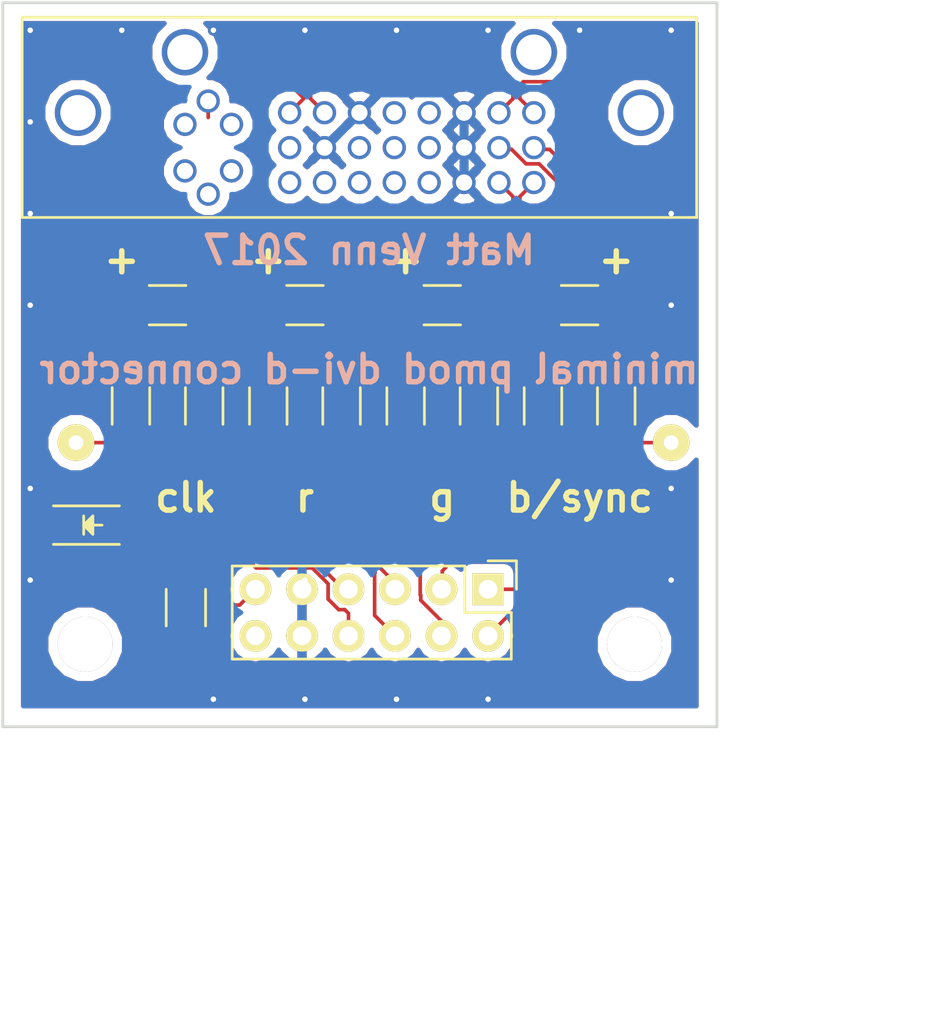
<source format=kicad_pcb>
(kicad_pcb (version 4) (host pcbnew 4.0.4+e1-6308~48~ubuntu14.04.1-stable)

  (general
    (links 59)
    (no_connects 2)
    (area 150.586474 59.286 206.85 119.200001)
    (thickness 1.6)
    (drawings 17)
    (tracks 549)
    (zones 0)
    (modules 42)
    (nets 21)
  )

  (page A4)
  (layers
    (0 F.Cu signal)
    (31 B.Cu signal)
    (32 B.Adhes user)
    (33 F.Adhes user)
    (34 B.Paste user)
    (35 F.Paste user)
    (36 B.SilkS user)
    (37 F.SilkS user)
    (38 B.Mask user)
    (39 F.Mask user)
    (40 Dwgs.User user)
    (41 Cmts.User user)
    (42 Eco1.User user)
    (43 Eco2.User user)
    (44 Edge.Cuts user)
    (45 Margin user)
    (46 B.CrtYd user)
    (47 F.CrtYd user)
    (48 B.Fab user)
    (49 F.Fab user hide)
  )

  (setup
    (last_trace_width 0.2)
    (trace_clearance 0.15)
    (zone_clearance 0.508)
    (zone_45_only no)
    (trace_min 0.2)
    (segment_width 0.2)
    (edge_width 0.15)
    (via_size 0.6)
    (via_drill 0.4)
    (via_min_size 0.4)
    (via_min_drill 0.3)
    (uvia_size 0.3)
    (uvia_drill 0.1)
    (uvias_allowed no)
    (uvia_min_size 0.2)
    (uvia_min_drill 0.1)
    (pcb_text_width 0.3)
    (pcb_text_size 1.5 1.5)
    (mod_edge_width 0.15)
    (mod_text_size 1 1)
    (mod_text_width 0.15)
    (pad_size 0.6 0.6)
    (pad_drill 0.3)
    (pad_to_mask_clearance 0.2)
    (aux_axis_origin 0 0)
    (visible_elements FFFFFF7F)
    (pcbplotparams
      (layerselection 0x00030_80000001)
      (usegerberextensions false)
      (excludeedgelayer true)
      (linewidth 0.100000)
      (plotframeref false)
      (viasonmask false)
      (mode 1)
      (useauxorigin false)
      (hpglpennumber 1)
      (hpglpenspeed 20)
      (hpglpendiameter 15)
      (hpglpenoverlay 2)
      (psnegative false)
      (psa4output false)
      (plotreference true)
      (plotvalue true)
      (plotinvisibletext false)
      (padsonsilk false)
      (subtractmaskfromsilk false)
      (outputformat 1)
      (mirror false)
      (drillshape 1)
      (scaleselection 1)
      (outputdirectory ""))
  )

  (net 0 "")
  (net 1 /red-)
  (net 2 /r-)
  (net 3 /red+)
  (net 4 /r+)
  (net 5 /green-)
  (net 6 /g-)
  (net 7 /green+)
  (net 8 /g+)
  (net 9 /blue-)
  (net 10 /b-)
  (net 11 /blue+)
  (net 12 /b+)
  (net 13 /clock-)
  (net 14 /c-)
  (net 15 /clock+)
  (net 16 /c+)
  (net 17 Earth)
  (net 18 VCC)
  (net 19 "Net-(U1-Padc5)")
  (net 20 "Net-(D1-Pad1)")

  (net_class Default "This is the default net class."
    (clearance 0.15)
    (trace_width 0.2)
    (via_dia 0.6)
    (via_drill 0.4)
    (uvia_dia 0.3)
    (uvia_drill 0.1)
    (add_net /b+)
    (add_net /b-)
    (add_net /blue+)
    (add_net /blue-)
    (add_net /c+)
    (add_net /c-)
    (add_net /clock+)
    (add_net /clock-)
    (add_net /g+)
    (add_net /g-)
    (add_net /green+)
    (add_net /green-)
    (add_net /r+)
    (add_net /r-)
    (add_net /red+)
    (add_net /red-)
    (add_net "Net-(D1-Pad1)")
    (add_net "Net-(U1-Padc5)")
    (add_net VCC)
  )

  (net_class ground ""
    (clearance 0.2)
    (trace_width 0.5)
    (via_dia 0.6)
    (via_drill 0.4)
    (uvia_dia 0.3)
    (uvia_drill 0.1)
    (add_net Earth)
  )

  (module fp:via (layer F.Cu) (tedit 58944F94) (tstamp 589450AE)
    (at 164 99.5)
    (fp_text reference REF** (at 0.075 0.025) (layer F.SilkS) hide
      (effects (font (size 0.127 0.127) (thickness 0.03175)))
    )
    (fp_text value via (at 0.075 -0.925) (layer F.Fab) hide
      (effects (font (size 1 1) (thickness 0.15)))
    )
    (pad 1 thru_hole circle (at 0 0) (size 0.6 0.6) (drill 0.3) (layers *.Cu)
      (net 17 Earth) (zone_connect 2))
  )

  (module fp:via (layer F.Cu) (tedit 58944F94) (tstamp 589450B2)
    (at 169 99.5)
    (fp_text reference REF** (at 0.075 0.025) (layer F.SilkS) hide
      (effects (font (size 0.127 0.127) (thickness 0.03175)))
    )
    (fp_text value via (at 0.075 -0.925) (layer F.Fab) hide
      (effects (font (size 1 1) (thickness 0.15)))
    )
    (pad 1 thru_hole circle (at 0 0) (size 0.6 0.6) (drill 0.3) (layers *.Cu)
      (net 17 Earth) (zone_connect 2))
  )

  (module fp:via (layer F.Cu) (tedit 58944F94) (tstamp 589450B6)
    (at 174 99.5)
    (fp_text reference REF** (at 0.075 0.025) (layer F.SilkS) hide
      (effects (font (size 0.127 0.127) (thickness 0.03175)))
    )
    (fp_text value via (at 0.075 -0.925) (layer F.Fab) hide
      (effects (font (size 1 1) (thickness 0.15)))
    )
    (pad 1 thru_hole circle (at 0 0) (size 0.6 0.6) (drill 0.3) (layers *.Cu)
      (net 17 Earth) (zone_connect 2))
  )

  (module fp:via (layer F.Cu) (tedit 58944F94) (tstamp 589450BA)
    (at 179 99.5)
    (fp_text reference REF** (at 0.075 0.025) (layer F.SilkS) hide
      (effects (font (size 0.127 0.127) (thickness 0.03175)))
    )
    (fp_text value via (at 0.075 -0.925) (layer F.Fab) hide
      (effects (font (size 1 1) (thickness 0.15)))
    )
    (pad 1 thru_hole circle (at 0 0) (size 0.6 0.6) (drill 0.3) (layers *.Cu)
      (net 17 Earth) (zone_connect 2))
  )

  (module fp:via (layer F.Cu) (tedit 58944F94) (tstamp 589450A2)
    (at 189 93)
    (fp_text reference REF** (at 0.075 0.025) (layer F.SilkS) hide
      (effects (font (size 0.127 0.127) (thickness 0.03175)))
    )
    (fp_text value via (at 0.075 -0.925) (layer F.Fab) hide
      (effects (font (size 1 1) (thickness 0.15)))
    )
    (pad 1 thru_hole circle (at 0 0) (size 0.6 0.6) (drill 0.3) (layers *.Cu)
      (net 17 Earth) (zone_connect 2))
  )

  (module fp:via (layer F.Cu) (tedit 58944F94) (tstamp 58945092)
    (at 169 93)
    (fp_text reference REF** (at 0.075 0.025) (layer F.SilkS) hide
      (effects (font (size 0.127 0.127) (thickness 0.03175)))
    )
    (fp_text value via (at 0.075 -0.925) (layer F.Fab) hide
      (effects (font (size 1 1) (thickness 0.15)))
    )
    (pad 1 thru_hole circle (at 0 0) (size 0.6 0.6) (drill 0.3) (layers *.Cu)
      (net 17 Earth) (zone_connect 2))
  )

  (module fp:via (layer F.Cu) (tedit 58944F94) (tstamp 58945086)
    (at 154 93)
    (fp_text reference REF** (at 0.075 0.025) (layer F.SilkS) hide
      (effects (font (size 0.127 0.127) (thickness 0.03175)))
    )
    (fp_text value via (at 0.075 -0.925) (layer F.Fab) hide
      (effects (font (size 1 1) (thickness 0.15)))
    )
    (pad 1 thru_hole circle (at 0 0) (size 0.6 0.6) (drill 0.3) (layers *.Cu)
      (net 17 Earth) (zone_connect 2))
  )

  (module fp:via (layer F.Cu) (tedit 58944F94) (tstamp 58945082)
    (at 189 88)
    (fp_text reference REF** (at 0.075 0.025) (layer F.SilkS) hide
      (effects (font (size 0.127 0.127) (thickness 0.03175)))
    )
    (fp_text value via (at 0.075 -0.925) (layer F.Fab) hide
      (effects (font (size 1 1) (thickness 0.15)))
    )
    (pad 1 thru_hole circle (at 0 0) (size 0.6 0.6) (drill 0.3) (layers *.Cu)
      (net 17 Earth) (zone_connect 2))
  )

  (module fp:via (layer F.Cu) (tedit 58944F94) (tstamp 58945066)
    (at 154 88)
    (fp_text reference REF** (at 0.075 0.025) (layer F.SilkS) hide
      (effects (font (size 0.127 0.127) (thickness 0.03175)))
    )
    (fp_text value via (at 0.075 -0.925) (layer F.Fab) hide
      (effects (font (size 1 1) (thickness 0.15)))
    )
    (pad 1 thru_hole circle (at 0 0) (size 0.6 0.6) (drill 0.3) (layers *.Cu)
      (net 17 Earth) (zone_connect 2))
  )

  (module fp:via (layer F.Cu) (tedit 58944F94) (tstamp 58945042)
    (at 189 78)
    (fp_text reference REF** (at 0.075 0.025) (layer F.SilkS) hide
      (effects (font (size 0.127 0.127) (thickness 0.03175)))
    )
    (fp_text value via (at 0.075 -0.925) (layer F.Fab) hide
      (effects (font (size 1 1) (thickness 0.15)))
    )
    (pad 1 thru_hole circle (at 0 0) (size 0.6 0.6) (drill 0.3) (layers *.Cu)
      (net 17 Earth) (zone_connect 2))
  )

  (module fp:via (layer F.Cu) (tedit 58944F94) (tstamp 58945026)
    (at 154 78)
    (fp_text reference REF** (at 0.075 0.025) (layer F.SilkS) hide
      (effects (font (size 0.127 0.127) (thickness 0.03175)))
    )
    (fp_text value via (at 0.075 -0.925) (layer F.Fab) hide
      (effects (font (size 1 1) (thickness 0.15)))
    )
    (pad 1 thru_hole circle (at 0 0) (size 0.6 0.6) (drill 0.3) (layers *.Cu)
      (net 17 Earth) (zone_connect 2))
  )

  (module fp:via (layer F.Cu) (tedit 58944F94) (tstamp 58945022)
    (at 189 73)
    (fp_text reference REF** (at 0.075 0.025) (layer F.SilkS) hide
      (effects (font (size 0.127 0.127) (thickness 0.03175)))
    )
    (fp_text value via (at 0.075 -0.925) (layer F.Fab) hide
      (effects (font (size 1 1) (thickness 0.15)))
    )
    (pad 1 thru_hole circle (at 0 0) (size 0.6 0.6) (drill 0.3) (layers *.Cu)
      (net 17 Earth) (zone_connect 2))
  )

  (module fp:via (layer F.Cu) (tedit 58944F94) (tstamp 58945006)
    (at 154 73)
    (fp_text reference REF** (at 0.075 0.025) (layer F.SilkS) hide
      (effects (font (size 0.127 0.127) (thickness 0.03175)))
    )
    (fp_text value via (at 0.075 -0.925) (layer F.Fab) hide
      (effects (font (size 1 1) (thickness 0.15)))
    )
    (pad 1 thru_hole circle (at 0 0) (size 0.6 0.6) (drill 0.3) (layers *.Cu)
      (net 17 Earth) (zone_connect 2))
  )

  (module fp:via (layer F.Cu) (tedit 58944F94) (tstamp 58944FE6)
    (at 154 68)
    (fp_text reference REF** (at 0.075 0.025) (layer F.SilkS) hide
      (effects (font (size 0.127 0.127) (thickness 0.03175)))
    )
    (fp_text value via (at 0.075 -0.925) (layer F.Fab) hide
      (effects (font (size 1 1) (thickness 0.15)))
    )
    (pad 1 thru_hole circle (at 0 0) (size 0.6 0.6) (drill 0.3) (layers *.Cu)
      (net 17 Earth) (zone_connect 2))
  )

  (module fp:via (layer F.Cu) (tedit 58944F94) (tstamp 58944FE2)
    (at 189 63)
    (fp_text reference REF** (at 0.075 0.025) (layer F.SilkS) hide
      (effects (font (size 0.127 0.127) (thickness 0.03175)))
    )
    (fp_text value via (at 0.075 -0.925) (layer F.Fab) hide
      (effects (font (size 1 1) (thickness 0.15)))
    )
    (pad 1 thru_hole circle (at 0 0) (size 0.6 0.6) (drill 0.3) (layers *.Cu)
      (net 17 Earth) (zone_connect 2))
  )

  (module fp:via (layer F.Cu) (tedit 58944F94) (tstamp 58944FDE)
    (at 184 63)
    (fp_text reference REF** (at 0.075 0.025) (layer F.SilkS) hide
      (effects (font (size 0.127 0.127) (thickness 0.03175)))
    )
    (fp_text value via (at 0.075 -0.925) (layer F.Fab) hide
      (effects (font (size 1 1) (thickness 0.15)))
    )
    (pad 1 thru_hole circle (at 0 0) (size 0.6 0.6) (drill 0.3) (layers *.Cu)
      (net 17 Earth) (zone_connect 2))
  )

  (module fp:via (layer F.Cu) (tedit 58944F94) (tstamp 58944FDA)
    (at 179 63)
    (fp_text reference REF** (at 0.075 0.025) (layer F.SilkS) hide
      (effects (font (size 0.127 0.127) (thickness 0.03175)))
    )
    (fp_text value via (at 0.075 -0.925) (layer F.Fab) hide
      (effects (font (size 1 1) (thickness 0.15)))
    )
    (pad 1 thru_hole circle (at 0 0) (size 0.6 0.6) (drill 0.3) (layers *.Cu)
      (net 17 Earth) (zone_connect 2))
  )

  (module fp:via (layer F.Cu) (tedit 58944F94) (tstamp 58944FD6)
    (at 174 63)
    (fp_text reference REF** (at 0.075 0.025) (layer F.SilkS) hide
      (effects (font (size 0.127 0.127) (thickness 0.03175)))
    )
    (fp_text value via (at 0.075 -0.925) (layer F.Fab) hide
      (effects (font (size 1 1) (thickness 0.15)))
    )
    (pad 1 thru_hole circle (at 0 0) (size 0.6 0.6) (drill 0.3) (layers *.Cu)
      (net 17 Earth) (zone_connect 2))
  )

  (module fp:via (layer F.Cu) (tedit 58944F94) (tstamp 58944FD2)
    (at 169 63)
    (fp_text reference REF** (at 0.075 0.025) (layer F.SilkS) hide
      (effects (font (size 0.127 0.127) (thickness 0.03175)))
    )
    (fp_text value via (at 0.075 -0.925) (layer F.Fab) hide
      (effects (font (size 1 1) (thickness 0.15)))
    )
    (pad 1 thru_hole circle (at 0 0) (size 0.6 0.6) (drill 0.3) (layers *.Cu)
      (net 17 Earth) (zone_connect 2))
  )

  (module fp:via (layer F.Cu) (tedit 58944F94) (tstamp 58944FCE)
    (at 164 63)
    (fp_text reference REF** (at 0.075 0.025) (layer F.SilkS) hide
      (effects (font (size 0.127 0.127) (thickness 0.03175)))
    )
    (fp_text value via (at 0.075 -0.925) (layer F.Fab) hide
      (effects (font (size 1 1) (thickness 0.15)))
    )
    (pad 1 thru_hole circle (at 0 0) (size 0.6 0.6) (drill 0.3) (layers *.Cu)
      (net 17 Earth) (zone_connect 2))
  )

  (module fp:via (layer F.Cu) (tedit 58944F94) (tstamp 58944FCA)
    (at 159 63)
    (fp_text reference REF** (at 0.075 0.025) (layer F.SilkS) hide
      (effects (font (size 0.127 0.127) (thickness 0.03175)))
    )
    (fp_text value via (at 0.075 -0.925) (layer F.Fab) hide
      (effects (font (size 1 1) (thickness 0.15)))
    )
    (pad 1 thru_hole circle (at 0 0) (size 0.6 0.6) (drill 0.3) (layers *.Cu)
      (net 17 Earth) (zone_connect 2))
  )

  (module "fp:molex dvi ra" (layer F.Cu) (tedit 58945103) (tstamp 58930F05)
    (at 181.5 67.5 180)
    (path /589305B8)
    (fp_text reference U1 (at 10.668 7.239 180) (layer F.SilkS) hide
      (effects (font (size 1 1) (thickness 0.15)))
    )
    (fp_text value dvi (at 8.22 6.995 180) (layer F.Fab)
      (effects (font (size 1 1) (thickness 0.15)))
    )
    (fp_line (start 27.94 -5.715) (end 27.94 5.207) (layer F.SilkS) (width 0.15))
    (fp_line (start -8.89 -5.715) (end 27.94 -5.715) (layer F.SilkS) (width 0.15))
    (fp_line (start -8.89 5.207) (end -8.89 -5.715) (layer F.SilkS) (width 0.15))
    (fp_line (start -8.89 5.207) (end 27.94 5.207) (layer F.SilkS) (width 0.15))
    (pad "" np_thru_hole circle (at 0 3.302 180) (size 2.54 2.54) (drill 1.9304) (layers *.Cu *.Mask))
    (pad "" np_thru_hole circle (at 19.05 3.302 180) (size 2.54 2.54) (drill 1.9304) (layers *.Cu *.Mask))
    (pad "" np_thru_hole circle (at -5.842 0 180) (size 2.54 2.54) (drill 1.9304) (layers *.Cu *.Mask))
    (pad "" np_thru_hole circle (at 24.892 0 180) (size 2.54 2.54) (drill 1.9304) (layers *.Cu *.Mask))
    (pad 1 thru_hole circle (at 0 -3.81 180) (size 1.27 1.27) (drill 0.889) (layers *.Cu *.Mask)
      (net 1 /red-))
    (pad 2 thru_hole circle (at 1.905 -3.81 180) (size 1.27 1.27) (drill 0.889) (layers *.Cu *.Mask)
      (net 3 /red+))
    (pad 3 thru_hole circle (at 3.81 -3.81 180) (size 1.27 1.27) (drill 0.889) (layers *.Cu *.Mask)
      (net 17 Earth))
    (pad 4 thru_hole circle (at 5.715 -3.81 180) (size 1.27 1.27) (drill 0.889) (layers *.Cu *.Mask))
    (pad 5 thru_hole circle (at 7.62 -3.81 180) (size 1.27 1.27) (drill 0.889) (layers *.Cu *.Mask))
    (pad 6 thru_hole circle (at 9.525 -3.81 180) (size 1.27 1.27) (drill 0.889) (layers *.Cu *.Mask))
    (pad 7 thru_hole circle (at 11.43 -3.81 180) (size 1.27 1.27) (drill 0.889) (layers *.Cu *.Mask))
    (pad 8 thru_hole circle (at 13.335 -3.81 180) (size 1.27 1.27) (drill 0.889) (layers *.Cu *.Mask))
    (pad 9 thru_hole circle (at 0 -1.905 180) (size 1.27 1.27) (drill 0.889) (layers *.Cu *.Mask)
      (net 5 /green-))
    (pad 10 thru_hole circle (at 1.905 -1.905 180) (size 1.27 1.27) (drill 0.889) (layers *.Cu *.Mask)
      (net 7 /green+))
    (pad 11 thru_hole circle (at 3.81 -1.905 180) (size 1.27 1.27) (drill 0.889) (layers *.Cu *.Mask)
      (net 17 Earth))
    (pad 12 thru_hole circle (at 5.715 -1.905 180) (size 1.27 1.27) (drill 0.889) (layers *.Cu *.Mask))
    (pad 13 thru_hole circle (at 7.62 -1.905 180) (size 1.27 1.27) (drill 0.889) (layers *.Cu *.Mask))
    (pad 14 thru_hole circle (at 9.525 -1.905 180) (size 1.27 1.27) (drill 0.889) (layers *.Cu *.Mask))
    (pad 15 thru_hole circle (at 11.43 -1.905 180) (size 1.27 1.27) (drill 0.889) (layers *.Cu *.Mask)
      (net 17 Earth))
    (pad 16 thru_hole circle (at 13.335 -1.905 180) (size 1.27 1.27) (drill 0.889) (layers *.Cu *.Mask))
    (pad 17 thru_hole circle (at 0 0 180) (size 1.27 1.27) (drill 0.889) (layers *.Cu *.Mask)
      (net 9 /blue-))
    (pad 18 thru_hole circle (at 1.905 0 180) (size 1.27 1.27) (drill 0.889) (layers *.Cu *.Mask)
      (net 11 /blue+))
    (pad 19 thru_hole circle (at 3.81 0 180) (size 1.27 1.27) (drill 0.889) (layers *.Cu *.Mask)
      (net 17 Earth))
    (pad 20 thru_hole circle (at 5.715 0 180) (size 1.27 1.27) (drill 0.889) (layers *.Cu *.Mask))
    (pad 21 thru_hole circle (at 7.62 0 180) (size 1.27 1.27) (drill 0.889) (layers *.Cu *.Mask))
    (pad 22 thru_hole circle (at 9.525 0 180) (size 1.27 1.27) (drill 0.889) (layers *.Cu *.Mask)
      (net 17 Earth))
    (pad 23 thru_hole circle (at 11.43 0 180) (size 1.27 1.27) (drill 0.889) (layers *.Cu *.Mask)
      (net 15 /clock+))
    (pad 24 thru_hole circle (at 13.335 0 180) (size 1.27 1.27) (drill 0.889) (layers *.Cu *.Mask)
      (net 13 /clock-))
    (pad c4 thru_hole circle (at 19.05 -0.635 180) (size 1.27 1.27) (drill 0.889) (layers *.Cu *.Mask))
    (pad c2 thru_hole circle (at 19.05 -3.175 180) (size 1.27 1.27) (drill 0.889) (layers *.Cu *.Mask))
    (pad c3 thru_hole circle (at 16.51 -0.635 180) (size 1.27 1.27) (drill 0.889) (layers *.Cu *.Mask))
    (pad c1 thru_hole circle (at 16.51 -3.175 180) (size 1.27 1.27) (drill 0.889) (layers *.Cu *.Mask))
    (pad c5 thru_hole circle (at 17.78 0.635 180) (size 1.27 1.27) (drill 0.889) (layers *.Cu *.Mask)
      (net 19 "Net-(U1-Padc5)"))
    (pad c5 thru_hole circle (at 17.78 -4.445 180) (size 1.27 1.27) (drill 0.889) (layers *.Cu *.Mask)
      (net 19 "Net-(U1-Padc5)"))
  )

  (module Capacitors_SMD:C_1206_HandSoldering (layer F.Cu) (tedit 589450E1) (tstamp 58930E99)
    (at 178.5 83.5 270)
    (descr "Capacitor SMD 1206, hand soldering")
    (tags "capacitor 1206")
    (path /58931143)
    (attr smd)
    (fp_text reference C3 (at 0 -2.3 270) (layer F.SilkS) hide
      (effects (font (size 1 1) (thickness 0.15)))
    )
    (fp_text value C (at 0 2.3 270) (layer F.Fab)
      (effects (font (size 1 1) (thickness 0.15)))
    )
    (fp_line (start -3.3 -1.15) (end 3.3 -1.15) (layer F.CrtYd) (width 0.05))
    (fp_line (start -3.3 1.15) (end 3.3 1.15) (layer F.CrtYd) (width 0.05))
    (fp_line (start -3.3 -1.15) (end -3.3 1.15) (layer F.CrtYd) (width 0.05))
    (fp_line (start 3.3 -1.15) (end 3.3 1.15) (layer F.CrtYd) (width 0.05))
    (fp_line (start 1 -1.025) (end -1 -1.025) (layer F.SilkS) (width 0.15))
    (fp_line (start -1 1.025) (end 1 1.025) (layer F.SilkS) (width 0.15))
    (pad 1 smd rect (at -2 0 270) (size 2 1.6) (layers F.Cu F.Paste F.Mask)
      (net 5 /green-))
    (pad 2 smd rect (at 2 0 270) (size 2 1.6) (layers F.Cu F.Paste F.Mask)
      (net 6 /g-))
    (model Capacitors_SMD.3dshapes/C_1206_HandSoldering.wrl
      (at (xyz 0 0 0))
      (scale (xyz 1 1 1))
      (rotate (xyz 0 0 0))
    )
  )

  (module Capacitors_SMD:C_1206_HandSoldering (layer F.Cu) (tedit 589450E6) (tstamp 58930E8D)
    (at 171 83.5 270)
    (descr "Capacitor SMD 1206, hand soldering")
    (tags "capacitor 1206")
    (path /58930D3C)
    (attr smd)
    (fp_text reference C1 (at 0 -2.3 270) (layer F.SilkS) hide
      (effects (font (size 1 1) (thickness 0.15)))
    )
    (fp_text value C (at 0 2.3 270) (layer F.Fab)
      (effects (font (size 1 1) (thickness 0.15)))
    )
    (fp_line (start -3.3 -1.15) (end 3.3 -1.15) (layer F.CrtYd) (width 0.05))
    (fp_line (start -3.3 1.15) (end 3.3 1.15) (layer F.CrtYd) (width 0.05))
    (fp_line (start -3.3 -1.15) (end -3.3 1.15) (layer F.CrtYd) (width 0.05))
    (fp_line (start 3.3 -1.15) (end 3.3 1.15) (layer F.CrtYd) (width 0.05))
    (fp_line (start 1 -1.025) (end -1 -1.025) (layer F.SilkS) (width 0.15))
    (fp_line (start -1 1.025) (end 1 1.025) (layer F.SilkS) (width 0.15))
    (pad 1 smd rect (at -2 0 270) (size 2 1.6) (layers F.Cu F.Paste F.Mask)
      (net 1 /red-))
    (pad 2 smd rect (at 2 0 270) (size 2 1.6) (layers F.Cu F.Paste F.Mask)
      (net 2 /r-))
    (model Capacitors_SMD.3dshapes/C_1206_HandSoldering.wrl
      (at (xyz 0 0 0))
      (scale (xyz 1 1 1))
      (rotate (xyz 0 0 0))
    )
  )

  (module Capacitors_SMD:C_1206_HandSoldering (layer F.Cu) (tedit 589450E9) (tstamp 58930E93)
    (at 167 83.5 270)
    (descr "Capacitor SMD 1206, hand soldering")
    (tags "capacitor 1206")
    (path /58930E02)
    (attr smd)
    (fp_text reference C2 (at 0 -2.3 270) (layer F.SilkS) hide
      (effects (font (size 1 1) (thickness 0.15)))
    )
    (fp_text value C (at 0 2.3 270) (layer F.Fab)
      (effects (font (size 1 1) (thickness 0.15)))
    )
    (fp_line (start -3.3 -1.15) (end 3.3 -1.15) (layer F.CrtYd) (width 0.05))
    (fp_line (start -3.3 1.15) (end 3.3 1.15) (layer F.CrtYd) (width 0.05))
    (fp_line (start -3.3 -1.15) (end -3.3 1.15) (layer F.CrtYd) (width 0.05))
    (fp_line (start 3.3 -1.15) (end 3.3 1.15) (layer F.CrtYd) (width 0.05))
    (fp_line (start 1 -1.025) (end -1 -1.025) (layer F.SilkS) (width 0.15))
    (fp_line (start -1 1.025) (end 1 1.025) (layer F.SilkS) (width 0.15))
    (pad 1 smd rect (at -2 0 270) (size 2 1.6) (layers F.Cu F.Paste F.Mask)
      (net 3 /red+))
    (pad 2 smd rect (at 2 0 270) (size 2 1.6) (layers F.Cu F.Paste F.Mask)
      (net 4 /r+))
    (model Capacitors_SMD.3dshapes/C_1206_HandSoldering.wrl
      (at (xyz 0 0 0))
      (scale (xyz 1 1 1))
      (rotate (xyz 0 0 0))
    )
  )

  (module Capacitors_SMD:C_1206_HandSoldering (layer F.Cu) (tedit 589450E4) (tstamp 58930E9F)
    (at 174.5 83.5 270)
    (descr "Capacitor SMD 1206, hand soldering")
    (tags "capacitor 1206")
    (path /58931149)
    (attr smd)
    (fp_text reference C4 (at 0 -2.5 270) (layer F.SilkS) hide
      (effects (font (size 1 1) (thickness 0.15)))
    )
    (fp_text value C (at 0 2.3 270) (layer F.Fab)
      (effects (font (size 1 1) (thickness 0.15)))
    )
    (fp_line (start -3.3 -1.15) (end 3.3 -1.15) (layer F.CrtYd) (width 0.05))
    (fp_line (start -3.3 1.15) (end 3.3 1.15) (layer F.CrtYd) (width 0.05))
    (fp_line (start -3.3 -1.15) (end -3.3 1.15) (layer F.CrtYd) (width 0.05))
    (fp_line (start 3.3 -1.15) (end 3.3 1.15) (layer F.CrtYd) (width 0.05))
    (fp_line (start 1 -1.025) (end -1 -1.025) (layer F.SilkS) (width 0.15))
    (fp_line (start -1 1.025) (end 1 1.025) (layer F.SilkS) (width 0.15))
    (pad 1 smd rect (at -2 0 270) (size 2 1.6) (layers F.Cu F.Paste F.Mask)
      (net 7 /green+))
    (pad 2 smd rect (at 2 0 270) (size 2 1.6) (layers F.Cu F.Paste F.Mask)
      (net 8 /g+))
    (model Capacitors_SMD.3dshapes/C_1206_HandSoldering.wrl
      (at (xyz 0 0 0))
      (scale (xyz 1 1 1))
      (rotate (xyz 0 0 0))
    )
  )

  (module Capacitors_SMD:C_1206_HandSoldering (layer F.Cu) (tedit 589450DF) (tstamp 58930EA5)
    (at 182 83.5 270)
    (descr "Capacitor SMD 1206, hand soldering")
    (tags "capacitor 1206")
    (path /589312A1)
    (attr smd)
    (fp_text reference C5 (at 0.2 -2.6 270) (layer F.SilkS) hide
      (effects (font (size 1 1) (thickness 0.15)))
    )
    (fp_text value C (at 0 2.3 270) (layer F.Fab)
      (effects (font (size 1 1) (thickness 0.15)))
    )
    (fp_line (start -3.3 -1.15) (end 3.3 -1.15) (layer F.CrtYd) (width 0.05))
    (fp_line (start -3.3 1.15) (end 3.3 1.15) (layer F.CrtYd) (width 0.05))
    (fp_line (start -3.3 -1.15) (end -3.3 1.15) (layer F.CrtYd) (width 0.05))
    (fp_line (start 3.3 -1.15) (end 3.3 1.15) (layer F.CrtYd) (width 0.05))
    (fp_line (start 1 -1.025) (end -1 -1.025) (layer F.SilkS) (width 0.15))
    (fp_line (start -1 1.025) (end 1 1.025) (layer F.SilkS) (width 0.15))
    (pad 1 smd rect (at -2 0 270) (size 2 1.6) (layers F.Cu F.Paste F.Mask)
      (net 9 /blue-))
    (pad 2 smd rect (at 2 0 270) (size 2 1.6) (layers F.Cu F.Paste F.Mask)
      (net 10 /b-))
    (model Capacitors_SMD.3dshapes/C_1206_HandSoldering.wrl
      (at (xyz 0 0 0))
      (scale (xyz 1 1 1))
      (rotate (xyz 0 0 0))
    )
  )

  (module Capacitors_SMD:C_1206_HandSoldering (layer F.Cu) (tedit 589450DD) (tstamp 58930EAB)
    (at 186 83.5 270)
    (descr "Capacitor SMD 1206, hand soldering")
    (tags "capacitor 1206")
    (path /589312A7)
    (attr smd)
    (fp_text reference C6 (at 0 -2.3 270) (layer F.SilkS) hide
      (effects (font (size 1 1) (thickness 0.15)))
    )
    (fp_text value C (at 0 2.3 270) (layer F.Fab)
      (effects (font (size 1 1) (thickness 0.15)))
    )
    (fp_line (start -3.3 -1.15) (end 3.3 -1.15) (layer F.CrtYd) (width 0.05))
    (fp_line (start -3.3 1.15) (end 3.3 1.15) (layer F.CrtYd) (width 0.05))
    (fp_line (start -3.3 -1.15) (end -3.3 1.15) (layer F.CrtYd) (width 0.05))
    (fp_line (start 3.3 -1.15) (end 3.3 1.15) (layer F.CrtYd) (width 0.05))
    (fp_line (start 1 -1.025) (end -1 -1.025) (layer F.SilkS) (width 0.15))
    (fp_line (start -1 1.025) (end 1 1.025) (layer F.SilkS) (width 0.15))
    (pad 1 smd rect (at -2 0 270) (size 2 1.6) (layers F.Cu F.Paste F.Mask)
      (net 11 /blue+))
    (pad 2 smd rect (at 2 0 270) (size 2 1.6) (layers F.Cu F.Paste F.Mask)
      (net 12 /b+))
    (model Capacitors_SMD.3dshapes/C_1206_HandSoldering.wrl
      (at (xyz 0 0 0))
      (scale (xyz 1 1 1))
      (rotate (xyz 0 0 0))
    )
  )

  (module Capacitors_SMD:C_1206_HandSoldering (layer F.Cu) (tedit 589450EC) (tstamp 58930EB1)
    (at 163.5 83.5 270)
    (descr "Capacitor SMD 1206, hand soldering")
    (tags "capacitor 1206")
    (path /589312BB)
    (attr smd)
    (fp_text reference C7 (at -0.2 -2.5 270) (layer F.SilkS) hide
      (effects (font (size 1 1) (thickness 0.15)))
    )
    (fp_text value C (at 0 2.3 270) (layer F.Fab)
      (effects (font (size 1 1) (thickness 0.15)))
    )
    (fp_line (start -3.3 -1.15) (end 3.3 -1.15) (layer F.CrtYd) (width 0.05))
    (fp_line (start -3.3 1.15) (end 3.3 1.15) (layer F.CrtYd) (width 0.05))
    (fp_line (start -3.3 -1.15) (end -3.3 1.15) (layer F.CrtYd) (width 0.05))
    (fp_line (start 3.3 -1.15) (end 3.3 1.15) (layer F.CrtYd) (width 0.05))
    (fp_line (start 1 -1.025) (end -1 -1.025) (layer F.SilkS) (width 0.15))
    (fp_line (start -1 1.025) (end 1 1.025) (layer F.SilkS) (width 0.15))
    (pad 1 smd rect (at -2 0 270) (size 2 1.6) (layers F.Cu F.Paste F.Mask)
      (net 13 /clock-))
    (pad 2 smd rect (at 2 0 270) (size 2 1.6) (layers F.Cu F.Paste F.Mask)
      (net 14 /c-))
    (model Capacitors_SMD.3dshapes/C_1206_HandSoldering.wrl
      (at (xyz 0 0 0))
      (scale (xyz 1 1 1))
      (rotate (xyz 0 0 0))
    )
  )

  (module Capacitors_SMD:C_1206_HandSoldering (layer F.Cu) (tedit 589450EE) (tstamp 58930EB7)
    (at 159.5 83.5 270)
    (descr "Capacitor SMD 1206, hand soldering")
    (tags "capacitor 1206")
    (path /589312C1)
    (attr smd)
    (fp_text reference C8 (at 0 -2.3 270) (layer F.SilkS) hide
      (effects (font (size 1 1) (thickness 0.15)))
    )
    (fp_text value C (at 2 0.5 270) (layer F.Fab)
      (effects (font (size 1 1) (thickness 0.15)))
    )
    (fp_line (start -3.3 -1.15) (end 3.3 -1.15) (layer F.CrtYd) (width 0.05))
    (fp_line (start -3.3 1.15) (end 3.3 1.15) (layer F.CrtYd) (width 0.05))
    (fp_line (start -3.3 -1.15) (end -3.3 1.15) (layer F.CrtYd) (width 0.05))
    (fp_line (start 3.3 -1.15) (end 3.3 1.15) (layer F.CrtYd) (width 0.05))
    (fp_line (start 1 -1.025) (end -1 -1.025) (layer F.SilkS) (width 0.15))
    (fp_line (start -1 1.025) (end 1 1.025) (layer F.SilkS) (width 0.15))
    (pad 1 smd rect (at -2 0 270) (size 2 1.6) (layers F.Cu F.Paste F.Mask)
      (net 15 /clock+))
    (pad 2 smd rect (at 2 0 270) (size 2 1.6) (layers F.Cu F.Paste F.Mask)
      (net 16 /c+))
    (model Capacitors_SMD.3dshapes/C_1206_HandSoldering.wrl
      (at (xyz 0 0 0))
      (scale (xyz 1 1 1))
      (rotate (xyz 0 0 0))
    )
  )

  (module Pin_Headers:Pin_Header_Straight_2x06 (layer F.Cu) (tedit 589451C6) (tstamp 58930EC7)
    (at 179 93.5 270)
    (descr "Through hole pin header")
    (tags "pin header")
    (path /58930AD7)
    (fp_text reference P1 (at 2 -3 270) (layer F.SilkS) hide
      (effects (font (size 1 1) (thickness 0.15)))
    )
    (fp_text value CONN_02X06 (at 0 -3.1 270) (layer F.Fab)
      (effects (font (size 1 1) (thickness 0.15)))
    )
    (fp_line (start -1.75 -1.75) (end -1.75 14.45) (layer F.CrtYd) (width 0.05))
    (fp_line (start 4.3 -1.75) (end 4.3 14.45) (layer F.CrtYd) (width 0.05))
    (fp_line (start -1.75 -1.75) (end 4.3 -1.75) (layer F.CrtYd) (width 0.05))
    (fp_line (start -1.75 14.45) (end 4.3 14.45) (layer F.CrtYd) (width 0.05))
    (fp_line (start 3.81 13.97) (end 3.81 -1.27) (layer F.SilkS) (width 0.15))
    (fp_line (start -1.27 1.27) (end -1.27 13.97) (layer F.SilkS) (width 0.15))
    (fp_line (start 3.81 13.97) (end -1.27 13.97) (layer F.SilkS) (width 0.15))
    (fp_line (start 3.81 -1.27) (end 1.27 -1.27) (layer F.SilkS) (width 0.15))
    (fp_line (start 0 -1.55) (end -1.55 -1.55) (layer F.SilkS) (width 0.15))
    (fp_line (start 1.27 -1.27) (end 1.27 1.27) (layer F.SilkS) (width 0.15))
    (fp_line (start 1.27 1.27) (end -1.27 1.27) (layer F.SilkS) (width 0.15))
    (fp_line (start -1.55 -1.55) (end -1.55 0) (layer F.SilkS) (width 0.15))
    (pad 1 thru_hole rect (at 0 0 270) (size 1.7272 1.7272) (drill 1.016) (layers *.Cu *.Mask F.SilkS)
      (net 10 /b-))
    (pad 2 thru_hole oval (at 2.54 0 270) (size 1.7272 1.7272) (drill 1.016) (layers *.Cu *.Mask F.SilkS)
      (net 12 /b+))
    (pad 3 thru_hole oval (at 0 2.54 270) (size 1.7272 1.7272) (drill 1.016) (layers *.Cu *.Mask F.SilkS)
      (net 6 /g-))
    (pad 4 thru_hole oval (at 2.54 2.54 270) (size 1.7272 1.7272) (drill 1.016) (layers *.Cu *.Mask F.SilkS)
      (net 8 /g+))
    (pad 5 thru_hole oval (at 0 5.08 270) (size 1.7272 1.7272) (drill 1.016) (layers *.Cu *.Mask F.SilkS)
      (net 2 /r-))
    (pad 6 thru_hole oval (at 2.54 5.08 270) (size 1.7272 1.7272) (drill 1.016) (layers *.Cu *.Mask F.SilkS)
      (net 4 /r+))
    (pad 7 thru_hole oval (at 0 7.62 270) (size 1.7272 1.7272) (drill 1.016) (layers *.Cu *.Mask F.SilkS)
      (net 14 /c-))
    (pad 8 thru_hole oval (at 2.54 7.62 270) (size 1.7272 1.7272) (drill 1.016) (layers *.Cu *.Mask F.SilkS)
      (net 16 /c+))
    (pad 9 thru_hole oval (at 0 10.16 270) (size 1.7272 1.7272) (drill 1.016) (layers *.Cu *.Mask F.SilkS)
      (net 17 Earth))
    (pad 10 thru_hole oval (at 2.54 10.16 270) (size 1.7272 1.7272) (drill 1.016) (layers *.Cu *.Mask F.SilkS)
      (net 17 Earth))
    (pad 11 thru_hole oval (at 0 12.7 270) (size 1.7272 1.7272) (drill 1.016) (layers *.Cu *.Mask F.SilkS)
      (net 18 VCC))
    (pad 12 thru_hole oval (at 2.54 12.7 270) (size 1.7272 1.7272) (drill 1.016) (layers *.Cu *.Mask F.SilkS)
      (net 18 VCC))
    (model Pin_Headers.3dshapes/Pin_Header_Straight_2x06.wrl
      (at (xyz 0.05 -0.25 0))
      (scale (xyz 1 1 1))
      (rotate (xyz 0 0 90))
    )
  )

  (module Resistors_SMD:R_1206_HandSoldering (layer F.Cu) (tedit 589450D2) (tstamp 58930ECD)
    (at 169 78 180)
    (descr "Resistor SMD 1206, hand soldering")
    (tags "resistor 1206")
    (path /58930E2C)
    (attr smd)
    (fp_text reference R1 (at 0 -2.3 180) (layer F.SilkS) hide
      (effects (font (size 1 1) (thickness 0.15)))
    )
    (fp_text value R (at 0 2.3 180) (layer F.Fab)
      (effects (font (size 1 1) (thickness 0.15)))
    )
    (fp_line (start -3.3 -1.2) (end 3.3 -1.2) (layer F.CrtYd) (width 0.05))
    (fp_line (start -3.3 1.2) (end 3.3 1.2) (layer F.CrtYd) (width 0.05))
    (fp_line (start -3.3 -1.2) (end -3.3 1.2) (layer F.CrtYd) (width 0.05))
    (fp_line (start 3.3 -1.2) (end 3.3 1.2) (layer F.CrtYd) (width 0.05))
    (fp_line (start 1 1.075) (end -1 1.075) (layer F.SilkS) (width 0.15))
    (fp_line (start -1 -1.075) (end 1 -1.075) (layer F.SilkS) (width 0.15))
    (pad 1 smd rect (at -2 0 180) (size 2 1.7) (layers F.Cu F.Paste F.Mask)
      (net 1 /red-))
    (pad 2 smd rect (at 2 0 180) (size 2 1.7) (layers F.Cu F.Paste F.Mask)
      (net 3 /red+))
    (model Resistors_SMD.3dshapes/R_1206_HandSoldering.wrl
      (at (xyz 0 0 0))
      (scale (xyz 1 1 1))
      (rotate (xyz 0 0 0))
    )
  )

  (module Resistors_SMD:R_1206_HandSoldering (layer F.Cu) (tedit 589450D4) (tstamp 58930ED3)
    (at 176.5 78 180)
    (descr "Resistor SMD 1206, hand soldering")
    (tags "resistor 1206")
    (path /5893114F)
    (attr smd)
    (fp_text reference R2 (at 0 -2.3 180) (layer F.SilkS) hide
      (effects (font (size 1 1) (thickness 0.15)))
    )
    (fp_text value R (at 0 2.3 180) (layer F.Fab)
      (effects (font (size 1 1) (thickness 0.15)))
    )
    (fp_line (start -3.3 -1.2) (end 3.3 -1.2) (layer F.CrtYd) (width 0.05))
    (fp_line (start -3.3 1.2) (end 3.3 1.2) (layer F.CrtYd) (width 0.05))
    (fp_line (start -3.3 -1.2) (end -3.3 1.2) (layer F.CrtYd) (width 0.05))
    (fp_line (start 3.3 -1.2) (end 3.3 1.2) (layer F.CrtYd) (width 0.05))
    (fp_line (start 1 1.075) (end -1 1.075) (layer F.SilkS) (width 0.15))
    (fp_line (start -1 -1.075) (end 1 -1.075) (layer F.SilkS) (width 0.15))
    (pad 1 smd rect (at -2 0 180) (size 2 1.7) (layers F.Cu F.Paste F.Mask)
      (net 5 /green-))
    (pad 2 smd rect (at 2 0 180) (size 2 1.7) (layers F.Cu F.Paste F.Mask)
      (net 7 /green+))
    (model Resistors_SMD.3dshapes/R_1206_HandSoldering.wrl
      (at (xyz 0 0 0))
      (scale (xyz 1 1 1))
      (rotate (xyz 0 0 0))
    )
  )

  (module Resistors_SMD:R_1206_HandSoldering (layer F.Cu) (tedit 589451C0) (tstamp 58930ED9)
    (at 184 78)
    (descr "Resistor SMD 1206, hand soldering")
    (tags "resistor 1206")
    (path /589312AD)
    (attr smd)
    (fp_text reference R3 (at 0 -2.3) (layer F.SilkS) hide
      (effects (font (size 1 1) (thickness 0.15)))
    )
    (fp_text value R (at 0 2.3) (layer F.Fab)
      (effects (font (size 1 1) (thickness 0.15)))
    )
    (fp_line (start -3.3 -1.2) (end 3.3 -1.2) (layer F.CrtYd) (width 0.05))
    (fp_line (start -3.3 1.2) (end 3.3 1.2) (layer F.CrtYd) (width 0.05))
    (fp_line (start -3.3 -1.2) (end -3.3 1.2) (layer F.CrtYd) (width 0.05))
    (fp_line (start 3.3 -1.2) (end 3.3 1.2) (layer F.CrtYd) (width 0.05))
    (fp_line (start 1 1.075) (end -1 1.075) (layer F.SilkS) (width 0.15))
    (fp_line (start -1 -1.075) (end 1 -1.075) (layer F.SilkS) (width 0.15))
    (pad 1 smd rect (at -2 0) (size 2 1.7) (layers F.Cu F.Paste F.Mask)
      (net 9 /blue-))
    (pad 2 smd rect (at 2 0) (size 2 1.7) (layers F.Cu F.Paste F.Mask)
      (net 11 /blue+))
    (model Resistors_SMD.3dshapes/R_1206_HandSoldering.wrl
      (at (xyz 0 0 0))
      (scale (xyz 1 1 1))
      (rotate (xyz 0 0 0))
    )
  )

  (module Resistors_SMD:R_1206_HandSoldering (layer F.Cu) (tedit 589450CF) (tstamp 58930EDF)
    (at 161.5 78 180)
    (descr "Resistor SMD 1206, hand soldering")
    (tags "resistor 1206")
    (path /589312C7)
    (attr smd)
    (fp_text reference R4 (at 0 -2.3 180) (layer F.SilkS) hide
      (effects (font (size 1 1) (thickness 0.15)))
    )
    (fp_text value R (at 0 2.3 180) (layer F.Fab)
      (effects (font (size 1 1) (thickness 0.15)))
    )
    (fp_line (start -3.3 -1.2) (end 3.3 -1.2) (layer F.CrtYd) (width 0.05))
    (fp_line (start -3.3 1.2) (end 3.3 1.2) (layer F.CrtYd) (width 0.05))
    (fp_line (start -3.3 -1.2) (end -3.3 1.2) (layer F.CrtYd) (width 0.05))
    (fp_line (start 3.3 -1.2) (end 3.3 1.2) (layer F.CrtYd) (width 0.05))
    (fp_line (start 1 1.075) (end -1 1.075) (layer F.SilkS) (width 0.15))
    (fp_line (start -1 -1.075) (end 1 -1.075) (layer F.SilkS) (width 0.15))
    (pad 1 smd rect (at -2 0 180) (size 2 1.7) (layers F.Cu F.Paste F.Mask)
      (net 13 /clock-))
    (pad 2 smd rect (at 2 0 180) (size 2 1.7) (layers F.Cu F.Paste F.Mask)
      (net 15 /clock+))
    (model Resistors_SMD.3dshapes/R_1206_HandSoldering.wrl
      (at (xyz 0 0 0))
      (scale (xyz 1 1 1))
      (rotate (xyz 0 0 0))
    )
  )

  (module Mounting_Holes:MountingHole_3mm (layer F.Cu) (tedit 589450F7) (tstamp 5894DCBA)
    (at 157 96.5)
    (descr "Mounting hole, Befestigungsbohrung, 3mm, No Annular, Kein Restring,")
    (tags "Mounting hole, Befestigungsbohrung, 3mm, No Annular, Kein Restring,")
    (fp_text reference REF** (at 0 -4.0005) (layer F.SilkS) hide
      (effects (font (size 1 1) (thickness 0.15)))
    )
    (fp_text value MountingHole_3mm (at 1.00076 5.00126) (layer F.Fab)
      (effects (font (size 1 1) (thickness 0.15)))
    )
    (fp_circle (center 0 0) (end 3 0) (layer Cmts.User) (width 0.381))
    (pad 1 thru_hole circle (at 0 0) (size 3 3) (drill 3) (layers))
  )

  (module Mounting_Holes:MountingHole_3mm (layer F.Cu) (tedit 589450F9) (tstamp 5894DCC0)
    (at 187 96.5)
    (descr "Mounting hole, Befestigungsbohrung, 3mm, No Annular, Kein Restring,")
    (tags "Mounting hole, Befestigungsbohrung, 3mm, No Annular, Kein Restring,")
    (fp_text reference REF** (at 0 -4.0005) (layer F.SilkS) hide
      (effects (font (size 1 1) (thickness 0.15)))
    )
    (fp_text value MountingHole_3mm (at 1.00076 5.00126) (layer F.Fab)
      (effects (font (size 1 1) (thickness 0.15)))
    )
    (fp_circle (center 0 0) (end 3 0) (layer Cmts.User) (width 0.381))
    (pad 1 thru_hole circle (at 0 0) (size 3 3) (drill 3) (layers))
  )

  (module LEDs:LED-1206 (layer F.Cu) (tedit 589450F4) (tstamp 58944E7B)
    (at 157.41986 90)
    (descr "LED 1206 smd package")
    (tags "LED1206 SMD")
    (path /5894522F)
    (attr smd)
    (fp_text reference D1 (at 0 -2) (layer F.SilkS) hide
      (effects (font (size 1 1) (thickness 0.15)))
    )
    (fp_text value LED (at 0 2) (layer F.Fab)
      (effects (font (size 1 1) (thickness 0.15)))
    )
    (fp_line (start -2.15 1.05) (end 1.45 1.05) (layer F.SilkS) (width 0.15))
    (fp_line (start -2.15 -1.05) (end 1.45 -1.05) (layer F.SilkS) (width 0.15))
    (fp_line (start -0.1 -0.3) (end -0.1 0.3) (layer F.SilkS) (width 0.15))
    (fp_line (start -0.1 0.3) (end -0.4 0) (layer F.SilkS) (width 0.15))
    (fp_line (start -0.4 0) (end -0.2 -0.2) (layer F.SilkS) (width 0.15))
    (fp_line (start -0.2 -0.2) (end -0.2 0.05) (layer F.SilkS) (width 0.15))
    (fp_line (start -0.2 0.05) (end -0.25 0) (layer F.SilkS) (width 0.15))
    (fp_line (start -0.5 -0.5) (end -0.5 0.5) (layer F.SilkS) (width 0.15))
    (fp_line (start 0 0) (end 0.5 0) (layer F.SilkS) (width 0.15))
    (fp_line (start -0.5 0) (end 0 -0.5) (layer F.SilkS) (width 0.15))
    (fp_line (start 0 -0.5) (end 0 0.5) (layer F.SilkS) (width 0.15))
    (fp_line (start 0 0.5) (end -0.5 0) (layer F.SilkS) (width 0.15))
    (fp_line (start 2.5 -1.25) (end -2.5 -1.25) (layer F.CrtYd) (width 0.05))
    (fp_line (start -2.5 -1.25) (end -2.5 1.25) (layer F.CrtYd) (width 0.05))
    (fp_line (start -2.5 1.25) (end 2.5 1.25) (layer F.CrtYd) (width 0.05))
    (fp_line (start 2.5 1.25) (end 2.5 -1.25) (layer F.CrtYd) (width 0.05))
    (pad 2 smd rect (at 1.41986 0 180) (size 1.59766 1.80086) (layers F.Cu F.Paste F.Mask)
      (net 18 VCC))
    (pad 1 smd rect (at -1.41986 0 180) (size 1.59766 1.80086) (layers F.Cu F.Paste F.Mask)
      (net 20 "Net-(D1-Pad1)"))
  )

  (module Resistors_SMD:R_1206_HandSoldering (layer F.Cu) (tedit 589450FF) (tstamp 58944E81)
    (at 162.5 94.5 90)
    (descr "Resistor SMD 1206, hand soldering")
    (tags "resistor 1206")
    (path /58945325)
    (attr smd)
    (fp_text reference R5 (at 0 -2.3 90) (layer F.SilkS) hide
      (effects (font (size 1 1) (thickness 0.15)))
    )
    (fp_text value R (at 0 2.3 90) (layer F.Fab)
      (effects (font (size 1 1) (thickness 0.15)))
    )
    (fp_line (start -3.3 -1.2) (end 3.3 -1.2) (layer F.CrtYd) (width 0.05))
    (fp_line (start -3.3 1.2) (end 3.3 1.2) (layer F.CrtYd) (width 0.05))
    (fp_line (start -3.3 -1.2) (end -3.3 1.2) (layer F.CrtYd) (width 0.05))
    (fp_line (start 3.3 -1.2) (end 3.3 1.2) (layer F.CrtYd) (width 0.05))
    (fp_line (start 1 1.075) (end -1 1.075) (layer F.SilkS) (width 0.15))
    (fp_line (start -1 -1.075) (end 1 -1.075) (layer F.SilkS) (width 0.15))
    (pad 1 smd rect (at -2 0 90) (size 2 1.7) (layers F.Cu F.Paste F.Mask)
      (net 20 "Net-(D1-Pad1)"))
    (pad 2 smd rect (at 2 0 90) (size 2 1.7) (layers F.Cu F.Paste F.Mask)
      (net 17 Earth))
    (model Resistors_SMD.3dshapes/R_1206_HandSoldering.wrl
      (at (xyz 0 0 0))
      (scale (xyz 1 1 1))
      (rotate (xyz 0 0 0))
    )
  )

  (module Wire_Pads:SolderWirePad_single_0-8mmDrill (layer F.Cu) (tedit 589450D7) (tstamp 58944E9F)
    (at 189 85.5)
    (path /58945092)
    (fp_text reference W6 (at 0 -2.54) (layer F.SilkS) hide
      (effects (font (size 1 1) (thickness 0.15)))
    )
    (fp_text value TEST_1P (at 0 2.54) (layer F.Fab)
      (effects (font (size 1 1) (thickness 0.15)))
    )
    (pad 1 thru_hole circle (at 0 0) (size 1.99898 1.99898) (drill 0.8001) (layers *.Cu *.Mask F.SilkS)
      (net 12 /b+))
  )

  (module Wire_Pads:SolderWirePad_single_0-8mmDrill (layer F.Cu) (tedit 589450F1) (tstamp 58944EA9)
    (at 156.5 85.5)
    (path /58945143)
    (fp_text reference W8 (at 0 -2.54) (layer F.SilkS) hide
      (effects (font (size 1 1) (thickness 0.15)))
    )
    (fp_text value TEST_1P (at 0 2.54) (layer F.Fab)
      (effects (font (size 1 1) (thickness 0.15)))
    )
    (pad 1 thru_hole circle (at 0 0) (size 1.99898 1.99898) (drill 0.8001) (layers *.Cu *.Mask F.SilkS)
      (net 16 /c+))
  )

  (module fp:via (layer F.Cu) (tedit 58944F94) (tstamp 58944FA0)
    (at 154 63)
    (fp_text reference REF** (at 0.075 0.025) (layer F.SilkS) hide
      (effects (font (size 0.127 0.127) (thickness 0.03175)))
    )
    (fp_text value via (at 0.075 -0.925) (layer F.Fab) hide
      (effects (font (size 1 1) (thickness 0.15)))
    )
    (pad 1 thru_hole circle (at 0 0) (size 0.6 0.6) (drill 0.3) (layers *.Cu)
      (net 17 Earth) (zone_connect 2))
  )

  (gr_text + (at 186 75.5) (layer F.SilkS)
    (effects (font (size 1.5 1.5) (thickness 0.3)))
  )
  (gr_text + (at 174.5 75.5) (layer F.SilkS)
    (effects (font (size 1.5 1.5) (thickness 0.3)))
  )
  (gr_text + (at 167 75.5) (layer F.SilkS)
    (effects (font (size 1.5 1.5) (thickness 0.3)))
  )
  (gr_text + (at 159 75.5) (layer F.SilkS)
    (effects (font (size 1.5 1.5) (thickness 0.3)))
  )
  (gr_text b/sync (at 184 88.5) (layer F.SilkS)
    (effects (font (size 1.5 1.5) (thickness 0.3)))
  )
  (gr_text g (at 176.5 88.5) (layer F.SilkS)
    (effects (font (size 1.5 1.5) (thickness 0.3)))
  )
  (gr_text r (at 169 88.5) (layer F.SilkS)
    (effects (font (size 1.5 1.5) (thickness 0.3)))
  )
  (gr_text clk (at 162.5 88.5) (layer F.SilkS)
    (effects (font (size 1.5 1.5) (thickness 0.3)))
  )
  (gr_text "Matt Venn 2017" (at 172.5 75) (layer B.SilkS)
    (effects (font (size 1.5 1.5) (thickness 0.3)) (justify mirror))
  )
  (gr_text "minimal pmod dvi-d connector" (at 172.5 81.5) (layer B.SilkS)
    (effects (font (size 1.5 1.5) (thickness 0.3)) (justify mirror))
  )
  (dimension 39.5 (width 0.3) (layer Dwgs.User)
    (gr_text "39.500 mm" (at 200.35 81.25 90) (layer Dwgs.User)
      (effects (font (size 1.5 1.5) (thickness 0.3)))
    )
    (feature1 (pts (xy 191.5 61.5) (xy 201.7 61.5)))
    (feature2 (pts (xy 191.5 101) (xy 201.7 101)))
    (crossbar (pts (xy 199 101) (xy 199 61.5)))
    (arrow1a (pts (xy 199 61.5) (xy 199.586421 62.626504)))
    (arrow1b (pts (xy 199 61.5) (xy 198.413579 62.626504)))
    (arrow2a (pts (xy 199 101) (xy 199.586421 99.873496)))
    (arrow2b (pts (xy 199 101) (xy 198.413579 99.873496)))
  )
  (dimension 39 (width 0.3) (layer Dwgs.User)
    (gr_text "39.000 mm" (at 172 117.85) (layer Dwgs.User)
      (effects (font (size 1.5 1.5) (thickness 0.3)))
    )
    (feature1 (pts (xy 191.5 101) (xy 191.5 119.2)))
    (feature2 (pts (xy 152.5 101) (xy 152.5 119.2)))
    (crossbar (pts (xy 152.5 116.5) (xy 191.5 116.5)))
    (arrow1a (pts (xy 191.5 116.5) (xy 190.373496 117.086421)))
    (arrow1b (pts (xy 191.5 116.5) (xy 190.373496 115.913579)))
    (arrow2a (pts (xy 152.5 116.5) (xy 153.626504 117.086421)))
    (arrow2b (pts (xy 152.5 116.5) (xy 153.626504 115.913579)))
  )
  (dimension 30 (width 0.3) (layer Dwgs.User)
    (gr_text "30.000 mm" (at 172 111.85) (layer Dwgs.User)
      (effects (font (size 1.5 1.5) (thickness 0.3)))
    )
    (feature1 (pts (xy 187 96.5) (xy 187 113.2)))
    (feature2 (pts (xy 157 96.5) (xy 157 113.2)))
    (crossbar (pts (xy 157 110.5) (xy 187 110.5)))
    (arrow1a (pts (xy 187 110.5) (xy 185.873496 111.086421)))
    (arrow1b (pts (xy 187 110.5) (xy 185.873496 109.913579)))
    (arrow2a (pts (xy 157 110.5) (xy 158.126504 111.086421)))
    (arrow2b (pts (xy 157 110.5) (xy 158.126504 109.913579)))
  )
  (gr_line (start 152.5 101) (end 152.5 61.5) (layer Edge.Cuts) (width 0.15))
  (gr_line (start 191.5 101) (end 152.5 101) (layer Edge.Cuts) (width 0.15))
  (gr_line (start 191.5 61.5) (end 191.5 101) (layer Edge.Cuts) (width 0.15))
  (gr_line (start 152.5 61.5) (end 191.5 61.5) (layer Edge.Cuts) (width 0.15))

  (segment (start 179.5787 73.69) (end 180.737499 72.531201) (width 0.2) (layer F.Cu) (net 1))
  (segment (start 180.737499 72.531201) (end 180.737499 72.072501) (width 0.2) (layer F.Cu) (net 1))
  (segment (start 180.737499 72.072501) (end 181.5 71.31) (width 0.2) (layer F.Cu) (net 1))
  (segment (start 171.5787 73.69) (end 179.5787 73.69) (width 0.2) (layer F.Cu) (net 1))
  (segment (start 169.189999 76.078701) (end 171.5787 73.69) (width 0.2) (layer F.Cu) (net 1))
  (segment (start 171 78) (end 169.189999 76.189999) (width 0.2) (layer F.Cu) (net 1))
  (segment (start 169.189999 76.189999) (end 169.189999 76.078701) (width 0.2) (layer F.Cu) (net 1))
  (segment (start 171 78) (end 171.15 78) (width 0.25) (layer F.Cu) (net 1))
  (segment (start 171 81.5) (end 171 78) (width 0.25) (layer F.Cu) (net 1))
  (segment (start 169.981483 89.120223) (end 169.915989 89.105274) (width 0.2) (layer F.Cu) (net 2))
  (segment (start 170.565489 89.637049) (end 170.580438 89.571555) (width 0.2) (layer F.Cu) (net 2))
  (segment (start 173.92 93.5) (end 173.92 93.1513) (width 0.2) (layer F.Cu) (net 2))
  (segment (start 173.92 93.1513) (end 171.5 90.7313) (width 0.2) (layer F.Cu) (net 2))
  (segment (start 170.651471 89.458506) (end 170.891171 89.218805) (width 0.2) (layer F.Cu) (net 2))
  (segment (start 171.7397 89.64307) (end 171.687177 89.601184) (width 0.2) (layer F.Cu) (net 2))
  (segment (start 169.19 88.4213) (end 169.19 87.51) (width 0.2) (layer F.Cu) (net 2))
  (segment (start 171.5 90.7313) (end 171.458114 90.678777) (width 0.2) (layer F.Cu) (net 2))
  (segment (start 171.810733 89.756118) (end 171.781585 89.695592) (width 0.2) (layer F.Cu) (net 2))
  (segment (start 170.830012 89.968752) (end 170.764518 89.953803) (width 0.2) (layer F.Cu) (net 2))
  (segment (start 171.428967 90.618251) (end 171.414018 90.552757) (width 0.2) (layer F.Cu) (net 2))
  (segment (start 171.458114 90.678777) (end 171.428967 90.618251) (width 0.2) (layer F.Cu) (net 2))
  (segment (start 171.414018 90.552757) (end 171.414018 90.485578) (width 0.2) (layer F.Cu) (net 2))
  (segment (start 170.609585 89.511029) (end 170.651471 89.458506) (width 0.2) (layer F.Cu) (net 2))
  (segment (start 170.580438 89.571555) (end 170.609585 89.511029) (width 0.2) (layer F.Cu) (net 2))
  (segment (start 171.414018 90.485578) (end 171.428967 90.420084) (width 0.2) (layer F.Cu) (net 2))
  (segment (start 171.428967 90.420084) (end 171.458114 90.359558) (width 0.2) (layer F.Cu) (net 2))
  (segment (start 171.023211 89.924655) (end 170.962685 89.953803) (width 0.2) (layer F.Cu) (net 2))
  (segment (start 171.458114 90.359558) (end 171.5 90.307035) (width 0.2) (layer F.Cu) (net 2))
  (segment (start 171.825682 89.888791) (end 171.825682 89.821612) (width 0.2) (layer F.Cu) (net 2))
  (segment (start 170.703992 89.924655) (end 170.651471 89.882771) (width 0.2) (layer F.Cu) (net 2))
  (segment (start 171.5 90.307035) (end 171.7397 90.067334) (width 0.2) (layer F.Cu) (net 2))
  (segment (start 171.687177 89.601184) (end 171.626651 89.572037) (width 0.2) (layer F.Cu) (net 2))
  (segment (start 171.428484 89.572037) (end 171.367958 89.601184) (width 0.2) (layer F.Cu) (net 2))
  (segment (start 171.781585 89.695592) (end 171.7397 89.64307) (width 0.2) (layer F.Cu) (net 2))
  (segment (start 171.7397 90.067334) (end 171.781585 90.014811) (width 0.2) (layer F.Cu) (net 2))
  (segment (start 171.781585 90.014811) (end 171.810733 89.954285) (width 0.2) (layer F.Cu) (net 2))
  (segment (start 171.825682 89.821612) (end 171.810733 89.756118) (width 0.2) (layer F.Cu) (net 2))
  (segment (start 171.810733 89.954285) (end 171.825682 89.888791) (width 0.2) (layer F.Cu) (net 2))
  (segment (start 170.174682 89.076126) (end 170.114156 89.105274) (width 0.2) (layer F.Cu) (net 2))
  (segment (start 171.626651 89.572037) (end 171.561157 89.557088) (width 0.2) (layer F.Cu) (net 2))
  (segment (start 171.561157 89.557088) (end 171.493978 89.557088) (width 0.2) (layer F.Cu) (net 2))
  (segment (start 170.519429 88.752655) (end 170.466906 88.794541) (width 0.2) (layer F.Cu) (net 2))
  (segment (start 170.764518 89.953803) (end 170.703992 89.924655) (width 0.2) (layer F.Cu) (net 2))
  (segment (start 171.493978 89.557088) (end 171.428484 89.572037) (width 0.2) (layer F.Cu) (net 2))
  (segment (start 170.891171 89.218805) (end 170.933056 89.166282) (width 0.2) (layer F.Cu) (net 2))
  (segment (start 170.580438 89.769722) (end 170.565489 89.704228) (width 0.2) (layer F.Cu) (net 2))
  (segment (start 171 85.7) (end 171 85.5) (width 0.2) (layer F.Cu) (net 2))
  (segment (start 170.962204 88.907589) (end 170.933056 88.847063) (width 0.2) (layer F.Cu) (net 2))
  (segment (start 171.367958 89.601184) (end 171.315435 89.64307) (width 0.2) (layer F.Cu) (net 2))
  (segment (start 171.315435 89.64307) (end 171.075734 89.88277) (width 0.2) (layer F.Cu) (net 2))
  (segment (start 171.075734 89.88277) (end 171.023211 89.924655) (width 0.2) (layer F.Cu) (net 2))
  (segment (start 170.962685 89.953803) (end 170.897191 89.968752) (width 0.2) (layer F.Cu) (net 2))
  (segment (start 170.651471 89.882771) (end 170.609585 89.830248) (width 0.2) (layer F.Cu) (net 2))
  (segment (start 170.048662 89.120223) (end 169.981483 89.120223) (width 0.2) (layer F.Cu) (net 2))
  (segment (start 170.897191 89.968752) (end 170.830012 89.968752) (width 0.2) (layer F.Cu) (net 2))
  (segment (start 170.609585 89.830248) (end 170.580438 89.769722) (width 0.2) (layer F.Cu) (net 2))
  (segment (start 170.466906 88.794541) (end 170.227205 89.034241) (width 0.2) (layer F.Cu) (net 2))
  (segment (start 170.565489 89.704228) (end 170.565489 89.637049) (width 0.2) (layer F.Cu) (net 2))
  (segment (start 170.933056 89.166282) (end 170.962204 89.105756) (width 0.2) (layer F.Cu) (net 2))
  (segment (start 170.962204 89.105756) (end 170.977153 89.040262) (width 0.2) (layer F.Cu) (net 2))
  (segment (start 170.977153 89.040262) (end 170.977153 88.973083) (width 0.2) (layer F.Cu) (net 2))
  (segment (start 170.977153 88.973083) (end 170.962204 88.907589) (width 0.2) (layer F.Cu) (net 2))
  (segment (start 170.933056 88.847063) (end 170.891171 88.794541) (width 0.2) (layer F.Cu) (net 2))
  (segment (start 170.645449 88.708559) (end 170.579955 88.723508) (width 0.2) (layer F.Cu) (net 2))
  (segment (start 170.838648 88.752655) (end 170.778122 88.723508) (width 0.2) (layer F.Cu) (net 2))
  (segment (start 170.891171 88.794541) (end 170.838648 88.752655) (width 0.2) (layer F.Cu) (net 2))
  (segment (start 170.778122 88.723508) (end 170.712628 88.708559) (width 0.2) (layer F.Cu) (net 2))
  (segment (start 170.579955 88.723508) (end 170.519429 88.752655) (width 0.2) (layer F.Cu) (net 2))
  (segment (start 170.712628 88.708559) (end 170.645449 88.708559) (width 0.2) (layer F.Cu) (net 2))
  (segment (start 170.227205 89.034241) (end 170.174682 89.076126) (width 0.2) (layer F.Cu) (net 2))
  (segment (start 169.855463 89.076126) (end 169.802942 89.034242) (width 0.2) (layer F.Cu) (net 2))
  (segment (start 170.114156 89.105274) (end 170.048662 89.120223) (width 0.2) (layer F.Cu) (net 2))
  (segment (start 169.915989 89.105274) (end 169.855463 89.076126) (width 0.2) (layer F.Cu) (net 2))
  (segment (start 169.802942 89.034242) (end 169.19 88.4213) (width 0.2) (layer F.Cu) (net 2))
  (segment (start 169.19 87.51) (end 171 85.7) (width 0.2) (layer F.Cu) (net 2))
  (segment (start 179.4213 73.31) (end 180.357501 72.373799) (width 0.2) (layer F.Cu) (net 3))
  (segment (start 180.357501 72.373799) (end 180.357501 72.072501) (width 0.2) (layer F.Cu) (net 3))
  (segment (start 180.357501 72.072501) (end 179.595 71.31) (width 0.2) (layer F.Cu) (net 3))
  (segment (start 171.4213 73.31) (end 179.4213 73.31) (width 0.2) (layer F.Cu) (net 3))
  (segment (start 168.810001 75.921299) (end 171.4213 73.31) (width 0.2) (layer F.Cu) (net 3))
  (segment (start 167 78) (end 168.810001 76.189999) (width 0.2) (layer F.Cu) (net 3))
  (segment (start 168.810001 76.189999) (end 168.810001 75.921299) (width 0.2) (layer F.Cu) (net 3))
  (segment (start 179.595 71.31) (end 179.110802 71.31) (width 0.25) (layer F.Cu) (net 3))
  (segment (start 167 78) (end 167.38 77.62) (width 0.2) (layer F.Cu) (net 3))
  (segment (start 167 81.5) (end 167 78) (width 0.25) (layer F.Cu) (net 3))
  (segment (start 167 85.5) (end 167 85.7) (width 0.2) (layer F.Cu) (net 4))
  (segment (start 167 85.7) (end 168.81 87.51) (width 0.2) (layer F.Cu) (net 4))
  (segment (start 172.806399 94.926399) (end 173.92 96.04) (width 0.2) (layer F.Cu) (net 4))
  (segment (start 168.81 87.51) (end 168.81 88.5787) (width 0.2) (layer F.Cu) (net 4))
  (segment (start 168.81 88.5787) (end 172.831188 92.599888) (width 0.2) (layer F.Cu) (net 4))
  (segment (start 172.831188 92.599888) (end 172.806399 92.624677) (width 0.2) (layer F.Cu) (net 4))
  (segment (start 172.806399 92.624677) (end 172.806399 94.926399) (width 0.2) (layer F.Cu) (net 4))
  (segment (start 182 74.5) (end 181.973471 74.521156) (width 0.2) (layer F.Cu) (net 5))
  (segment (start 181.913774 75.50979) (end 181.955659 75.562313) (width 0.2) (layer F.Cu) (net 5))
  (segment (start 181.955659 75.562313) (end 181.984807 75.622839) (width 0.2) (layer F.Cu) (net 5))
  (segment (start 181.909818 74.543429) (end 181.875886 74.543429) (width 0.2) (layer F.Cu) (net 5))
  (segment (start 181.36144 74.709969) (end 181.340284 74.736498) (width 0.2) (layer F.Cu) (net 5))
  (segment (start 179.683666 76.79511) (end 179.668944 76.825681) (width 0.2) (layer F.Cu) (net 5))
  (segment (start 180.732815 75.343968) (end 180.706286 75.365124) (width 0.2) (layer F.Cu) (net 5))
  (segment (start 181.340284 74.897735) (end 181.36144 74.924264) (width 0.2) (layer F.Cu) (net 5))
  (segment (start 181.318011 74.834082) (end 181.325561 74.867163) (width 0.2) (layer F.Cu) (net 5))
  (segment (start 181.5 69.5) (end 182.355162 69.5) (width 0.2) (layer F.Cu) (net 5))
  (segment (start 181.36144 74.924264) (end 181.468587 75.031411) (width 0.2) (layer F.Cu) (net 5))
  (segment (start 181.95566 75.881531) (end 181.913774 75.934054) (width 0.2) (layer F.Cu) (net 5))
  (segment (start 181.340284 74.736498) (end 181.325561 74.76707) (width 0.2) (layer F.Cu) (net 5))
  (segment (start 182.355162 69.5) (end 183.159812 70.30465) (width 0.2) (layer F.Cu) (net 5))
  (segment (start 180.894051 75.343968) (end 180.86348 75.329246) (width 0.2) (layer F.Cu) (net 5))
  (segment (start 179.857758 76.213652) (end 179.647788 76.423621) (width 0.2) (layer F.Cu) (net 5))
  (segment (start 181.451992 75.048008) (end 181.913774 75.50979) (width 0.2) (layer F.Cu) (net 5))
  (segment (start 181.759176 74.478843) (end 181.728604 74.464121) (width 0.2) (layer F.Cu) (net 5))
  (segment (start 181.597939 74.478843) (end 181.57141 74.5) (width 0.2) (layer F.Cu) (net 5))
  (segment (start 181.57141 74.5) (end 181.36144 74.709969) (width 0.2) (layer F.Cu) (net 5))
  (segment (start 181.48951 75.934054) (end 180.92058 75.365124) (width 0.2) (layer F.Cu) (net 5))
  (segment (start 183.159812 70.30465) (end 183.159812 73.340188) (width 0.2) (layer F.Cu) (net 5))
  (segment (start 183.159812 73.340188) (end 182 74.5) (width 0.2) (layer F.Cu) (net 5))
  (segment (start 180.796467 75.321695) (end 180.763386 75.329246) (width 0.2) (layer F.Cu) (net 5))
  (segment (start 181.012724 76.824468) (end 180.952199 76.853614) (width 0.2) (layer F.Cu) (net 5))
  (segment (start 179.947939 76.170223) (end 179.914858 76.177774) (width 0.2) (layer F.Cu) (net 5))
  (segment (start 181.942899 74.535878) (end 181.909818 74.543429) (width 0.2) (layer F.Cu) (net 5))
  (segment (start 179.691217 76.762029) (end 179.683666 76.79511) (width 0.2) (layer F.Cu) (net 5))
  (segment (start 181.602559 76.005087) (end 181.542034 75.975939) (width 0.2) (layer F.Cu) (net 5))
  (segment (start 181.728604 74.464121) (end 181.695523 74.45657) (width 0.2) (layer F.Cu) (net 5))
  (segment (start 181.107132 76.730059) (end 181.065246 76.782582) (width 0.2) (layer F.Cu) (net 5))
  (segment (start 181.973471 74.521156) (end 181.942899 74.535878) (width 0.2) (layer F.Cu) (net 5))
  (segment (start 181.984807 75.622839) (end 181.999757 75.688332) (width 0.2) (layer F.Cu) (net 5))
  (segment (start 181.875886 74.543429) (end 181.842805 74.535878) (width 0.2) (layer F.Cu) (net 5))
  (segment (start 181.812234 74.521156) (end 181.759176 74.478843) (width 0.2) (layer F.Cu) (net 5))
  (segment (start 181.842805 74.535878) (end 181.812234 74.521156) (width 0.2) (layer F.Cu) (net 5))
  (segment (start 181.695523 74.45657) (end 181.661591 74.45657) (width 0.2) (layer F.Cu) (net 5))
  (segment (start 180.92058 75.365124) (end 180.894051 75.343968) (width 0.2) (layer F.Cu) (net 5))
  (segment (start 179.647788 76.423621) (end 179.626632 76.45015) (width 0.2) (layer F.Cu) (net 5))
  (segment (start 181.661591 74.45657) (end 181.62851 74.464121) (width 0.2) (layer F.Cu) (net 5))
  (segment (start 179.981871 76.170223) (end 179.947939 76.170223) (width 0.2) (layer F.Cu) (net 5))
  (segment (start 179.914858 76.177774) (end 179.884287 76.192496) (width 0.2) (layer F.Cu) (net 5))
  (segment (start 181.668054 76.020035) (end 181.602559 76.005087) (width 0.2) (layer F.Cu) (net 5))
  (segment (start 181.62851 74.464121) (end 181.597939 74.478843) (width 0.2) (layer F.Cu) (net 5))
  (segment (start 181.325561 74.76707) (end 181.318011 74.800151) (width 0.2) (layer F.Cu) (net 5))
  (segment (start 181.318011 74.800151) (end 181.318011 74.834082) (width 0.2) (layer F.Cu) (net 5))
  (segment (start 180.452887 75.699206) (end 180.460437 75.732287) (width 0.2) (layer F.Cu) (net 5))
  (segment (start 179.683666 76.695016) (end 179.691217 76.728097) (width 0.2) (layer F.Cu) (net 5))
  (segment (start 181.325561 74.867163) (end 181.340284 74.897735) (width 0.2) (layer F.Cu) (net 5))
  (segment (start 180.830399 75.321695) (end 180.796467 75.321695) (width 0.2) (layer F.Cu) (net 5))
  (segment (start 181.468587 75.031411) (end 181.451992 75.048008) (width 0.2) (layer F.Cu) (net 5))
  (segment (start 181.735232 76.020036) (end 181.668054 76.020035) (width 0.2) (layer F.Cu) (net 5))
  (segment (start 181.999757 75.688332) (end 181.999756 75.755512) (width 0.2) (layer F.Cu) (net 5))
  (segment (start 180.496316 75.575093) (end 180.47516 75.601622) (width 0.2) (layer F.Cu) (net 5))
  (segment (start 181.999756 75.755512) (end 181.984808 75.821005) (width 0.2) (layer F.Cu) (net 5))
  (segment (start 180.072052 76.213652) (end 180.045523 76.192496) (width 0.2) (layer F.Cu) (net 5))
  (segment (start 181.984808 75.821005) (end 181.95566 75.881531) (width 0.2) (layer F.Cu) (net 5))
  (segment (start 179.884287 76.192496) (end 179.857758 76.213652) (width 0.2) (layer F.Cu) (net 5))
  (segment (start 181.913774 75.934054) (end 181.861252 75.97594) (width 0.2) (layer F.Cu) (net 5))
  (segment (start 181.861252 75.97594) (end 181.800727 76.005086) (width 0.2) (layer F.Cu) (net 5))
  (segment (start 181.800727 76.005086) (end 181.735232 76.020036) (width 0.2) (layer F.Cu) (net 5))
  (segment (start 180.886704 76.868564) (end 180.819526 76.868563) (width 0.2) (layer F.Cu) (net 5))
  (segment (start 181.542034 75.975939) (end 181.48951 75.934054) (width 0.2) (layer F.Cu) (net 5))
  (segment (start 179.668944 76.664444) (end 179.683666 76.695016) (width 0.2) (layer F.Cu) (net 5))
  (segment (start 180.86348 75.329246) (end 180.830399 75.321695) (width 0.2) (layer F.Cu) (net 5))
  (segment (start 179.197786 77.302214) (end 178.5 78) (width 0.2) (layer F.Cu) (net 5))
  (segment (start 180.763386 75.329246) (end 180.732815 75.343968) (width 0.2) (layer F.Cu) (net 5))
  (segment (start 180.706286 75.365124) (end 180.496316 75.575093) (width 0.2) (layer F.Cu) (net 5))
  (segment (start 180.47516 75.601622) (end 180.460437 75.632194) (width 0.2) (layer F.Cu) (net 5))
  (segment (start 180.693506 76.824467) (end 180.640982 76.782582) (width 0.2) (layer F.Cu) (net 5))
  (segment (start 180.460437 75.632194) (end 180.452887 75.665275) (width 0.2) (layer F.Cu) (net 5))
  (segment (start 180.452887 75.665275) (end 180.452887 75.699206) (width 0.2) (layer F.Cu) (net 5))
  (segment (start 180.754031 76.853615) (end 180.693506 76.824467) (width 0.2) (layer F.Cu) (net 5))
  (segment (start 180.460437 75.732287) (end 180.47516 75.762859) (width 0.2) (layer F.Cu) (net 5))
  (segment (start 180.47516 75.762859) (end 180.496316 75.789388) (width 0.2) (layer F.Cu) (net 5))
  (segment (start 181.151228 76.60404) (end 181.13628 76.669533) (width 0.2) (layer F.Cu) (net 5))
  (segment (start 180.496316 75.789388) (end 181.065246 76.358318) (width 0.2) (layer F.Cu) (net 5))
  (segment (start 181.065246 76.358318) (end 181.107131 76.410841) (width 0.2) (layer F.Cu) (net 5))
  (segment (start 180.014952 76.177774) (end 179.981871 76.170223) (width 0.2) (layer F.Cu) (net 5))
  (segment (start 181.107131 76.410841) (end 181.136279 76.471367) (width 0.2) (layer F.Cu) (net 5))
  (segment (start 181.136279 76.471367) (end 181.151229 76.53686) (width 0.2) (layer F.Cu) (net 5))
  (segment (start 181.151229 76.53686) (end 181.151228 76.60404) (width 0.2) (layer F.Cu) (net 5))
  (segment (start 181.13628 76.669533) (end 181.107132 76.730059) (width 0.2) (layer F.Cu) (net 5))
  (segment (start 181.065246 76.782582) (end 181.012724 76.824468) (width 0.2) (layer F.Cu) (net 5))
  (segment (start 180.952199 76.853614) (end 180.886704 76.868564) (width 0.2) (layer F.Cu) (net 5))
  (segment (start 180.819526 76.868563) (end 180.754031 76.853615) (width 0.2) (layer F.Cu) (net 5))
  (segment (start 180.640982 76.782582) (end 180.072052 76.213652) (width 0.2) (layer F.Cu) (net 5))
  (segment (start 180.045523 76.192496) (end 180.014952 76.177774) (width 0.2) (layer F.Cu) (net 5))
  (segment (start 179.626632 76.45015) (end 179.611909 76.480722) (width 0.2) (layer F.Cu) (net 5))
  (segment (start 179.611909 76.480722) (end 179.604359 76.513803) (width 0.2) (layer F.Cu) (net 5))
  (segment (start 179.604359 76.513803) (end 179.604359 76.547734) (width 0.2) (layer F.Cu) (net 5))
  (segment (start 179.604359 76.547734) (end 179.611909 76.580815) (width 0.2) (layer F.Cu) (net 5))
  (segment (start 179.611909 76.580815) (end 179.626632 76.611387) (width 0.2) (layer F.Cu) (net 5))
  (segment (start 179.626632 76.611387) (end 179.668944 76.664444) (width 0.2) (layer F.Cu) (net 5))
  (segment (start 179.691217 76.728097) (end 179.691217 76.762029) (width 0.2) (layer F.Cu) (net 5))
  (segment (start 179.668944 76.825681) (end 179.647788 76.85221) (width 0.2) (layer F.Cu) (net 5))
  (segment (start 179.647788 76.85221) (end 179.197786 77.302214) (width 0.2) (layer F.Cu) (net 5))
  (segment (start 178.5 81.5) (end 178.5 80.25) (width 0.25) (layer F.Cu) (net 5))
  (segment (start 178.5 80.25) (end 178.5 78) (width 0.25) (layer F.Cu) (net 5))
  (segment (start 177.708322 89.163875) (end 177.768848 89.134727) (width 0.2) (layer F.Cu) (net 6))
  (segment (start 177.784251 87.623192) (end 177.849746 87.608242) (width 0.2) (layer F.Cu) (net 6))
  (segment (start 176.883945 87.212481) (end 176.94447 87.183335) (width 0.2) (layer F.Cu) (net 6))
  (segment (start 176.5 93.5) (end 176.5 92.5) (width 0.2) (layer F.Cu) (net 6))
  (segment (start 177.203163 87.212482) (end 177.255686 87.254367) (width 0.2) (layer F.Cu) (net 6))
  (segment (start 176.69 90.069172) (end 176.69 88.81) (width 0.2) (layer F.Cu) (net 6))
  (segment (start 176.5 92.5) (end 176.69 92.31) (width 0.2) (layer F.Cu) (net 6))
  (segment (start 176.892223 90.830438) (end 176.927185 90.818204) (width 0.2) (layer F.Cu) (net 6))
  (segment (start 176.69 92.31) (end 176.69 91) (width 0.2) (layer F.Cu) (net 6))
  (segment (start 176.958548 90.270674) (end 176.927185 90.250967) (width 0.2) (layer F.Cu) (net 6))
  (segment (start 176.69 91) (end 176.694147 90.963191) (width 0.2) (layer F.Cu) (net 6))
  (segment (start 176.745439 87.500088) (end 176.74544 87.432908) (width 0.2) (layer F.Cu) (net 6))
  (segment (start 177.575649 89.178824) (end 177.642828 89.178824) (width 0.2) (layer F.Cu) (net 6))
  (segment (start 176.958548 90.798497) (end 176.98474 90.772305) (width 0.2) (layer F.Cu) (net 6))
  (segment (start 176.694147 90.963191) (end 176.706381 90.928229) (width 0.2) (layer F.Cu) (net 6))
  (segment (start 176.760389 87.565581) (end 176.745439 87.500088) (width 0.2) (layer F.Cu) (net 6))
  (segment (start 176.706381 90.928229) (end 176.726088 90.896866) (width 0.2) (layer F.Cu) (net 6))
  (segment (start 176.818605 90.230438) (end 176.783643 90.218204) (width 0.2) (layer F.Cu) (net 6))
  (segment (start 176.803048 88.738967) (end 176.868542 88.724018) (width 0.2) (layer F.Cu) (net 6))
  (segment (start 176.818605 90.838733) (end 176.892223 90.830438) (width 0.2) (layer F.Cu) (net 6))
  (segment (start 176.927185 90.818204) (end 176.958548 90.798497) (width 0.2) (layer F.Cu) (net 6))
  (segment (start 176.726088 90.896866) (end 176.75228 90.870674) (width 0.2) (layer F.Cu) (net 6))
  (segment (start 176.69 88.81) (end 176.742522 88.768114) (width 0.2) (layer F.Cu) (net 6))
  (segment (start 177.651578 87.608243) (end 177.717073 87.623191) (width 0.2) (layer F.Cu) (net 6))
  (segment (start 176.75228 90.870674) (end 176.783643 90.850967) (width 0.2) (layer F.Cu) (net 6))
  (segment (start 176.783643 90.850967) (end 176.818605 90.838733) (width 0.2) (layer F.Cu) (net 6))
  (segment (start 177.863255 89.040319) (end 177.892402 88.979793) (width 0.2) (layer F.Cu) (net 6))
  (segment (start 176.742522 88.768114) (end 176.803048 88.738967) (width 0.2) (layer F.Cu) (net 6))
  (segment (start 177.892402 88.979793) (end 177.907351 88.914299) (width 0.2) (layer F.Cu) (net 6))
  (segment (start 177.004447 90.740942) (end 177.016681 90.70598) (width 0.2) (layer F.Cu) (net 6))
  (segment (start 177.863255 88.7211) (end 177.82137 88.668577) (width 0.2) (layer F.Cu) (net 6))
  (segment (start 176.868542 88.724018) (end 176.935721 88.724018) (width 0.2) (layer F.Cu) (net 6))
  (segment (start 176.98474 90.296866) (end 176.958548 90.270674) (width 0.2) (layer F.Cu) (net 6))
  (segment (start 176.98474 90.772305) (end 177.004447 90.740942) (width 0.2) (layer F.Cu) (net 6))
  (segment (start 177.016681 90.70598) (end 177.020829 90.669172) (width 0.2) (layer F.Cu) (net 6))
  (segment (start 177.020829 90.669172) (end 177.020829 90.4) (width 0.2) (layer F.Cu) (net 6))
  (segment (start 177.020829 90.4) (end 177.016681 90.363191) (width 0.2) (layer F.Cu) (net 6))
  (segment (start 177.142638 87.183334) (end 177.203163 87.212482) (width 0.2) (layer F.Cu) (net 6))
  (segment (start 177.962793 87.53721) (end 178.5 87) (width 0.2) (layer F.Cu) (net 6))
  (segment (start 176.706381 90.140942) (end 176.694147 90.10598) (width 0.2) (layer F.Cu) (net 6))
  (segment (start 177.642828 89.178824) (end 177.708322 89.163875) (width 0.2) (layer F.Cu) (net 6))
  (segment (start 176.892223 90.238733) (end 176.818605 90.230438) (width 0.2) (layer F.Cu) (net 6))
  (segment (start 177.016681 90.363191) (end 177.004447 90.328229) (width 0.2) (layer F.Cu) (net 6))
  (segment (start 177.004447 90.328229) (end 176.98474 90.296866) (width 0.2) (layer F.Cu) (net 6))
  (segment (start 176.726088 90.172305) (end 176.706381 90.140942) (width 0.2) (layer F.Cu) (net 6))
  (segment (start 176.694147 90.10598) (end 176.69 90.069172) (width 0.2) (layer F.Cu) (net 6))
  (segment (start 177.114264 88.81) (end 177.397106 89.092842) (width 0.2) (layer F.Cu) (net 6))
  (segment (start 176.927185 90.250967) (end 176.892223 90.238733) (width 0.2) (layer F.Cu) (net 6))
  (segment (start 177.907351 88.84712) (end 177.892402 88.781626) (width 0.2) (layer F.Cu) (net 6))
  (segment (start 176.783643 90.218204) (end 176.75228 90.198497) (width 0.2) (layer F.Cu) (net 6))
  (segment (start 177.001215 88.738967) (end 177.061741 88.768114) (width 0.2) (layer F.Cu) (net 6))
  (segment (start 176.75228 90.198497) (end 176.726088 90.172305) (width 0.2) (layer F.Cu) (net 6))
  (segment (start 176.935721 88.724018) (end 177.001215 88.738967) (width 0.2) (layer F.Cu) (net 6))
  (segment (start 177.892402 88.781626) (end 177.863255 88.7211) (width 0.2) (layer F.Cu) (net 6))
  (segment (start 177.061741 88.768114) (end 177.114264 88.81) (width 0.2) (layer F.Cu) (net 6))
  (segment (start 177.397106 89.092842) (end 177.449629 89.134727) (width 0.2) (layer F.Cu) (net 6))
  (segment (start 177.449629 89.134727) (end 177.510155 89.163875) (width 0.2) (layer F.Cu) (net 6))
  (segment (start 177.510155 89.163875) (end 177.575649 89.178824) (width 0.2) (layer F.Cu) (net 6))
  (segment (start 177.768848 89.134727) (end 177.82137 89.092842) (width 0.2) (layer F.Cu) (net 6))
  (segment (start 177.82137 89.092842) (end 177.863255 89.040319) (width 0.2) (layer F.Cu) (net 6))
  (segment (start 177.82137 88.668577) (end 176.831422 87.67863) (width 0.2) (layer F.Cu) (net 6))
  (segment (start 177.907351 88.914299) (end 177.907351 88.84712) (width 0.2) (layer F.Cu) (net 6))
  (segment (start 176.831422 87.67863) (end 176.789537 87.626107) (width 0.2) (layer F.Cu) (net 6))
  (segment (start 176.789537 87.626107) (end 176.760389 87.565581) (width 0.2) (layer F.Cu) (net 6))
  (segment (start 176.74544 87.432908) (end 176.760388 87.367415) (width 0.2) (layer F.Cu) (net 6))
  (segment (start 176.760388 87.367415) (end 176.789536 87.306889) (width 0.2) (layer F.Cu) (net 6))
  (segment (start 177.009965 87.168385) (end 177.077143 87.168386) (width 0.2) (layer F.Cu) (net 6))
  (segment (start 176.789536 87.306889) (end 176.831422 87.254366) (width 0.2) (layer F.Cu) (net 6))
  (segment (start 176.831422 87.254366) (end 176.883945 87.212481) (width 0.2) (layer F.Cu) (net 6))
  (segment (start 176.94447 87.183335) (end 177.009965 87.168385) (width 0.2) (layer F.Cu) (net 6))
  (segment (start 177.077143 87.168386) (end 177.142638 87.183334) (width 0.2) (layer F.Cu) (net 6))
  (segment (start 177.255686 87.254367) (end 177.538529 87.53721) (width 0.2) (layer F.Cu) (net 6))
  (segment (start 177.538529 87.53721) (end 177.591052 87.579095) (width 0.2) (layer F.Cu) (net 6))
  (segment (start 177.591052 87.579095) (end 177.651578 87.608243) (width 0.2) (layer F.Cu) (net 6))
  (segment (start 177.717073 87.623191) (end 177.784251 87.623192) (width 0.2) (layer F.Cu) (net 6))
  (segment (start 177.849746 87.608242) (end 177.910272 87.579094) (width 0.2) (layer F.Cu) (net 6))
  (segment (start 177.910272 87.579094) (end 177.962793 87.53721) (width 0.2) (layer F.Cu) (net 6))
  (segment (start 178.5 87) (end 178.5 85.5) (width 0.2) (layer F.Cu) (net 6))
  (segment (start 177.299999 76.899999) (end 177.249999 76.949999) (width 0.2) (layer F.Cu) (net 7))
  (segment (start 181.075199 70.290001) (end 181.789803 70.290001) (width 0.2) (layer F.Cu) (net 7))
  (segment (start 179.5 69.5) (end 180.285198 69.5) (width 0.2) (layer F.Cu) (net 7))
  (segment (start 177.249999 76.949999) (end 177.249999 77.250001) (width 0.2) (layer F.Cu) (net 7))
  (segment (start 180.285198 69.5) (end 181.075199 70.290001) (width 0.2) (layer F.Cu) (net 7))
  (segment (start 181.789803 70.290001) (end 182.809802 71.31) (width 0.2) (layer F.Cu) (net 7))
  (segment (start 182.809802 71.31) (end 182.809802 72.690198) (width 0.2) (layer F.Cu) (net 7))
  (segment (start 182.809802 72.690198) (end 178.600001 76.899999) (width 0.2) (layer F.Cu) (net 7))
  (segment (start 178.600001 76.899999) (end 177.299999 76.899999) (width 0.2) (layer F.Cu) (net 7))
  (segment (start 177.249999 77.250001) (end 176.5 78) (width 0.2) (layer F.Cu) (net 7))
  (segment (start 176.5 78) (end 174.5 78) (width 0.2) (layer F.Cu) (net 7))
  (segment (start 174.5 78) (end 174.65 78) (width 0.25) (layer F.Cu) (net 7))
  (segment (start 174.5 81.5) (end 174.5 78) (width 0.25) (layer F.Cu) (net 7))
  (segment (start 176.46 96.04) (end 176.46 95.235104) (width 0.2) (layer F.Cu) (net 8))
  (segment (start 176.46 95.235104) (end 175.325181 94.100285) (width 0.2) (layer F.Cu) (net 8))
  (segment (start 175.325181 94.100285) (end 175.325181 93.827897) (width 0.2) (layer F.Cu) (net 8))
  (segment (start 175.325181 93.827897) (end 175.295191 93.797907) (width 0.2) (layer F.Cu) (net 8))
  (segment (start 174.5 85.5) (end 174.5 87) (width 0.2) (layer F.Cu) (net 8))
  (segment (start 174.5 87) (end 176.31 88.81) (width 0.2) (layer F.Cu) (net 8))
  (segment (start 176.31 88.81) (end 176.31 91.504308) (width 0.2) (layer F.Cu) (net 8))
  (segment (start 176.31 91.504308) (end 175.295191 92.519117) (width 0.2) (layer F.Cu) (net 8))
  (segment (start 175.295191 92.519117) (end 175.295191 93.797907) (width 0.2) (layer F.Cu) (net 8))
  (segment (start 182 78) (end 182 76.5) (width 0.2) (layer F.Cu) (net 9))
  (segment (start 182 76.5) (end 183.81 74.69) (width 0.2) (layer F.Cu) (net 9))
  (segment (start 184.01 71.1) (end 184.076757 71.092478) (width 0.2) (layer F.Cu) (net 9))
  (segment (start 183.743244 71.692478) (end 183.679835 71.67029) (width 0.2) (layer F.Cu) (net 9))
  (segment (start 183.81 74.69) (end 183.81 74.4213) (width 0.2) (layer F.Cu) (net 9))
  (segment (start 184.302479 71.933243) (end 184.280291 71.869834) (width 0.2) (layer F.Cu) (net 9))
  (segment (start 182.9213 66.19) (end 181.0787 66.19) (width 0.2) (layer F.Cu) (net 9))
  (segment (start 183.81 74.4213) (end 184.31 73.9213) (width 0.2) (layer F.Cu) (net 9))
  (segment (start 184.31 73.9213) (end 184.31 72) (width 0.2) (layer F.Cu) (net 9))
  (segment (start 184.197047 71.034549) (end 184.24455 70.987046) (width 0.2) (layer F.Cu) (net 9))
  (segment (start 184.076757 71.707521) (end 184.01 71.7) (width 0.2) (layer F.Cu) (net 9))
  (segment (start 184.31 72) (end 184.302479 71.933243) (width 0.2) (layer F.Cu) (net 9))
  (segment (start 183.53971 71.530165) (end 183.517522 71.466756) (width 0.2) (layer F.Cu) (net 9))
  (segment (start 184.280291 71.869834) (end 184.24455 71.812953) (width 0.2) (layer F.Cu) (net 9))
  (segment (start 184.24455 71.812953) (end 184.197047 71.76545) (width 0.2) (layer F.Cu) (net 9))
  (segment (start 183.81 71.7) (end 183.743244 71.692478) (width 0.2) (layer F.Cu) (net 9))
  (segment (start 183.743244 71.107521) (end 183.81 71.1) (width 0.2) (layer F.Cu) (net 9))
  (segment (start 184.197047 71.76545) (end 184.140166 71.729709) (width 0.2) (layer F.Cu) (net 9))
  (segment (start 184.140166 71.729709) (end 184.076757 71.707521) (width 0.2) (layer F.Cu) (net 9))
  (segment (start 184.01 71.7) (end 183.81 71.7) (width 0.2) (layer F.Cu) (net 9))
  (segment (start 184.302479 70.866756) (end 184.31 70.8) (width 0.2) (layer F.Cu) (net 9))
  (segment (start 183.679835 71.67029) (end 183.622954 71.634549) (width 0.2) (layer F.Cu) (net 9))
  (segment (start 183.81 71.1) (end 184.01 71.1) (width 0.2) (layer F.Cu) (net 9))
  (segment (start 183.622954 71.634549) (end 183.575451 71.587046) (width 0.2) (layer F.Cu) (net 9))
  (segment (start 183.53971 71.269834) (end 183.575451 71.212953) (width 0.2) (layer F.Cu) (net 9))
  (segment (start 183.575451 71.587046) (end 183.53971 71.530165) (width 0.2) (layer F.Cu) (net 9))
  (segment (start 183.517522 71.466756) (end 183.51 71.4) (width 0.2) (layer F.Cu) (net 9))
  (segment (start 183.51 71.4) (end 183.517522 71.333243) (width 0.2) (layer F.Cu) (net 9))
  (segment (start 183.517522 71.333243) (end 183.53971 71.269834) (width 0.2) (layer F.Cu) (net 9))
  (segment (start 183.622954 71.16545) (end 183.679835 71.129709) (width 0.2) (layer F.Cu) (net 9))
  (segment (start 183.575451 71.212953) (end 183.622954 71.16545) (width 0.2) (layer F.Cu) (net 9))
  (segment (start 183.679835 71.129709) (end 183.743244 71.107521) (width 0.2) (layer F.Cu) (net 9))
  (segment (start 184.076757 71.092478) (end 184.140166 71.07029) (width 0.2) (layer F.Cu) (net 9))
  (segment (start 184.140166 71.07029) (end 184.197047 71.034549) (width 0.2) (layer F.Cu) (net 9))
  (segment (start 184.31 70.8) (end 184.31 67.5787) (width 0.2) (layer F.Cu) (net 9))
  (segment (start 184.24455 70.987046) (end 184.280291 70.930165) (width 0.2) (layer F.Cu) (net 9))
  (segment (start 180.737499 66.531201) (end 180.737499 66.737499) (width 0.2) (layer F.Cu) (net 9))
  (segment (start 184.280291 70.930165) (end 184.302479 70.866756) (width 0.2) (layer F.Cu) (net 9))
  (segment (start 184.31 67.5787) (end 182.9213 66.19) (width 0.2) (layer F.Cu) (net 9))
  (segment (start 181.0787 66.19) (end 180.737499 66.531201) (width 0.2) (layer F.Cu) (net 9))
  (segment (start 180.737499 66.737499) (end 181.5 67.5) (width 0.2) (layer F.Cu) (net 9))
  (segment (start 182 81.5) (end 182 78) (width 0.25) (layer F.Cu) (net 9))
  (segment (start 183.469417 90.392599) (end 183.402661 90.385077) (width 0.2) (layer F.Cu) (net 10))
  (segment (start 179 93.5) (end 181.002599 93.5) (width 0.2) (layer F.Cu) (net 10))
  (segment (start 183.451554 87.705372) (end 183.38606 87.720321) (width 0.2) (layer F.Cu) (net 10))
  (segment (start 181.002599 93.5) (end 183.81 90.692599) (width 0.2) (layer F.Cu) (net 10))
  (segment (start 183.339252 89.822308) (end 183.402661 89.80012) (width 0.2) (layer F.Cu) (net 10))
  (segment (start 183.065771 87.906032) (end 182.998593 87.906032) (width 0.2) (layer F.Cu) (net 10))
  (segment (start 183.469417 89.792599) (end 183.51 89.792599) (width 0.2) (layer F.Cu) (net 10))
  (segment (start 183.739161 87.843876) (end 183.697276 87.791354) (width 0.2) (layer F.Cu) (net 10))
  (segment (start 183.768309 87.904402) (end 183.739161 87.843876) (width 0.2) (layer F.Cu) (net 10))
  (segment (start 183.802479 90.625842) (end 183.780291 90.562433) (width 0.2) (layer F.Cu) (net 10))
  (segment (start 182.933098 87.891083) (end 182.872572 87.861935) (width 0.2) (layer F.Cu) (net 10))
  (segment (start 183.81 90.692599) (end 183.802479 90.625842) (width 0.2) (layer F.Cu) (net 10))
  (segment (start 183.81 88.81) (end 183.66858 88.66858) (width 0.2) (layer F.Cu) (net 10))
  (segment (start 183.697047 90.458049) (end 183.640166 90.422308) (width 0.2) (layer F.Cu) (net 10))
  (segment (start 183.51 89.792599) (end 183.576757 89.785077) (width 0.2) (layer F.Cu) (net 10))
  (segment (start 183.780291 90.562433) (end 183.74455 90.505552) (width 0.2) (layer F.Cu) (net 10))
  (segment (start 183.640166 89.762889) (end 183.697047 89.727148) (width 0.2) (layer F.Cu) (net 10))
  (segment (start 183.234868 90.279645) (end 183.199127 90.222764) (width 0.2) (layer F.Cu) (net 10))
  (segment (start 183.74455 90.505552) (end 183.697047 90.458049) (width 0.2) (layer F.Cu) (net 10))
  (segment (start 183.402661 90.385077) (end 183.339252 90.362889) (width 0.2) (layer F.Cu) (net 10))
  (segment (start 183.176939 90.159355) (end 183.169417 90.092599) (width 0.2) (layer F.Cu) (net 10))
  (segment (start 183.402661 89.80012) (end 183.469417 89.792599) (width 0.2) (layer F.Cu) (net 10))
  (segment (start 183.640166 90.422308) (end 183.576757 90.40012) (width 0.2) (layer F.Cu) (net 10))
  (segment (start 183.576757 90.40012) (end 183.51 90.392599) (width 0.2) (layer F.Cu) (net 10))
  (segment (start 183.576757 89.785077) (end 183.640166 89.762889) (width 0.2) (layer F.Cu) (net 10))
  (segment (start 183.282371 89.858049) (end 183.339252 89.822308) (width 0.2) (layer F.Cu) (net 10))
  (segment (start 182.820051 87.820051) (end 182 87) (width 0.2) (layer F.Cu) (net 10))
  (segment (start 183.51 90.392599) (end 183.469417 90.392599) (width 0.2) (layer F.Cu) (net 10))
  (segment (start 183.339252 90.362889) (end 183.282371 90.327148) (width 0.2) (layer F.Cu) (net 10))
  (segment (start 183.199127 89.962433) (end 183.234868 89.905552) (width 0.2) (layer F.Cu) (net 10))
  (segment (start 183.169417 90.092599) (end 183.176939 90.025842) (width 0.2) (layer F.Cu) (net 10))
  (segment (start 183.282371 90.327148) (end 183.234868 90.279645) (width 0.2) (layer F.Cu) (net 10))
  (segment (start 183.199127 90.222764) (end 183.176939 90.159355) (width 0.2) (layer F.Cu) (net 10))
  (segment (start 183.176939 90.025842) (end 183.199127 89.962433) (width 0.2) (layer F.Cu) (net 10))
  (segment (start 183.234868 89.905552) (end 183.282371 89.858049) (width 0.2) (layer F.Cu) (net 10))
  (segment (start 183.697047 89.727148) (end 183.74455 89.679645) (width 0.2) (layer F.Cu) (net 10))
  (segment (start 183.74455 89.679645) (end 183.780291 89.622764) (width 0.2) (layer F.Cu) (net 10))
  (segment (start 183.780291 89.622764) (end 183.802479 89.559355) (width 0.2) (layer F.Cu) (net 10))
  (segment (start 183.802479 89.559355) (end 183.81 89.492599) (width 0.2) (layer F.Cu) (net 10))
  (segment (start 182 87) (end 182 85.832603) (width 0.2) (layer F.Cu) (net 10))
  (segment (start 183.81 89.492599) (end 183.81 88.81) (width 0.2) (layer F.Cu) (net 10))
  (segment (start 183.597547 88.555531) (end 183.582598 88.490037) (width 0.2) (layer F.Cu) (net 10))
  (segment (start 183.66858 88.66858) (end 183.626694 88.616057) (width 0.2) (layer F.Cu) (net 10))
  (segment (start 183.626694 88.616057) (end 183.597547 88.555531) (width 0.2) (layer F.Cu) (net 10))
  (segment (start 183.582598 88.490037) (end 183.582598 88.422858) (width 0.2) (layer F.Cu) (net 10))
  (segment (start 183.584227 87.720321) (end 183.518733 87.705372) (width 0.2) (layer F.Cu) (net 10))
  (segment (start 183.582598 88.422858) (end 183.597547 88.357364) (width 0.2) (layer F.Cu) (net 10))
  (segment (start 183.518733 87.705372) (end 183.451554 87.705372) (width 0.2) (layer F.Cu) (net 10))
  (segment (start 183.597547 88.357364) (end 183.626694 88.296838) (width 0.2) (layer F.Cu) (net 10))
  (segment (start 183.697276 87.791354) (end 183.644753 87.749468) (width 0.2) (layer F.Cu) (net 10))
  (segment (start 183.626694 88.296838) (end 183.66858 88.244315) (width 0.2) (layer F.Cu) (net 10))
  (segment (start 183.66858 88.244315) (end 183.697276 88.215618) (width 0.2) (layer F.Cu) (net 10))
  (segment (start 183.697276 88.215618) (end 183.739161 88.163096) (width 0.2) (layer F.Cu) (net 10))
  (segment (start 183.739161 88.163096) (end 183.768309 88.10257) (width 0.2) (layer F.Cu) (net 10))
  (segment (start 183.768309 88.10257) (end 183.783258 88.037075) (width 0.2) (layer F.Cu) (net 10))
  (segment (start 183.783258 88.037075) (end 183.783258 87.969897) (width 0.2) (layer F.Cu) (net 10))
  (segment (start 183.783258 87.969897) (end 183.768309 87.904402) (width 0.2) (layer F.Cu) (net 10))
  (segment (start 183.644753 87.749468) (end 183.584227 87.720321) (width 0.2) (layer F.Cu) (net 10))
  (segment (start 183.38606 87.720321) (end 183.325534 87.749468) (width 0.2) (layer F.Cu) (net 10))
  (segment (start 183.244314 87.82005) (end 183.191792 87.861935) (width 0.2) (layer F.Cu) (net 10))
  (segment (start 183.325534 87.749468) (end 183.273011 87.791354) (width 0.2) (layer F.Cu) (net 10))
  (segment (start 183.273011 87.791354) (end 183.244314 87.82005) (width 0.2) (layer F.Cu) (net 10))
  (segment (start 183.191792 87.861935) (end 183.131266 87.891083) (width 0.2) (layer F.Cu) (net 10))
  (segment (start 183.131266 87.891083) (end 183.065771 87.906032) (width 0.2) (layer F.Cu) (net 10))
  (segment (start 182.998593 87.906032) (end 182.933098 87.891083) (width 0.2) (layer F.Cu) (net 10))
  (segment (start 182.872572 87.861935) (end 182.820051 87.820051) (width 0.2) (layer F.Cu) (net 10))
  (segment (start 182 85.832603) (end 182 85.5) (width 0.2) (layer F.Cu) (net 10))
  (segment (start 180.9213 65.81) (end 180.357501 66.373799) (width 0.2) (layer F.Cu) (net 11))
  (segment (start 180.357501 66.373799) (end 180.357501 66.737499) (width 0.2) (layer F.Cu) (net 11))
  (segment (start 180.357501 66.737499) (end 179.595 67.5) (width 0.2) (layer F.Cu) (net 11))
  (segment (start 183.0787 65.81) (end 180.9213 65.81) (width 0.2) (layer F.Cu) (net 11))
  (segment (start 184.69 67.4213) (end 183.0787 65.81) (width 0.2) (layer F.Cu) (net 11))
  (segment (start 184.69 74.0787) (end 184.69 67.4213) (width 0.2) (layer F.Cu) (net 11))
  (segment (start 184.19 74.5787) (end 184.69 74.0787) (width 0.2) (layer F.Cu) (net 11))
  (segment (start 186 78) (end 186 76.5) (width 0.2) (layer F.Cu) (net 11))
  (segment (start 186 76.5) (end 184.19 74.69) (width 0.2) (layer F.Cu) (net 11))
  (segment (start 184.19 74.69) (end 184.19 74.5787) (width 0.2) (layer F.Cu) (net 11))
  (segment (start 186 81.5) (end 186 78) (width 0.25) (layer F.Cu) (net 11))
  (segment (start 189 85.5) (end 186 85.5) (width 0.2) (layer F.Cu) (net 12))
  (segment (start 186 85.5) (end 186 87) (width 0.2) (layer F.Cu) (net 12))
  (segment (start 186 87) (end 184.19 88.81) (width 0.2) (layer F.Cu) (net 12))
  (segment (start 183.381088 91.658912) (end 179 96.04) (width 0.2) (layer F.Cu) (net 12))
  (segment (start 184.19 88.81) (end 184.19 90.85) (width 0.2) (layer F.Cu) (net 12))
  (segment (start 184.19 90.85) (end 183.381088 91.658912) (width 0.2) (layer F.Cu) (net 12))
  (segment (start 185.8864 85.5) (end 186 85.5) (width 0.25) (layer F.Cu) (net 12))
  (segment (start 163.5 78) (end 161.69 78) (width 0.2) (layer F.Cu) (net 13))
  (segment (start 163.821222 74.958114) (end 163.881748 74.928967) (width 0.2) (layer F.Cu) (net 13))
  (segment (start 164.821657 74.780164) (end 164.617227 74.575734) (width 0.2) (layer F.Cu) (net 13))
  (segment (start 164.079915 74.928967) (end 164.140441 74.958114) (width 0.2) (layer F.Cu) (net 13))
  (segment (start 161.69 77.0787) (end 163.7687 75) (width 0.2) (layer F.Cu) (net 13))
  (segment (start 161.69 78) (end 161.69 77.0787) (width 0.2) (layer F.Cu) (net 13))
  (segment (start 163.947242 74.914018) (end 164.014421 74.914018) (width 0.2) (layer F.Cu) (net 13))
  (segment (start 164.643114 75.290411) (end 164.708609 75.275462) (width 0.2) (layer F.Cu) (net 13))
  (segment (start 163.7687 75) (end 163.821222 74.958114) (width 0.2) (layer F.Cu) (net 13))
  (segment (start 163.881748 74.928967) (end 163.947242 74.914018) (width 0.2) (layer F.Cu) (net 13))
  (segment (start 164.014421 74.914018) (end 164.079915 74.928967) (width 0.2) (layer F.Cu) (net 13))
  (segment (start 167.5787 66.19) (end 168.4213 66.19) (width 0.2) (layer F.Cu) (net 13))
  (segment (start 164.449915 75.246314) (end 164.510441 75.275462) (width 0.2) (layer F.Cu) (net 13))
  (segment (start 164.708609 75.275462) (end 164.769135 75.246314) (width 0.2) (layer F.Cu) (net 13))
  (segment (start 164.140441 74.958114) (end 164.192964 75) (width 0.2) (layer F.Cu) (net 13))
  (segment (start 164.192964 75) (end 164.397393 75.204429) (width 0.2) (layer F.Cu) (net 13))
  (segment (start 164.863542 75.151906) (end 164.892689 75.09138) (width 0.2) (layer F.Cu) (net 13))
  (segment (start 164.397393 75.204429) (end 164.449915 75.246314) (width 0.2) (layer F.Cu) (net 13))
  (segment (start 164.510441 75.275462) (end 164.575936 75.290411) (width 0.2) (layer F.Cu) (net 13))
  (segment (start 164.907638 75.025886) (end 164.907638 74.958707) (width 0.2) (layer F.Cu) (net 13))
  (segment (start 164.575936 75.290411) (end 164.643114 75.290411) (width 0.2) (layer F.Cu) (net 13))
  (segment (start 164.575342 74.203992) (end 164.617228 74.151471) (width 0.2) (layer F.Cu) (net 13))
  (segment (start 164.892689 74.893213) (end 164.863542 74.832687) (width 0.2) (layer F.Cu) (net 13))
  (segment (start 164.769135 75.246314) (end 164.821657 75.204429) (width 0.2) (layer F.Cu) (net 13))
  (segment (start 164.821657 75.204429) (end 164.863542 75.151906) (width 0.2) (layer F.Cu) (net 13))
  (segment (start 164.892689 75.09138) (end 164.907638 75.025886) (width 0.2) (layer F.Cu) (net 13))
  (segment (start 164.907638 74.958707) (end 164.892689 74.893213) (width 0.2) (layer F.Cu) (net 13))
  (segment (start 164.863542 74.832687) (end 164.821657 74.780164) (width 0.2) (layer F.Cu) (net 13))
  (segment (start 168.927501 66.696201) (end 168.927501 66.737499) (width 0.2) (layer F.Cu) (net 13))
  (segment (start 164.617227 74.575734) (end 164.575342 74.523212) (width 0.2) (layer F.Cu) (net 13))
  (segment (start 164.575342 74.523212) (end 164.546194 74.462686) (width 0.2) (layer F.Cu) (net 13))
  (segment (start 164.531245 74.397191) (end 164.531245 74.330013) (width 0.2) (layer F.Cu) (net 13))
  (segment (start 164.546194 74.462686) (end 164.531245 74.397191) (width 0.2) (layer F.Cu) (net 13))
  (segment (start 164.531245 74.330013) (end 164.546194 74.264518) (width 0.2) (layer F.Cu) (net 13))
  (segment (start 164.546194 74.264518) (end 164.575342 74.203992) (width 0.2) (layer F.Cu) (net 13))
  (segment (start 164.617228 74.151471) (end 166.69 72.0787) (width 0.2) (layer F.Cu) (net 13))
  (segment (start 166.69 72.0787) (end 166.69 67.0787) (width 0.2) (layer F.Cu) (net 13))
  (segment (start 166.69 67.0787) (end 167.5787 66.19) (width 0.2) (layer F.Cu) (net 13))
  (segment (start 168.4213 66.19) (end 168.927501 66.696201) (width 0.2) (layer F.Cu) (net 13))
  (segment (start 168.927501 66.737499) (end 168.165 67.5) (width 0.2) (layer F.Cu) (net 13))
  (segment (start 163.5 81.5) (end 163.5 79.049816) (width 0.25) (layer F.Cu) (net 13))
  (segment (start 163.5 79.049816) (end 163.029736 78.579552) (width 0.25) (layer F.Cu) (net 13))
  (segment (start 163.029736 78.579552) (end 163.029736 78.103196) (width 0.25) (layer F.Cu) (net 13))
  (segment (start 163.029736 78.103196) (end 163.316466 77.816466) (width 0.25) (layer F.Cu) (net 13))
  (segment (start 163.733243 88.67012) (end 163.8 88.662599) (width 0.2) (layer F.Cu) (net 14))
  (segment (start 170.66077 93.061252) (end 169.555927 91.956409) (width 0.2) (layer F.Cu) (net 14))
  (segment (start 163.266757 87.455077) (end 163.330166 87.432889) (width 0.2) (layer F.Cu) (net 14))
  (segment (start 164.198374 88.128049) (end 164.141493 88.092308) (width 0.2) (layer F.Cu) (net 14))
  (segment (start 163.8 88.662599) (end 164.011328 88.662599) (width 0.2) (layer F.Cu) (net 14))
  (segment (start 162.988672 87.462599) (end 163.2 87.462599) (width 0.2) (layer F.Cu) (net 14))
  (segment (start 169.555927 91.956409) (end 166.49381 91.956409) (width 0.2) (layer F.Cu) (net 14))
  (segment (start 163.612953 88.728049) (end 163.669834 88.692308) (width 0.2) (layer F.Cu) (net 14))
  (segment (start 162.754123 87.575552) (end 162.801626 87.528049) (width 0.2) (layer F.Cu) (net 14))
  (segment (start 163.669834 88.692308) (end 163.733243 88.67012) (width 0.2) (layer F.Cu) (net 14))
  (segment (start 166.49381 91.956409) (end 163.5 88.962599) (width 0.2) (layer F.Cu) (net 14))
  (segment (start 162.858507 87.492308) (end 162.921916 87.47012) (width 0.2) (layer F.Cu) (net 14))
  (segment (start 163.5 88.962599) (end 163.507521 88.895842) (width 0.2) (layer F.Cu) (net 14))
  (segment (start 163.507521 88.895842) (end 163.529709 88.832433) (width 0.2) (layer F.Cu) (net 14))
  (segment (start 164.011328 88.062599) (end 162.988672 88.062599) (width 0.2) (layer F.Cu) (net 14))
  (segment (start 163.529709 88.832433) (end 163.56545 88.775552) (width 0.2) (layer F.Cu) (net 14))
  (segment (start 162.921916 87.47012) (end 162.988672 87.462599) (width 0.2) (layer F.Cu) (net 14))
  (segment (start 163.56545 88.775552) (end 163.612953 88.728049) (width 0.2) (layer F.Cu) (net 14))
  (segment (start 162.801626 87.997148) (end 162.754123 87.949645) (width 0.2) (layer F.Cu) (net 14))
  (segment (start 164.011328 88.662599) (end 164.078084 88.655077) (width 0.2) (layer F.Cu) (net 14))
  (segment (start 164.078084 88.655077) (end 164.141493 88.632889) (width 0.2) (layer F.Cu) (net 14))
  (segment (start 164.141493 88.632889) (end 164.198374 88.597148) (width 0.2) (layer F.Cu) (net 14))
  (segment (start 162.718382 87.892764) (end 162.696194 87.829355) (width 0.2) (layer F.Cu) (net 14))
  (segment (start 164.311328 88.362599) (end 164.303806 88.295842) (width 0.2) (layer F.Cu) (net 14))
  (segment (start 164.198374 88.597148) (end 164.245877 88.549645) (width 0.2) (layer F.Cu) (net 14))
  (segment (start 164.303806 88.295842) (end 164.281618 88.232433) (width 0.2) (layer F.Cu) (net 14))
  (segment (start 164.303806 88.429355) (end 164.311328 88.362599) (width 0.2) (layer F.Cu) (net 14))
  (segment (start 162.858507 88.032889) (end 162.801626 87.997148) (width 0.2) (layer F.Cu) (net 14))
  (segment (start 164.245877 88.549645) (end 164.281618 88.492764) (width 0.2) (layer F.Cu) (net 14))
  (segment (start 164.281618 88.492764) (end 164.303806 88.429355) (width 0.2) (layer F.Cu) (net 14))
  (segment (start 163.43455 87.349645) (end 163.470291 87.292764) (width 0.2) (layer F.Cu) (net 14))
  (segment (start 164.281618 88.232433) (end 164.245877 88.175552) (width 0.2) (layer F.Cu) (net 14))
  (segment (start 162.696194 87.695842) (end 162.718382 87.632433) (width 0.2) (layer F.Cu) (net 14))
  (segment (start 164.245877 88.175552) (end 164.198374 88.128049) (width 0.2) (layer F.Cu) (net 14))
  (segment (start 162.754123 87.949645) (end 162.718382 87.892764) (width 0.2) (layer F.Cu) (net 14))
  (segment (start 164.078084 88.07012) (end 164.011328 88.062599) (width 0.2) (layer F.Cu) (net 14))
  (segment (start 162.688672 87.762599) (end 162.696194 87.695842) (width 0.2) (layer F.Cu) (net 14))
  (segment (start 164.141493 88.092308) (end 164.078084 88.07012) (width 0.2) (layer F.Cu) (net 14))
  (segment (start 162.921916 88.055077) (end 162.858507 88.032889) (width 0.2) (layer F.Cu) (net 14))
  (segment (start 162.988672 88.062599) (end 162.921916 88.055077) (width 0.2) (layer F.Cu) (net 14))
  (segment (start 162.696194 87.829355) (end 162.688672 87.762599) (width 0.2) (layer F.Cu) (net 14))
  (segment (start 162.718382 87.632433) (end 162.754123 87.575552) (width 0.2) (layer F.Cu) (net 14))
  (segment (start 162.801626 87.528049) (end 162.858507 87.492308) (width 0.2) (layer F.Cu) (net 14))
  (segment (start 163.387047 87.397148) (end 163.43455 87.349645) (width 0.2) (layer F.Cu) (net 14))
  (segment (start 163.2 87.462599) (end 163.266757 87.455077) (width 0.2) (layer F.Cu) (net 14))
  (segment (start 163.330166 87.432889) (end 163.387047 87.397148) (width 0.2) (layer F.Cu) (net 14))
  (segment (start 163.470291 87.292764) (end 163.492479 87.229355) (width 0.2) (layer F.Cu) (net 14))
  (segment (start 163.492479 87.229355) (end 163.5 87.162599) (width 0.2) (layer F.Cu) (net 14))
  (segment (start 163.5 87.162599) (end 163.5 86.551993) (width 0.2) (layer F.Cu) (net 14))
  (segment (start 163.5 86.551993) (end 163.5 85.5) (width 0.2) (layer F.Cu) (net 14))
  (segment (start 163.5 85.62) (end 163.5 85.5) (width 0.25) (layer F.Cu) (net 14))
  (segment (start 168.5787 65.81) (end 169.307499 66.538799) (width 0.2) (layer F.Cu) (net 15))
  (segment (start 169.307499 66.538799) (end 169.307499 66.737499) (width 0.2) (layer F.Cu) (net 15))
  (segment (start 169.307499 66.737499) (end 170.07 67.5) (width 0.2) (layer F.Cu) (net 15))
  (segment (start 167.4213 65.81) (end 168.5787 65.81) (width 0.2) (layer F.Cu) (net 15))
  (segment (start 166.31 66.9213) (end 167.4213 65.81) (width 0.2) (layer F.Cu) (net 15))
  (segment (start 166.31 71.9213) (end 166.31 66.9213) (width 0.2) (layer F.Cu) (net 15))
  (segment (start 161.31 76.9213) (end 166.31 71.9213) (width 0.2) (layer F.Cu) (net 15))
  (segment (start 159.5 78) (end 161.31 78) (width 0.2) (layer F.Cu) (net 15))
  (segment (start 161.31 78) (end 161.31 76.9213) (width 0.2) (layer F.Cu) (net 15))
  (segment (start 159.5 78) (end 159.65 78) (width 0.25) (layer F.Cu) (net 15))
  (segment (start 159.5 81.5) (end 159.5 80.25) (width 0.25) (layer F.Cu) (net 15))
  (segment (start 159.5 80.25) (end 159.5 78) (width 0.25) (layer F.Cu) (net 15))
  (segment (start 156.5 85.5) (end 159.5 85.5) (width 0.2) (layer F.Cu) (net 16))
  (segment (start 171.38 96.04) (end 171.38 94.818686) (width 0.2) (layer F.Cu) (net 16))
  (segment (start 171.38 94.818686) (end 171.174915 94.613601) (width 0.2) (layer F.Cu) (net 16))
  (segment (start 171.174915 94.613601) (end 170.845471 94.613601) (width 0.2) (layer F.Cu) (net 16))
  (segment (start 170.845471 94.613601) (end 170.266399 94.034529) (width 0.2) (layer F.Cu) (net 16))
  (segment (start 159.5 85.5) (end 166.336399 92.336399) (width 0.2) (layer F.Cu) (net 16))
  (segment (start 166.336399 92.336399) (end 169.398529 92.336399) (width 0.2) (layer F.Cu) (net 16))
  (segment (start 169.398529 92.336399) (end 170.266399 93.204269) (width 0.2) (layer F.Cu) (net 16))
  (segment (start 170.266399 93.204269) (end 170.266399 94.034529) (width 0.2) (layer F.Cu) (net 16))
  (segment (start 170.266399 94.034529) (end 170.28077 94.0489) (width 0.2) (layer F.Cu) (net 16))
  (segment (start 177.69 71.31) (end 177.69 69.405) (width 0.5) (layer B.Cu) (net 17))
  (segment (start 177.69 67.5) (end 176.604999 66.414999) (width 0.5) (layer B.Cu) (net 17))
  (segment (start 176.604999 66.414999) (end 173.060001 66.414999) (width 0.5) (layer B.Cu) (net 17))
  (segment (start 173.060001 66.414999) (end 172.609999 66.865001) (width 0.5) (layer B.Cu) (net 17))
  (segment (start 172.609999 66.865001) (end 171.975 67.5) (width 0.5) (layer B.Cu) (net 17))
  (segment (start 171.975 67.5) (end 170.07 69.405) (width 0.5) (layer B.Cu) (net 17))
  (segment (start 177.69 67.5) (end 177.69 69.405) (width 0.5) (layer B.Cu) (net 17))
  (segment (start 168.84 96.04) (end 168.84 93.5) (width 0.5) (layer F.Cu) (net 17))
  (segment (start 158.83972 90) (end 158.83972 91.229722) (width 0.2) (layer F.Cu) (net 18))
  (segment (start 158.83972 91.229722) (end 161.973597 94.363599) (width 0.2) (layer F.Cu) (net 18))
  (segment (start 161.973597 94.363599) (end 165.436401 94.363599) (width 0.2) (layer F.Cu) (net 18))
  (segment (start 165.436401 94.363599) (end 166.3 93.5) (width 0.2) (layer F.Cu) (net 18))
  (segment (start 163.72 66.865) (end 163.72 67.763025) (width 0.2) (layer F.Cu) (net 19))
  (segment (start 162.5 96.5) (end 156 90) (width 0.2) (layer F.Cu) (net 20))

  (zone (net 17) (net_name Earth) (layer B.Cu) (tstamp 0) (hatch edge 0.508)
    (connect_pads (clearance 0.508))
    (min_thickness 0.254)
    (fill yes (arc_segments 16) (thermal_gap 0.508) (thermal_bridge_width 0.508))
    (polygon
      (pts
        (xy 153.5 62.5) (xy 190.5 62.5) (xy 190.5 100) (xy 153.5 100)
      )
    )
    (filled_polygon
      (pts
        (xy 160.835961 63.117495) (xy 160.545332 63.81741) (xy 160.54467 64.575265) (xy 160.834078 65.275686) (xy 161.369495 65.812039)
        (xy 162.06941 66.102668) (xy 162.685503 66.103206) (xy 162.643974 66.144663) (xy 162.450221 66.611273) (xy 162.45 66.865)
        (xy 162.19849 66.86478) (xy 161.731542 67.057718) (xy 161.373974 67.414663) (xy 161.180221 67.881273) (xy 161.17978 68.38651)
        (xy 161.372718 68.853458) (xy 161.729663 69.211026) (xy 162.196273 69.404779) (xy 162.198488 69.404781) (xy 161.731542 69.597718)
        (xy 161.373974 69.954663) (xy 161.180221 70.421273) (xy 161.17978 70.92651) (xy 161.372718 71.393458) (xy 161.729663 71.751026)
        (xy 162.196273 71.944779) (xy 162.45 71.945) (xy 162.44978 72.19651) (xy 162.642718 72.663458) (xy 162.999663 73.021026)
        (xy 163.466273 73.214779) (xy 163.97151 73.21522) (xy 164.438458 73.022282) (xy 164.796026 72.665337) (xy 164.989779 72.198727)
        (xy 164.99 71.945) (xy 165.24151 71.94522) (xy 165.708458 71.752282) (xy 166.066026 71.395337) (xy 166.259779 70.928727)
        (xy 166.26022 70.42349) (xy 166.067282 69.956542) (xy 165.710337 69.598974) (xy 165.243727 69.405221) (xy 165.241512 69.405219)
        (xy 165.708458 69.212282) (xy 166.066026 68.855337) (xy 166.259779 68.388727) (xy 166.26022 67.88349) (xy 166.205688 67.75151)
        (xy 166.89478 67.75151) (xy 167.087718 68.218458) (xy 167.321447 68.452595) (xy 167.088974 68.684663) (xy 166.895221 69.151273)
        (xy 166.89478 69.65651) (xy 167.087718 70.123458) (xy 167.321447 70.357595) (xy 167.088974 70.589663) (xy 166.895221 71.056273)
        (xy 166.89478 71.56151) (xy 167.087718 72.028458) (xy 167.444663 72.386026) (xy 167.911273 72.579779) (xy 168.41651 72.58022)
        (xy 168.883458 72.387282) (xy 169.117595 72.153553) (xy 169.349663 72.386026) (xy 169.816273 72.579779) (xy 170.32151 72.58022)
        (xy 170.788458 72.387282) (xy 171.022595 72.153553) (xy 171.254663 72.386026) (xy 171.721273 72.579779) (xy 172.22651 72.58022)
        (xy 172.693458 72.387282) (xy 172.927595 72.153553) (xy 173.159663 72.386026) (xy 173.626273 72.579779) (xy 174.13151 72.58022)
        (xy 174.598458 72.387282) (xy 174.832595 72.153553) (xy 175.064663 72.386026) (xy 175.531273 72.579779) (xy 176.03651 72.58022)
        (xy 176.503458 72.387282) (xy 176.692937 72.198133) (xy 176.981472 72.198133) (xy 177.035303 72.427179) (xy 177.512664 72.592681)
        (xy 178.017023 72.562906) (xy 178.344697 72.427179) (xy 178.398528 72.198133) (xy 177.69 71.489605) (xy 176.981472 72.198133)
        (xy 176.692937 72.198133) (xy 176.861026 72.030337) (xy 176.91142 71.908975) (xy 177.510395 71.31) (xy 176.911814 70.711419)
        (xy 176.862282 70.591542) (xy 176.628553 70.357405) (xy 176.692937 70.293133) (xy 176.981472 70.293133) (xy 176.9966 70.3575)
        (xy 176.981472 70.421867) (xy 177.021023 70.461418) (xy 177.035303 70.522179) (xy 177.106451 70.546846) (xy 177.69 71.130395)
        (xy 178.265349 70.555046) (xy 178.344697 70.522179) (xy 178.358977 70.461418) (xy 178.398528 70.421867) (xy 178.3834 70.3575)
        (xy 178.398528 70.293133) (xy 178.358977 70.253582) (xy 178.344697 70.192821) (xy 178.273549 70.168154) (xy 177.69 69.584605)
        (xy 177.114651 70.159954) (xy 177.035303 70.192821) (xy 177.021023 70.253582) (xy 176.981472 70.293133) (xy 176.692937 70.293133)
        (xy 176.861026 70.125337) (xy 176.91142 70.003975) (xy 177.510395 69.405) (xy 176.911814 68.806419) (xy 176.862282 68.686542)
        (xy 176.628553 68.452405) (xy 176.692937 68.388133) (xy 176.981472 68.388133) (xy 176.9966 68.4525) (xy 176.981472 68.516867)
        (xy 177.021023 68.556418) (xy 177.035303 68.617179) (xy 177.106451 68.641846) (xy 177.69 69.225395) (xy 178.265349 68.650046)
        (xy 178.344697 68.617179) (xy 178.358977 68.556418) (xy 178.398528 68.516867) (xy 178.3834 68.4525) (xy 178.398528 68.388133)
        (xy 178.358977 68.348582) (xy 178.344697 68.287821) (xy 178.273549 68.263154) (xy 177.69 67.679605) (xy 177.114651 68.254954)
        (xy 177.035303 68.287821) (xy 177.021023 68.348582) (xy 176.981472 68.388133) (xy 176.692937 68.388133) (xy 176.861026 68.220337)
        (xy 176.91142 68.098975) (xy 177.510395 67.5) (xy 177.869605 67.5) (xy 178.468186 68.098581) (xy 178.517718 68.218458)
        (xy 178.751447 68.452595) (xy 178.518974 68.684663) (xy 178.46858 68.806025) (xy 177.869605 69.405) (xy 178.468186 70.003581)
        (xy 178.517718 70.123458) (xy 178.751447 70.357595) (xy 178.518974 70.589663) (xy 178.46858 70.711025) (xy 177.869605 71.31)
        (xy 178.468186 71.908581) (xy 178.517718 72.028458) (xy 178.874663 72.386026) (xy 179.341273 72.579779) (xy 179.84651 72.58022)
        (xy 180.313458 72.387282) (xy 180.547595 72.153553) (xy 180.779663 72.386026) (xy 181.246273 72.579779) (xy 181.75151 72.58022)
        (xy 182.218458 72.387282) (xy 182.576026 72.030337) (xy 182.769779 71.563727) (xy 182.77022 71.05849) (xy 182.577282 70.591542)
        (xy 182.343553 70.357405) (xy 182.576026 70.125337) (xy 182.769779 69.658727) (xy 182.77022 69.15349) (xy 182.577282 68.686542)
        (xy 182.343553 68.452405) (xy 182.576026 68.220337) (xy 182.718481 67.877265) (xy 185.43667 67.877265) (xy 185.726078 68.577686)
        (xy 186.261495 69.114039) (xy 186.96141 69.404668) (xy 187.719265 69.40533) (xy 188.419686 69.115922) (xy 188.956039 68.580505)
        (xy 189.246668 67.88059) (xy 189.24733 67.122735) (xy 188.957922 66.422314) (xy 188.422505 65.885961) (xy 187.72259 65.595332)
        (xy 186.964735 65.59467) (xy 186.264314 65.884078) (xy 185.727961 66.419495) (xy 185.437332 67.11941) (xy 185.43667 67.877265)
        (xy 182.718481 67.877265) (xy 182.769779 67.753727) (xy 182.77022 67.24849) (xy 182.577282 66.781542) (xy 182.220337 66.423974)
        (xy 181.753727 66.230221) (xy 181.24849 66.22978) (xy 180.781542 66.422718) (xy 180.547405 66.656447) (xy 180.315337 66.423974)
        (xy 179.848727 66.230221) (xy 179.34349 66.22978) (xy 178.876542 66.422718) (xy 178.518974 66.779663) (xy 178.46858 66.901025)
        (xy 177.869605 67.5) (xy 177.510395 67.5) (xy 176.911814 66.901419) (xy 176.862282 66.781542) (xy 176.692903 66.611867)
        (xy 176.981472 66.611867) (xy 177.69 67.320395) (xy 178.398528 66.611867) (xy 178.344697 66.382821) (xy 177.867336 66.217319)
        (xy 177.362977 66.247094) (xy 177.035303 66.382821) (xy 176.981472 66.611867) (xy 176.692903 66.611867) (xy 176.505337 66.423974)
        (xy 176.038727 66.230221) (xy 175.53349 66.22978) (xy 175.066542 66.422718) (xy 174.832405 66.656447) (xy 174.600337 66.423974)
        (xy 174.133727 66.230221) (xy 173.62849 66.22978) (xy 173.161542 66.422718) (xy 172.803974 66.779663) (xy 172.75358 66.901025)
        (xy 172.154605 67.5) (xy 172.753186 68.098581) (xy 172.802718 68.218458) (xy 173.036447 68.452595) (xy 172.927405 68.561447)
        (xy 172.695337 68.328974) (xy 172.573975 68.27858) (xy 171.975 67.679605) (xy 171.376419 68.278186) (xy 171.256542 68.327718)
        (xy 170.898974 68.684663) (xy 170.84858 68.806025) (xy 170.249605 69.405) (xy 170.848186 70.003581) (xy 170.897718 70.123458)
        (xy 171.131447 70.357595) (xy 171.022405 70.466447) (xy 170.790337 70.233974) (xy 170.668975 70.18358) (xy 170.07 69.584605)
        (xy 169.471419 70.183186) (xy 169.351542 70.232718) (xy 169.117405 70.466447) (xy 169.008553 70.357405) (xy 169.241026 70.125337)
        (xy 169.29142 70.003975) (xy 169.890395 69.405) (xy 169.291814 68.806419) (xy 169.242282 68.686542) (xy 169.008553 68.452405)
        (xy 169.117595 68.343553) (xy 169.349663 68.576026) (xy 169.471025 68.62642) (xy 170.07 69.225395) (xy 170.668581 68.626814)
        (xy 170.788458 68.577282) (xy 171.146026 68.220337) (xy 171.19642 68.098975) (xy 171.795395 67.5) (xy 171.196814 66.901419)
        (xy 171.147282 66.781542) (xy 170.977903 66.611867) (xy 171.266472 66.611867) (xy 171.975 67.320395) (xy 172.683528 66.611867)
        (xy 172.629697 66.382821) (xy 172.152336 66.217319) (xy 171.647977 66.247094) (xy 171.320303 66.382821) (xy 171.266472 66.611867)
        (xy 170.977903 66.611867) (xy 170.790337 66.423974) (xy 170.323727 66.230221) (xy 169.81849 66.22978) (xy 169.351542 66.422718)
        (xy 169.117405 66.656447) (xy 168.885337 66.423974) (xy 168.418727 66.230221) (xy 167.91349 66.22978) (xy 167.446542 66.422718)
        (xy 167.088974 66.779663) (xy 166.895221 67.246273) (xy 166.89478 67.75151) (xy 166.205688 67.75151) (xy 166.067282 67.416542)
        (xy 165.710337 67.058974) (xy 165.243727 66.865221) (xy 164.99 66.865) (xy 164.99022 66.61349) (xy 164.797282 66.146542)
        (xy 164.440337 65.788974) (xy 163.973727 65.595221) (xy 163.746968 65.595023) (xy 164.064039 65.278505) (xy 164.354668 64.57859)
        (xy 164.35533 63.820735) (xy 164.065922 63.120314) (xy 163.573469 62.627) (xy 180.377313 62.627) (xy 179.885961 63.117495)
        (xy 179.595332 63.81741) (xy 179.59467 64.575265) (xy 179.884078 65.275686) (xy 180.419495 65.812039) (xy 181.11941 66.102668)
        (xy 181.877265 66.10333) (xy 182.577686 65.813922) (xy 183.114039 65.278505) (xy 183.404668 64.57859) (xy 183.40533 63.820735)
        (xy 183.115922 63.120314) (xy 182.623469 62.627) (xy 190.373 62.627) (xy 190.373 84.561859) (xy 189.927073 84.115154)
        (xy 189.326547 83.865794) (xy 188.676306 83.865226) (xy 188.075345 84.113538) (xy 187.615154 84.572927) (xy 187.365794 85.173453)
        (xy 187.365226 85.823694) (xy 187.613538 86.424655) (xy 188.072927 86.884846) (xy 188.673453 87.134206) (xy 189.323694 87.134774)
        (xy 189.924655 86.886462) (xy 190.373 86.438898) (xy 190.373 99.873) (xy 153.627 99.873) (xy 153.627 96.922815)
        (xy 154.86463 96.922815) (xy 155.18898 97.7078) (xy 155.789041 98.308909) (xy 156.573459 98.634628) (xy 157.422815 98.63537)
        (xy 158.2078 98.31102) (xy 158.808909 97.710959) (xy 159.134628 96.926541) (xy 159.13537 96.077185) (xy 158.81102 95.2922)
        (xy 158.210959 94.691091) (xy 157.426541 94.365372) (xy 156.577185 94.36463) (xy 155.7922 94.68898) (xy 155.191091 95.289041)
        (xy 154.865372 96.073459) (xy 154.86463 96.922815) (xy 153.627 96.922815) (xy 153.627 93.470641) (xy 164.8014 93.470641)
        (xy 164.8014 93.529359) (xy 164.915474 94.102848) (xy 165.24033 94.589029) (xy 165.511172 94.77) (xy 165.24033 94.950971)
        (xy 164.915474 95.437152) (xy 164.8014 96.010641) (xy 164.8014 96.069359) (xy 164.915474 96.642848) (xy 165.24033 97.129029)
        (xy 165.726511 97.453885) (xy 166.3 97.567959) (xy 166.873489 97.453885) (xy 167.35967 97.129029) (xy 167.575664 96.805772)
        (xy 167.633179 96.92849) (xy 168.065053 97.322688) (xy 168.480974 97.494958) (xy 168.713 97.373817) (xy 168.713 96.167)
        (xy 168.693 96.167) (xy 168.693 95.913) (xy 168.713 95.913) (xy 168.713 93.627) (xy 168.693 93.627)
        (xy 168.693 93.373) (xy 168.713 93.373) (xy 168.713 92.166183) (xy 168.967 92.166183) (xy 168.967 93.373)
        (xy 168.987 93.373) (xy 168.987 93.627) (xy 168.967 93.627) (xy 168.967 95.913) (xy 168.987 95.913)
        (xy 168.987 96.167) (xy 168.967 96.167) (xy 168.967 97.373817) (xy 169.199026 97.494958) (xy 169.614947 97.322688)
        (xy 170.046821 96.92849) (xy 170.104336 96.805772) (xy 170.32033 97.129029) (xy 170.806511 97.453885) (xy 171.38 97.567959)
        (xy 171.953489 97.453885) (xy 172.43967 97.129029) (xy 172.65 96.814248) (xy 172.86033 97.129029) (xy 173.346511 97.453885)
        (xy 173.92 97.567959) (xy 174.493489 97.453885) (xy 174.97967 97.129029) (xy 175.19 96.814248) (xy 175.40033 97.129029)
        (xy 175.886511 97.453885) (xy 176.46 97.567959) (xy 177.033489 97.453885) (xy 177.51967 97.129029) (xy 177.73 96.814248)
        (xy 177.94033 97.129029) (xy 178.426511 97.453885) (xy 179 97.567959) (xy 179.573489 97.453885) (xy 180.05967 97.129029)
        (xy 180.197457 96.922815) (xy 184.86463 96.922815) (xy 185.18898 97.7078) (xy 185.789041 98.308909) (xy 186.573459 98.634628)
        (xy 187.422815 98.63537) (xy 188.2078 98.31102) (xy 188.808909 97.710959) (xy 189.134628 96.926541) (xy 189.13537 96.077185)
        (xy 188.81102 95.2922) (xy 188.210959 94.691091) (xy 187.426541 94.365372) (xy 186.577185 94.36463) (xy 185.7922 94.68898)
        (xy 185.191091 95.289041) (xy 184.865372 96.073459) (xy 184.86463 96.922815) (xy 180.197457 96.922815) (xy 180.384526 96.642848)
        (xy 180.4986 96.069359) (xy 180.4986 96.010641) (xy 180.384526 95.437152) (xy 180.073426 94.971558) (xy 180.098917 94.966762)
        (xy 180.315041 94.82769) (xy 180.460031 94.61549) (xy 180.51104 94.3636) (xy 180.51104 92.6364) (xy 180.466762 92.401083)
        (xy 180.32769 92.184959) (xy 180.11549 92.039969) (xy 179.8636 91.98896) (xy 178.1364 91.98896) (xy 177.901083 92.033238)
        (xy 177.684959 92.17231) (xy 177.539969 92.38451) (xy 177.531136 92.428131) (xy 177.51967 92.410971) (xy 177.033489 92.086115)
        (xy 176.46 91.972041) (xy 175.886511 92.086115) (xy 175.40033 92.410971) (xy 175.19 92.725752) (xy 174.97967 92.410971)
        (xy 174.493489 92.086115) (xy 173.92 91.972041) (xy 173.346511 92.086115) (xy 172.86033 92.410971) (xy 172.65 92.725752)
        (xy 172.43967 92.410971) (xy 171.953489 92.086115) (xy 171.38 91.972041) (xy 170.806511 92.086115) (xy 170.32033 92.410971)
        (xy 170.104336 92.734228) (xy 170.046821 92.61151) (xy 169.614947 92.217312) (xy 169.199026 92.045042) (xy 168.967 92.166183)
        (xy 168.713 92.166183) (xy 168.480974 92.045042) (xy 168.065053 92.217312) (xy 167.633179 92.61151) (xy 167.575664 92.734228)
        (xy 167.35967 92.410971) (xy 166.873489 92.086115) (xy 166.3 91.972041) (xy 165.726511 92.086115) (xy 165.24033 92.410971)
        (xy 164.915474 92.897152) (xy 164.8014 93.470641) (xy 153.627 93.470641) (xy 153.627 85.823694) (xy 154.865226 85.823694)
        (xy 155.113538 86.424655) (xy 155.572927 86.884846) (xy 156.173453 87.134206) (xy 156.823694 87.134774) (xy 157.424655 86.886462)
        (xy 157.884846 86.427073) (xy 158.134206 85.826547) (xy 158.134774 85.176306) (xy 157.886462 84.575345) (xy 157.427073 84.115154)
        (xy 156.826547 83.865794) (xy 156.176306 83.865226) (xy 155.575345 84.113538) (xy 155.115154 84.572927) (xy 154.865794 85.173453)
        (xy 154.865226 85.823694) (xy 153.627 85.823694) (xy 153.627 67.877265) (xy 154.70267 67.877265) (xy 154.992078 68.577686)
        (xy 155.527495 69.114039) (xy 156.22741 69.404668) (xy 156.985265 69.40533) (xy 157.685686 69.115922) (xy 158.222039 68.580505)
        (xy 158.512668 67.88059) (xy 158.51333 67.122735) (xy 158.223922 66.422314) (xy 157.688505 65.885961) (xy 156.98859 65.595332)
        (xy 156.230735 65.59467) (xy 155.530314 65.884078) (xy 154.993961 66.419495) (xy 154.703332 67.11941) (xy 154.70267 67.877265)
        (xy 153.627 67.877265) (xy 153.627 62.627) (xy 161.327313 62.627)
      )
    )
  )
  (zone (net 17) (net_name Earth) (layer F.Cu) (tstamp 0) (hatch edge 0.508)
    (connect_pads (clearance 0.508))
    (min_thickness 0.254)
    (fill yes (arc_segments 16) (thermal_gap 0.508) (thermal_bridge_width 0.508))
    (polygon
      (pts
        (xy 153.5 62.5) (xy 190.5 62.5) (xy 190.5 100) (xy 153.5 100)
      )
    )
    (filled_polygon
      (pts
        (xy 160.835961 63.117495) (xy 160.545332 63.81741) (xy 160.54467 64.575265) (xy 160.834078 65.275686) (xy 161.369495 65.812039)
        (xy 162.06941 66.102668) (xy 162.685503 66.103206) (xy 162.643974 66.144663) (xy 162.450221 66.611273) (xy 162.45 66.865)
        (xy 162.19849 66.86478) (xy 161.731542 67.057718) (xy 161.373974 67.414663) (xy 161.180221 67.881273) (xy 161.17978 68.38651)
        (xy 161.372718 68.853458) (xy 161.729663 69.211026) (xy 162.196273 69.404779) (xy 162.198488 69.404781) (xy 161.731542 69.597718)
        (xy 161.373974 69.954663) (xy 161.180221 70.421273) (xy 161.17978 70.92651) (xy 161.372718 71.393458) (xy 161.729663 71.751026)
        (xy 162.196273 71.944779) (xy 162.45 71.945) (xy 162.44978 72.19651) (xy 162.642718 72.663458) (xy 162.999663 73.021026)
        (xy 163.466273 73.214779) (xy 163.97151 73.21522) (xy 163.980241 73.211612) (xy 160.790277 76.401577) (xy 160.696248 76.542301)
        (xy 160.5 76.50256) (xy 158.5 76.50256) (xy 158.264683 76.546838) (xy 158.048559 76.68591) (xy 157.903569 76.89811)
        (xy 157.85256 77.15) (xy 157.85256 78.85) (xy 157.896838 79.085317) (xy 158.03591 79.301441) (xy 158.24811 79.446431)
        (xy 158.5 79.49744) (xy 158.74 79.49744) (xy 158.74 79.85256) (xy 158.7 79.85256) (xy 158.464683 79.896838)
        (xy 158.248559 80.03591) (xy 158.103569 80.24811) (xy 158.05256 80.5) (xy 158.05256 82.5) (xy 158.096838 82.735317)
        (xy 158.23591 82.951441) (xy 158.44811 83.096431) (xy 158.7 83.14744) (xy 160.3 83.14744) (xy 160.535317 83.103162)
        (xy 160.751441 82.96409) (xy 160.896431 82.75189) (xy 160.94744 82.5) (xy 160.94744 80.5) (xy 160.903162 80.264683)
        (xy 160.76409 80.048559) (xy 160.55189 79.903569) (xy 160.3 79.85256) (xy 160.26 79.85256) (xy 160.26 79.49744)
        (xy 160.5 79.49744) (xy 160.735317 79.453162) (xy 160.951441 79.31409) (xy 161.096431 79.10189) (xy 161.14744 78.85)
        (xy 161.14744 78.735) (xy 161.31 78.735) (xy 161.5 78.697206) (xy 161.69 78.735) (xy 161.85256 78.735)
        (xy 161.85256 78.85) (xy 161.896838 79.085317) (xy 162.03591 79.301441) (xy 162.24811 79.446431) (xy 162.5 79.49744)
        (xy 162.74 79.49744) (xy 162.74 79.85256) (xy 162.7 79.85256) (xy 162.464683 79.896838) (xy 162.248559 80.03591)
        (xy 162.103569 80.24811) (xy 162.05256 80.5) (xy 162.05256 82.5) (xy 162.096838 82.735317) (xy 162.23591 82.951441)
        (xy 162.44811 83.096431) (xy 162.7 83.14744) (xy 164.3 83.14744) (xy 164.535317 83.103162) (xy 164.751441 82.96409)
        (xy 164.896431 82.75189) (xy 164.94744 82.5) (xy 164.94744 80.5) (xy 164.903162 80.264683) (xy 164.76409 80.048559)
        (xy 164.55189 79.903569) (xy 164.3 79.85256) (xy 164.26 79.85256) (xy 164.26 79.49744) (xy 164.5 79.49744)
        (xy 164.735317 79.453162) (xy 164.951441 79.31409) (xy 165.096431 79.10189) (xy 165.14744 78.85) (xy 165.14744 77.15)
        (xy 165.103162 76.914683) (xy 164.96409 76.698559) (xy 164.75189 76.553569) (xy 164.5 76.50256) (xy 163.305587 76.50256)
        (xy 163.989167 75.81898) (xy 163.991649 75.820959) (xy 164.065022 75.858864) (xy 164.08213 75.87174) (xy 164.085116 75.874898)
        (xy 164.088103 75.876234) (xy 164.131009 75.908525) (xy 164.191535 75.937673) (xy 164.243537 75.951087) (xy 164.24644 75.952587)
        (xy 164.250766 75.952952) (xy 164.271499 75.9583) (xy 164.291057 75.967052) (xy 164.294664 75.969462) (xy 164.297867 75.970099)
        (xy 164.346886 75.992034) (xy 164.412381 76.006982) (xy 164.466061 76.008488) (xy 164.469227 76.009305) (xy 164.473528 76.008698)
        (xy 164.494933 76.009298) (xy 164.515942 76.013477) (xy 164.519999 76.015026) (xy 164.523267 76.014934) (xy 164.575936 76.025411)
        (xy 164.643114 76.025411) (xy 164.695783 76.014934) (xy 164.69905 76.015026) (xy 164.703106 76.013478) (xy 164.724112 76.009299)
        (xy 164.745527 76.008698) (xy 164.749823 76.009305) (xy 164.752986 76.008489) (xy 164.806669 76.006983) (xy 164.872164 75.992034)
        (xy 164.921183 75.970099) (xy 164.924386 75.969462) (xy 164.927994 75.967051) (xy 164.94755 75.9583) (xy 164.968284 75.952952)
        (xy 164.97261 75.952587) (xy 164.975513 75.951087) (xy 165.027515 75.937673) (xy 165.088042 75.908525) (xy 165.130951 75.876232)
        (xy 165.133933 75.874898) (xy 165.136915 75.871744) (xy 165.154028 75.858865) (xy 165.17306 75.849033) (xy 165.177195 75.847715)
        (xy 165.179691 75.845607) (xy 165.227401 75.82096) (xy 165.279923 75.779075) (xy 165.314572 75.738042) (xy 165.317183 75.736077)
        (xy 165.319389 75.732338) (xy 165.333209 75.715971) (xy 165.349574 75.702152) (xy 165.353312 75.699947) (xy 165.355276 75.697337)
        (xy 165.396307 75.662689) (xy 165.438192 75.610166) (xy 165.462837 75.562459) (xy 165.464946 75.559962) (xy 165.466265 75.555824)
        (xy 165.476097 75.536792) (xy 165.488966 75.519692) (xy 165.492123 75.516707) (xy 165.493459 75.513721) (xy 165.525757 75.470804)
        (xy 165.554904 75.410278) (xy 165.568317 75.358278) (xy 165.569817 75.355374) (xy 165.570182 75.351047) (xy 165.575529 75.330316)
        (xy 165.584276 75.310769) (xy 165.586689 75.307158) (xy 165.587327 75.303952) (xy 165.60926 75.254937) (xy 165.624209 75.189444)
        (xy 165.625716 75.13575) (xy 165.626532 75.132585) (xy 165.625925 75.128286) (xy 165.626526 75.106888) (xy 165.630706 75.085872)
        (xy 165.632253 75.081819) (xy 165.632161 75.078555) (xy 165.642638 75.025886) (xy 165.642638 74.958707) (xy 165.632161 74.906038)
        (xy 165.632253 74.902774) (xy 165.630706 74.898721) (xy 165.626526 74.877705) (xy 165.625925 74.856307) (xy 165.626532 74.852008)
        (xy 165.625716 74.848843) (xy 165.624209 74.795149) (xy 165.60926 74.729656) (xy 165.587327 74.680641) (xy 165.586689 74.677435)
        (xy 165.584276 74.673824) (xy 165.575529 74.654277) (xy 165.570182 74.633546) (xy 165.569817 74.629219) (xy 165.568317 74.626315)
        (xy 165.554904 74.574315) (xy 165.525757 74.513789) (xy 165.493459 74.470872) (xy 165.492123 74.467886) (xy 165.488966 74.464901)
        (xy 165.476097 74.447801) (xy 165.438192 74.374427) (xy 165.436208 74.371939) (xy 167.209724 72.598423) (xy 167.369051 72.359972)
        (xy 167.377293 72.318538) (xy 167.444663 72.386026) (xy 167.911273 72.579779) (xy 168.41651 72.58022) (xy 168.883458 72.387282)
        (xy 169.117595 72.153553) (xy 169.349663 72.386026) (xy 169.816273 72.579779) (xy 170.32151 72.58022) (xy 170.788458 72.387282)
        (xy 171.022595 72.153553) (xy 171.254663 72.386026) (xy 171.709764 72.575) (xy 171.4213 72.575) (xy 171.186694 72.621667)
        (xy 171.140027 72.630949) (xy 170.901576 72.790277) (xy 168.290278 75.401576) (xy 168.13095 75.640027) (xy 168.083877 75.876676)
        (xy 167.457993 76.50256) (xy 166 76.50256) (xy 165.764683 76.546838) (xy 165.548559 76.68591) (xy 165.403569 76.89811)
        (xy 165.35256 77.15) (xy 165.35256 78.85) (xy 165.396838 79.085317) (xy 165.53591 79.301441) (xy 165.74811 79.446431)
        (xy 166 79.49744) (xy 166.24 79.49744) (xy 166.24 79.85256) (xy 166.2 79.85256) (xy 165.964683 79.896838)
        (xy 165.748559 80.03591) (xy 165.603569 80.24811) (xy 165.55256 80.5) (xy 165.55256 82.5) (xy 165.596838 82.735317)
        (xy 165.73591 82.951441) (xy 165.94811 83.096431) (xy 166.2 83.14744) (xy 167.8 83.14744) (xy 168.035317 83.103162)
        (xy 168.251441 82.96409) (xy 168.396431 82.75189) (xy 168.44744 82.5) (xy 168.44744 80.5) (xy 168.403162 80.264683)
        (xy 168.26409 80.048559) (xy 168.05189 79.903569) (xy 167.8 79.85256) (xy 167.76 79.85256) (xy 167.76 79.49744)
        (xy 168 79.49744) (xy 168.235317 79.453162) (xy 168.451441 79.31409) (xy 168.596431 79.10189) (xy 168.64744 78.85)
        (xy 168.64744 77.392007) (xy 169 77.039446) (xy 169.35256 77.392006) (xy 169.35256 78.85) (xy 169.396838 79.085317)
        (xy 169.53591 79.301441) (xy 169.74811 79.446431) (xy 170 79.49744) (xy 170.24 79.49744) (xy 170.24 79.85256)
        (xy 170.2 79.85256) (xy 169.964683 79.896838) (xy 169.748559 80.03591) (xy 169.603569 80.24811) (xy 169.55256 80.5)
        (xy 169.55256 82.5) (xy 169.596838 82.735317) (xy 169.73591 82.951441) (xy 169.94811 83.096431) (xy 170.2 83.14744)
        (xy 171.8 83.14744) (xy 172.035317 83.103162) (xy 172.251441 82.96409) (xy 172.396431 82.75189) (xy 172.44744 82.5)
        (xy 172.44744 80.5) (xy 172.403162 80.264683) (xy 172.26409 80.048559) (xy 172.05189 79.903569) (xy 171.8 79.85256)
        (xy 171.76 79.85256) (xy 171.76 79.49744) (xy 172 79.49744) (xy 172.235317 79.453162) (xy 172.451441 79.31409)
        (xy 172.596431 79.10189) (xy 172.64744 78.85) (xy 172.64744 77.15) (xy 172.603162 76.914683) (xy 172.46409 76.698559)
        (xy 172.25189 76.553569) (xy 172 76.50256) (xy 170.542006 76.50256) (xy 170.173796 76.13435) (xy 171.883147 74.425)
        (xy 179.5787 74.425) (xy 179.859972 74.369051) (xy 180.098423 74.209723) (xy 181.257222 73.050925) (xy 181.41655 72.812473)
        (xy 181.428668 72.751552) (xy 181.462799 72.579968) (xy 181.75151 72.58022) (xy 181.971041 72.489512) (xy 178.295555 76.164999)
        (xy 177.299999 76.164999) (xy 177.018727 76.220948) (xy 176.780276 76.380275) (xy 176.730276 76.430276) (xy 176.570948 76.668727)
        (xy 176.516103 76.944451) (xy 176.195554 77.265) (xy 176.14744 77.265) (xy 176.14744 77.15) (xy 176.103162 76.914683)
        (xy 175.96409 76.698559) (xy 175.75189 76.553569) (xy 175.5 76.50256) (xy 173.5 76.50256) (xy 173.264683 76.546838)
        (xy 173.048559 76.68591) (xy 172.903569 76.89811) (xy 172.85256 77.15) (xy 172.85256 78.85) (xy 172.896838 79.085317)
        (xy 173.03591 79.301441) (xy 173.24811 79.446431) (xy 173.5 79.49744) (xy 173.74 79.49744) (xy 173.74 79.85256)
        (xy 173.7 79.85256) (xy 173.464683 79.896838) (xy 173.248559 80.03591) (xy 173.103569 80.24811) (xy 173.05256 80.5)
        (xy 173.05256 82.5) (xy 173.096838 82.735317) (xy 173.23591 82.951441) (xy 173.44811 83.096431) (xy 173.7 83.14744)
        (xy 175.3 83.14744) (xy 175.535317 83.103162) (xy 175.751441 82.96409) (xy 175.896431 82.75189) (xy 175.94744 82.5)
        (xy 175.94744 80.5) (xy 175.903162 80.264683) (xy 175.76409 80.048559) (xy 175.55189 79.903569) (xy 175.3 79.85256)
        (xy 175.26 79.85256) (xy 175.26 79.49744) (xy 175.5 79.49744) (xy 175.735317 79.453162) (xy 175.951441 79.31409)
        (xy 176.096431 79.10189) (xy 176.14744 78.85) (xy 176.14744 78.735) (xy 176.5 78.735) (xy 176.781272 78.679051)
        (xy 176.85256 78.631418) (xy 176.85256 78.85) (xy 176.896838 79.085317) (xy 177.03591 79.301441) (xy 177.24811 79.446431)
        (xy 177.5 79.49744) (xy 177.74 79.49744) (xy 177.74 79.85256) (xy 177.7 79.85256) (xy 177.464683 79.896838)
        (xy 177.248559 80.03591) (xy 177.103569 80.24811) (xy 177.05256 80.5) (xy 177.05256 82.5) (xy 177.096838 82.735317)
        (xy 177.23591 82.951441) (xy 177.44811 83.096431) (xy 177.7 83.14744) (xy 179.3 83.14744) (xy 179.535317 83.103162)
        (xy 179.751441 82.96409) (xy 179.896431 82.75189) (xy 179.94744 82.5) (xy 179.94744 80.5) (xy 179.903162 80.264683)
        (xy 179.76409 80.048559) (xy 179.55189 79.903569) (xy 179.3 79.85256) (xy 179.26 79.85256) (xy 179.26 79.49744)
        (xy 179.5 79.49744) (xy 179.735317 79.453162) (xy 179.951441 79.31409) (xy 180.096431 79.10189) (xy 180.14744 78.85)
        (xy 180.14744 77.392005) (xy 180.167512 77.371933) (xy 180.179715 77.353669) (xy 180.182727 77.357236) (xy 180.235251 77.399121)
        (xy 180.308616 77.437021) (xy 180.325732 77.449902) (xy 180.328715 77.453057) (xy 180.331698 77.454392) (xy 180.35256 77.470093)
        (xy 180.35256 78.85) (xy 180.396838 79.085317) (xy 180.53591 79.301441) (xy 180.74811 79.446431) (xy 181 79.49744)
        (xy 181.24 79.49744) (xy 181.24 79.85256) (xy 181.2 79.85256) (xy 180.964683 79.896838) (xy 180.748559 80.03591)
        (xy 180.603569 80.24811) (xy 180.55256 80.5) (xy 180.55256 82.5) (xy 180.596838 82.735317) (xy 180.73591 82.951441)
        (xy 180.94811 83.096431) (xy 181.2 83.14744) (xy 182.8 83.14744) (xy 183.035317 83.103162) (xy 183.251441 82.96409)
        (xy 183.396431 82.75189) (xy 183.44744 82.5) (xy 183.44744 80.5) (xy 183.403162 80.264683) (xy 183.26409 80.048559)
        (xy 183.05189 79.903569) (xy 182.8 79.85256) (xy 182.76 79.85256) (xy 182.76 79.49744) (xy 183 79.49744)
        (xy 183.235317 79.453162) (xy 183.451441 79.31409) (xy 183.596431 79.10189) (xy 183.64744 78.85) (xy 183.64744 77.15)
        (xy 183.603162 76.914683) (xy 183.46409 76.698559) (xy 183.25189 76.553569) (xy 183.030675 76.508772) (xy 184 75.539446)
        (xy 184.968955 76.508402) (xy 184.764683 76.546838) (xy 184.548559 76.68591) (xy 184.403569 76.89811) (xy 184.35256 77.15)
        (xy 184.35256 78.85) (xy 184.396838 79.085317) (xy 184.53591 79.301441) (xy 184.74811 79.446431) (xy 185 79.49744)
        (xy 185.24 79.49744) (xy 185.24 79.85256) (xy 185.2 79.85256) (xy 184.964683 79.896838) (xy 184.748559 80.03591)
        (xy 184.603569 80.24811) (xy 184.55256 80.5) (xy 184.55256 82.5) (xy 184.596838 82.735317) (xy 184.73591 82.951441)
        (xy 184.94811 83.096431) (xy 185.2 83.14744) (xy 186.8 83.14744) (xy 187.035317 83.103162) (xy 187.251441 82.96409)
        (xy 187.396431 82.75189) (xy 187.44744 82.5) (xy 187.44744 80.5) (xy 187.403162 80.264683) (xy 187.26409 80.048559)
        (xy 187.05189 79.903569) (xy 186.8 79.85256) (xy 186.76 79.85256) (xy 186.76 79.49744) (xy 187 79.49744)
        (xy 187.235317 79.453162) (xy 187.451441 79.31409) (xy 187.596431 79.10189) (xy 187.64744 78.85) (xy 187.64744 77.15)
        (xy 187.603162 76.914683) (xy 187.46409 76.698559) (xy 187.25189 76.553569) (xy 187 76.50256) (xy 186.735 76.50256)
        (xy 186.735 76.5) (xy 186.679051 76.218728) (xy 186.670664 76.206176) (xy 186.519724 75.980277) (xy 185.173797 74.63435)
        (xy 185.209724 74.598423) (xy 185.369051 74.359972) (xy 185.370562 74.352377) (xy 185.425 74.0787) (xy 185.425 67.877265)
        (xy 185.43667 67.877265) (xy 185.726078 68.577686) (xy 186.261495 69.114039) (xy 186.96141 69.404668) (xy 187.719265 69.40533)
        (xy 188.419686 69.115922) (xy 188.956039 68.580505) (xy 189.246668 67.88059) (xy 189.24733 67.122735) (xy 188.957922 66.422314)
        (xy 188.422505 65.885961) (xy 187.72259 65.595332) (xy 186.964735 65.59467) (xy 186.264314 65.884078) (xy 185.727961 66.419495)
        (xy 185.437332 67.11941) (xy 185.43667 67.877265) (xy 185.425 67.877265) (xy 185.425 67.4213) (xy 185.369051 67.140028)
        (xy 185.357496 67.122735) (xy 185.209723 66.901576) (xy 183.598423 65.290277) (xy 183.359972 65.130949) (xy 183.189398 65.097019)
        (xy 183.404668 64.57859) (xy 183.40533 63.820735) (xy 183.115922 63.120314) (xy 182.623469 62.627) (xy 190.373 62.627)
        (xy 190.373 84.561859) (xy 189.927073 84.115154) (xy 189.326547 83.865794) (xy 188.676306 83.865226) (xy 188.075345 84.113538)
        (xy 187.615154 84.572927) (xy 187.535398 84.765) (xy 187.44744 84.765) (xy 187.44744 84.5) (xy 187.403162 84.264683)
        (xy 187.26409 84.048559) (xy 187.05189 83.903569) (xy 186.8 83.85256) (xy 185.2 83.85256) (xy 184.964683 83.896838)
        (xy 184.748559 84.03591) (xy 184.603569 84.24811) (xy 184.55256 84.5) (xy 184.55256 86.5) (xy 184.596838 86.735317)
        (xy 184.73591 86.951441) (xy 184.898214 87.062339) (xy 184.412492 87.548061) (xy 184.401372 87.52497) (xy 184.369081 87.482064)
        (xy 184.367745 87.479077) (xy 184.364587 87.476091) (xy 184.351711 87.458983) (xy 184.341886 87.439964) (xy 184.340566 87.435823)
        (xy 184.338455 87.433323) (xy 184.313806 87.38561) (xy 184.271922 87.333088) (xy 184.230889 87.298439) (xy 184.228924 87.295828)
        (xy 184.225184 87.293622) (xy 184.208822 87.279805) (xy 184.194998 87.263435) (xy 184.192794 87.259698) (xy 184.190185 87.257734)
        (xy 184.155543 87.21671) (xy 184.10302 87.174823) (xy 184.055303 87.150172) (xy 184.052808 87.148065) (xy 184.048675 87.146748)
        (xy 184.02964 87.136914) (xy 184.012535 87.124041) (xy 184.009553 87.120887) (xy 184.00657 87.119552) (xy 183.96365 87.087252)
        (xy 183.903125 87.058106) (xy 183.851134 87.044695) (xy 183.84823 87.043195) (xy 183.843902 87.04283) (xy 183.823161 87.03748)
        (xy 183.803616 87.028734) (xy 183.800005 87.026321) (xy 183.796799 87.025683) (xy 183.747784 87.00375) (xy 183.68229 86.988801)
        (xy 183.6286 86.987294) (xy 183.625431 86.986477) (xy 183.621127 86.987085) (xy 183.599735 86.986484) (xy 183.578719 86.982304)
        (xy 183.574666 86.980757) (xy 183.571402 86.980849) (xy 183.518733 86.970372) (xy 183.451554 86.970372) (xy 183.398885 86.980849)
        (xy 183.395621 86.980757) (xy 183.391568 86.982304) (xy 183.370552 86.986484) (xy 183.349154 86.987085) (xy 183.344855 86.986478)
        (xy 183.34169 86.987294) (xy 183.287996 86.988801) (xy 183.222503 87.00375) (xy 183.173488 87.025683) (xy 183.170282 87.026321)
        (xy 183.166671 87.028734) (xy 183.147124 87.037481) (xy 183.130876 87.041672) (xy 183.251441 86.96409) (xy 183.396431 86.75189)
        (xy 183.44744 86.5) (xy 183.44744 84.5) (xy 183.403162 84.264683) (xy 183.26409 84.048559) (xy 183.05189 83.903569)
        (xy 182.8 83.85256) (xy 181.2 83.85256) (xy 180.964683 83.896838) (xy 180.748559 84.03591) (xy 180.603569 84.24811)
        (xy 180.55256 84.5) (xy 180.55256 86.5) (xy 180.596838 86.735317) (xy 180.73591 86.951441) (xy 180.94811 87.096431)
        (xy 181.2 87.14744) (xy 181.294328 87.14744) (xy 181.318456 87.26874) (xy 181.320949 87.281272) (xy 181.480277 87.519723)
        (xy 182.300327 88.339774) (xy 182.334934 88.362898) (xy 182.361787 88.394698) (xy 182.414308 88.436582) (xy 182.487682 88.474487)
        (xy 182.504787 88.487361) (xy 182.507773 88.490519) (xy 182.51076 88.491855) (xy 182.553666 88.524146) (xy 182.614192 88.553294)
        (xy 182.666194 88.566708) (xy 182.669099 88.568209) (xy 182.673428 88.568574) (xy 182.694156 88.573921) (xy 182.713714 88.582673)
        (xy 182.717321 88.585083) (xy 182.720524 88.58572) (xy 182.769543 88.607655) (xy 182.835038 88.622603) (xy 182.865181 88.623449)
        (xy 182.866027 88.653594) (xy 182.880976 88.719088) (xy 182.902909 88.768103) (xy 182.903547 88.771309) (xy 182.90596 88.77492)
        (xy 182.914706 88.794465) (xy 182.920056 88.815206) (xy 182.920421 88.819534) (xy 182.921921 88.822438) (xy 182.935332 88.874429)
        (xy 182.964478 88.934954) (xy 182.996778 88.977874) (xy 182.998113 88.980857) (xy 183.001267 88.983839) (xy 183.01414 89.000944)
        (xy 183.052049 89.074324) (xy 183.075 89.103103) (xy 183.075 89.141235) (xy 183.050248 89.155835) (xy 183.047134 89.156828)
        (xy 183.043816 89.15963) (xy 183.025365 89.170514) (xy 183.005359 89.17815) (xy 183.001098 89.178998) (xy 182.998379 89.180815)
        (xy 182.948206 89.199967) (xy 182.891325 89.235708) (xy 182.852301 89.272602) (xy 182.849486 89.274263) (xy 182.846875 89.277732)
        (xy 182.831314 89.292444) (xy 182.813509 89.304341) (xy 182.809547 89.306114) (xy 182.807302 89.308488) (xy 182.762647 89.338326)
        (xy 182.715145 89.385829) (xy 182.685309 89.430482) (xy 182.682933 89.432728) (xy 182.681159 89.436693) (xy 182.669265 89.454493)
        (xy 182.654551 89.470056) (xy 182.651082 89.472667) (xy 182.649421 89.475482) (xy 182.612527 89.514506) (xy 182.576786 89.571387)
        (xy 182.557633 89.621562) (xy 182.555817 89.62428) (xy 182.55497 89.628539) (xy 182.547333 89.648546) (xy 182.536453 89.66699)
        (xy 182.533652 89.670307) (xy 182.53266 89.673421) (xy 182.505374 89.719676) (xy 182.483186 89.783085) (xy 182.475679 89.836258)
        (xy 182.474513 89.839313) (xy 182.474635 89.843655) (xy 182.471641 89.864858) (xy 182.465135 89.885271) (xy 182.463142 89.889129)
        (xy 182.462867 89.892386) (xy 182.446561 89.943545) (xy 182.439039 90.010302) (xy 182.443553 90.063816) (xy 182.443096 90.067051)
        (xy 182.44418 90.071253) (xy 182.44598 90.092599) (xy 182.44418 90.113943) (xy 182.443096 90.118146) (xy 182.443553 90.121381)
        (xy 182.439039 90.174897) (xy 182.446561 90.241653) (xy 182.462867 90.292812) (xy 182.463142 90.29607) (xy 182.465136 90.29993)
        (xy 182.471642 90.32034) (xy 182.474635 90.341542) (xy 182.474513 90.345884) (xy 182.475679 90.348939) (xy 182.483186 90.402112)
        (xy 182.505374 90.465521) (xy 182.532659 90.511775) (xy 182.533652 90.514891) (xy 182.536455 90.51821) (xy 182.547333 90.536651)
        (xy 182.55497 90.556658) (xy 182.555817 90.560917) (xy 182.557633 90.563635) (xy 182.576786 90.61381) (xy 182.612527 90.670691)
        (xy 182.649421 90.709715) (xy 182.651082 90.71253) (xy 182.654551 90.715141) (xy 182.669265 90.730704) (xy 182.681159 90.748504)
        (xy 182.682933 90.752469) (xy 182.685309 90.754715) (xy 182.694573 90.768579) (xy 180.698153 92.765) (xy 180.51104 92.765)
        (xy 180.51104 92.6364) (xy 180.466762 92.401083) (xy 180.32769 92.184959) (xy 180.11549 92.039969) (xy 179.8636 91.98896)
        (xy 178.1364 91.98896) (xy 177.901083 92.033238) (xy 177.684959 92.17231) (xy 177.539969 92.38451) (xy 177.531136 92.428131)
        (xy 177.51967 92.410971) (xy 177.418378 92.34329) (xy 177.425 92.31) (xy 177.425 91.355942) (xy 177.43046 91.350166)
        (xy 177.478271 91.31822) (xy 177.504463 91.292029) (xy 177.53641 91.244216) (xy 177.543696 91.237328) (xy 177.55249 91.23071)
        (xy 177.554752 91.226875) (xy 177.557988 91.223816) (xy 177.562484 91.213768) (xy 177.567576 91.205136) (xy 177.607079 91.163353)
        (xy 177.626787 91.13199) (xy 177.647295 91.078265) (xy 177.652857 91.06994) (xy 177.659963 91.061526) (xy 177.661316 91.057281)
        (xy 177.663791 91.053577) (xy 177.665939 91.042777) (xy 177.668981 91.033234) (xy 177.6982 90.983702) (xy 177.710434 90.94874)
        (xy 177.718473 90.891802) (xy 177.729061 90.864064) (xy 177.728563 90.846311) (xy 177.747058 90.788288) (xy 177.751206 90.75148)
        (xy 177.747708 90.709999) (xy 177.755829 90.669172) (xy 177.755829 90.4) (xy 177.747708 90.359173) (xy 177.751206 90.317694)
        (xy 177.747058 90.280885) (xy 177.728563 90.222861) (xy 177.729061 90.205107) (xy 177.718473 90.177369) (xy 177.710434 90.120431)
        (xy 177.6982 90.085469) (xy 177.668982 90.035938) (xy 177.665939 90.026391) (xy 177.663791 90.015594) (xy 177.661317 90.011891)
        (xy 177.659964 90.007647) (xy 177.65286 89.999234) (xy 177.647295 89.990906) (xy 177.626787 89.937181) (xy 177.61211 89.913824)
        (xy 177.642828 89.913824) (xy 177.695497 89.903347) (xy 177.698761 89.903439) (xy 177.702814 89.901892) (xy 177.72383 89.897712)
        (xy 177.745235 89.897111) (xy 177.749536 89.897718) (xy 177.752702 89.896901) (xy 177.806385 89.895395) (xy 177.871879 89.880446)
        (xy 177.920894 89.858513) (xy 177.9241 89.857875) (xy 177.927711 89.855462) (xy 177.947261 89.846714) (xy 177.967997 89.841365)
        (xy 177.972323 89.841) (xy 177.975226 89.8395) (xy 178.027228 89.826086) (xy 178.087755 89.796938) (xy 178.130667 89.764643)
        (xy 178.133648 89.763309) (xy 178.136628 89.760157) (xy 178.153741 89.747278) (xy 178.172773 89.737446) (xy 178.176908 89.736128)
        (xy 178.179404 89.73402) (xy 178.227114 89.709373) (xy 178.279636 89.667488) (xy 178.314285 89.626455) (xy 178.316896 89.62449)
        (xy 178.319102 89.620751) (xy 178.332922 89.604384) (xy 178.349287 89.590565) (xy 178.353025 89.58836) (xy 178.354989 89.58575)
        (xy 178.39602 89.551102) (xy 178.437905 89.498579) (xy 178.46255 89.450872) (xy 178.464659 89.448375) (xy 178.465978 89.444237)
        (xy 178.47581 89.425205) (xy 178.488679 89.408105) (xy 178.491836 89.40512) (xy 178.493172 89.402134) (xy 178.52547 89.359217)
        (xy 178.554617 89.298691) (xy 178.56803 89.246691) (xy 178.56953 89.243787) (xy 178.569895 89.23946) (xy 178.575242 89.218729)
        (xy 178.583989 89.199182) (xy 178.586402 89.195571) (xy 178.58704 89.192365) (xy 178.608973 89.14335) (xy 178.623922 89.077857)
        (xy 178.625429 89.024163) (xy 178.626245 89.020998) (xy 178.625638 89.016699) (xy 178.626239 88.995301) (xy 178.630419 88.974285)
        (xy 178.631966 88.970232) (xy 178.631874 88.966968) (xy 178.642351 88.914299) (xy 178.642351 88.84712) (xy 178.631874 88.794451)
        (xy 178.631966 88.791187) (xy 178.630419 88.787134) (xy 178.626239 88.766118) (xy 178.625638 88.74472) (xy 178.626245 88.740421)
        (xy 178.625429 88.737256) (xy 178.623922 88.683562) (xy 178.608973 88.618069) (xy 178.58704 88.569054) (xy 178.586402 88.565848)
        (xy 178.583989 88.562237) (xy 178.575242 88.54269) (xy 178.569895 88.521959) (xy 178.56953 88.517632) (xy 178.56803 88.514728)
        (xy 178.554617 88.462728) (xy 178.52547 88.402202) (xy 178.493172 88.359285) (xy 178.491836 88.356299) (xy 178.488679 88.353314)
        (xy 178.47581 88.336214) (xy 178.437905 88.26284) (xy 178.39602 88.210317) (xy 178.364218 88.183463) (xy 178.350563 88.163026)
        (xy 178.368536 88.153741) (xy 178.421057 88.111857) (xy 178.44791 88.080056) (xy 178.482518 88.056932) (xy 179.019725 87.519722)
        (xy 179.166319 87.300327) (xy 179.179051 87.281272) (xy 179.179051 87.281271) (xy 179.179052 87.28127) (xy 179.205672 87.14744)
        (xy 179.3 87.14744) (xy 179.535317 87.103162) (xy 179.751441 86.96409) (xy 179.896431 86.75189) (xy 179.94744 86.5)
        (xy 179.94744 84.5) (xy 179.903162 84.264683) (xy 179.76409 84.048559) (xy 179.55189 83.903569) (xy 179.3 83.85256)
        (xy 177.7 83.85256) (xy 177.464683 83.896838) (xy 177.248559 84.03591) (xy 177.103569 84.24811) (xy 177.05256 84.5)
        (xy 177.05256 86.433386) (xy 177.009976 86.433385) (xy 176.957288 86.443865) (xy 176.954018 86.443773) (xy 176.94996 86.445322)
        (xy 176.928965 86.449498) (xy 176.907574 86.450099) (xy 176.903271 86.449491) (xy 176.900102 86.450308) (xy 176.8464 86.451816)
        (xy 176.780905 86.466766) (xy 176.731906 86.488693) (xy 176.728703 86.48933) (xy 176.725095 86.491741) (xy 176.705537 86.500493)
        (xy 176.684801 86.505841) (xy 176.680477 86.506206) (xy 176.677575 86.507705) (xy 176.625577 86.521117) (xy 176.565052 86.550263)
        (xy 176.522122 86.58257) (xy 176.519137 86.583906) (xy 176.516154 86.587062) (xy 176.49906 86.599926) (xy 176.480028 86.609757)
        (xy 176.475891 86.611076) (xy 176.473394 86.613185) (xy 176.425685 86.637831) (xy 176.373162 86.679716) (xy 176.338518 86.720742)
        (xy 176.335907 86.722707) (xy 176.333701 86.726447) (xy 176.319878 86.742816) (xy 176.303514 86.756634) (xy 176.299773 86.758841)
        (xy 176.297807 86.761453) (xy 176.256778 86.796099) (xy 176.214891 86.848622) (xy 176.190243 86.896333) (xy 176.188136 86.898828)
        (xy 176.186819 86.902961) (xy 176.176985 86.921996) (xy 176.164103 86.939113) (xy 176.160949 86.942095) (xy 176.159615 86.945077)
        (xy 176.127325 86.987982) (xy 176.098177 87.048509) (xy 176.084764 87.100507) (xy 176.083263 87.103412) (xy 176.082898 87.107741)
        (xy 176.077549 87.128478) (xy 176.068808 87.148012) (xy 176.066393 87.151626) (xy 176.065755 87.154836) (xy 176.043815 87.203866)
        (xy 176.028867 87.269359) (xy 176.027361 87.323036) (xy 176.026545 87.326201) (xy 176.027152 87.330501) (xy 176.026552 87.351905)
        (xy 176.022368 87.372934) (xy 176.020821 87.376988) (xy 176.020913 87.380252) (xy 176.01044 87.432897) (xy 176.010439 87.470993)
        (xy 175.6006 87.061154) (xy 175.751441 86.96409) (xy 175.896431 86.75189) (xy 175.94744 86.5) (xy 175.94744 84.5)
        (xy 175.903162 84.264683) (xy 175.76409 84.048559) (xy 175.55189 83.903569) (xy 175.3 83.85256) (xy 173.7 83.85256)
        (xy 173.464683 83.896838) (xy 173.248559 84.03591) (xy 173.103569 84.24811) (xy 173.05256 84.5) (xy 173.05256 86.5)
        (xy 173.096838 86.735317) (xy 173.23591 86.951441) (xy 173.44811 87.096431) (xy 173.7 87.14744) (xy 173.794328 87.14744)
        (xy 173.818456 87.26874) (xy 173.820949 87.281272) (xy 173.980277 87.519723) (xy 175.575 89.114447) (xy 175.575 91.199861)
        (xy 174.775468 91.999394) (xy 174.648373 92.189605) (xy 174.493489 92.086115) (xy 173.92 91.972041) (xy 173.803384 91.995237)
        (xy 172.322953 90.514806) (xy 172.356235 90.473071) (xy 172.394138 90.399701) (xy 172.40701 90.382596) (xy 172.410167 90.379612)
        (xy 172.411503 90.376627) (xy 172.443796 90.333717) (xy 172.472944 90.273191) (xy 172.48636 90.221183) (xy 172.48786 90.218279)
        (xy 172.488225 90.213952) (xy 172.493572 90.193225) (xy 172.50232 90.173674) (xy 172.504733 90.170063) (xy 172.505371 90.166857)
        (xy 172.527304 90.117842) (xy 172.542253 90.052349) (xy 172.543759 89.998665) (xy 172.544576 89.995499) (xy 172.543969 89.991199)
        (xy 172.54457 89.969793) (xy 172.54875 89.948777) (xy 172.550297 89.944724) (xy 172.550205 89.94146) (xy 172.560682 89.888791)
        (xy 172.560682 89.821612) (xy 172.550205 89.768943) (xy 172.550297 89.765679) (xy 172.54875 89.761626) (xy 172.54457 89.74061)
        (xy 172.543969 89.719204) (xy 172.544576 89.714904) (xy 172.543759 89.711738) (xy 172.542253 89.658054) (xy 172.527304 89.592561)
        (xy 172.505371 89.543546) (xy 172.504733 89.54034) (xy 172.50232 89.536729) (xy 172.493572 89.517178) (xy 172.488223 89.496443)
        (xy 172.487858 89.492117) (xy 172.486358 89.489214) (xy 172.472944 89.437212) (xy 172.443796 89.376686) (xy 172.411503 89.333776)
        (xy 172.410167 89.330791) (xy 172.40701 89.327807) (xy 172.394135 89.310699) (xy 172.38431 89.29168) (xy 172.38299 89.287539)
        (xy 172.380879 89.285039) (xy 172.35623 89.237326) (xy 172.314346 89.184804) (xy 172.273313 89.150155) (xy 172.271348 89.147544)
        (xy 172.267608 89.145338) (xy 172.251246 89.131521) (xy 172.237422 89.115151) (xy 172.235218 89.111414) (xy 172.232609 89.10945)
        (xy 172.197967 89.068426) (xy 172.145444 89.026539) (xy 172.097727 89.001888) (xy 172.095232 88.999781) (xy 172.091099 88.998464)
        (xy 172.072064 88.98863) (xy 172.054959 88.975757) (xy 172.051977 88.972603) (xy 172.048994 88.971268) (xy 172.006074 88.938968)
        (xy 171.945549 88.909822) (xy 171.893558 88.896411) (xy 171.890654 88.894911) (xy 171.886326 88.894546) (xy 171.865585 88.889196)
        (xy 171.84604 88.88045) (xy 171.842429 88.878037) (xy 171.839223 88.877399) (xy 171.790208 88.855466) (xy 171.724714 88.840517)
        (xy 171.69457 88.839671) (xy 171.693724 88.809525) (xy 171.678775 88.744032) (xy 171.656842 88.695017) (xy 171.656204 88.691811)
        (xy 171.653791 88.6882) (xy 171.645043 88.668649) (xy 171.639694 88.647914) (xy 171.639329 88.643588) (xy 171.637829 88.640685)
        (xy 171.624415 88.588683) (xy 171.595267 88.528157) (xy 171.562974 88.485247) (xy 171.561638 88.482262) (xy 171.558481 88.479278)
        (xy 171.545606 88.46217) (xy 171.535781 88.443151) (xy 171.534461 88.43901) (xy 171.53235 88.43651) (xy 171.507701 88.388797)
        (xy 171.465817 88.336275) (xy 171.424784 88.301626) (xy 171.422819 88.299015) (xy 171.419079 88.296809) (xy 171.402717 88.282992)
        (xy 171.388893 88.266622) (xy 171.386689 88.262885) (xy 171.38408 88.260921) (xy 171.349438 88.219897) (xy 171.296915 88.17801)
        (xy 171.249198 88.153359) (xy 171.246703 88.151252) (xy 171.24257 88.149935) (xy 171.223535 88.140101) (xy 171.20643 88.127228)
        (xy 171.203448 88.124074) (xy 171.200465 88.122739) (xy 171.157545 88.090439) (xy 171.09702 88.061293) (xy 171.045029 88.047882)
        (xy 171.042125 88.046382) (xy 171.037797 88.046017) (xy 171.017056 88.040667) (xy 170.997511 88.031921) (xy 170.9939 88.029508)
        (xy 170.990694 88.02887) (xy 170.941679 88.006937) (xy 170.876185 87.991988) (xy 170.822495 87.990481) (xy 170.819326 87.989664)
        (xy 170.815022 87.990272) (xy 170.79363 87.989671) (xy 170.772614 87.985491) (xy 170.768561 87.983944) (xy 170.765297 87.984036)
        (xy 170.712628 87.973559) (xy 170.645449 87.973559) (xy 170.59278 87.984036) (xy 170.589516 87.983944) (xy 170.585463 87.985491)
        (xy 170.564447 87.989671) (xy 170.543049 87.990272) (xy 170.53875 87.989665) (xy 170.535585 87.990481) (xy 170.481891 87.991988)
        (xy 170.416398 88.006937) (xy 170.367383 88.02887) (xy 170.364177 88.029508) (xy 170.360566 88.031921) (xy 170.341019 88.040668)
        (xy 170.32028 88.046017) (xy 170.315953 88.046382) (xy 170.313049 88.047882) (xy 170.261057 88.061293) (xy 170.200531 88.09044)
        (xy 170.157614 88.122738) (xy 170.154628 88.124074) (xy 170.151643 88.127231) (xy 170.134542 88.140101) (xy 170.061162 88.17801)
        (xy 170.019434 88.211287) (xy 169.925 88.116854) (xy 169.925 87.814446) (xy 170.592006 87.14744) (xy 171.8 87.14744)
        (xy 172.035317 87.103162) (xy 172.251441 86.96409) (xy 172.396431 86.75189) (xy 172.44744 86.5) (xy 172.44744 84.5)
        (xy 172.403162 84.264683) (xy 172.26409 84.048559) (xy 172.05189 83.903569) (xy 171.8 83.85256) (xy 170.2 83.85256)
        (xy 169.964683 83.896838) (xy 169.748559 84.03591) (xy 169.603569 84.24811) (xy 169.55256 84.5) (xy 169.55256 86.107994)
        (xy 169 86.660554) (xy 168.44744 86.107993) (xy 168.44744 84.5) (xy 168.403162 84.264683) (xy 168.26409 84.048559)
        (xy 168.05189 83.903569) (xy 167.8 83.85256) (xy 166.2 83.85256) (xy 165.964683 83.896838) (xy 165.748559 84.03591)
        (xy 165.603569 84.24811) (xy 165.55256 84.5) (xy 165.55256 86.5) (xy 165.596838 86.735317) (xy 165.73591 86.951441)
        (xy 165.94811 87.096431) (xy 166.2 87.14744) (xy 167.407993 87.14744) (xy 168.075 87.814447) (xy 168.075 88.5787)
        (xy 168.128504 88.84768) (xy 168.130949 88.859972) (xy 168.290277 89.098423) (xy 171.199749 92.007895) (xy 170.806511 92.086115)
        (xy 170.757696 92.118732) (xy 170.07565 91.436686) (xy 169.837199 91.277358) (xy 169.83181 91.276286) (xy 169.555927 91.221409)
        (xy 166.798257 91.221409) (xy 164.703483 89.126636) (xy 164.718097 89.116871) (xy 164.7656 89.069369) (xy 164.795438 89.024714)
        (xy 164.797812 89.022469) (xy 164.799585 89.018507) (xy 164.811482 89.000702) (xy 164.826194 88.985141) (xy 164.829663 88.98253)
        (xy 164.831324 88.979715) (xy 164.868218 88.940691) (xy 164.903959 88.88381) (xy 164.923111 88.833637) (xy 164.924928 88.830918)
        (xy 164.925776 88.826657) (xy 164.933412 88.806651) (xy 164.944288 88.788213) (xy 164.947093 88.784892) (xy 164.948087 88.781774)
        (xy 164.975371 88.735521) (xy 164.997559 88.672112) (xy 165.005066 88.618939) (xy 165.006232 88.615884) (xy 165.00611 88.611542)
        (xy 165.009103 88.590341) (xy 165.01561 88.569927) (xy 165.017603 88.566069) (xy 165.017878 88.562812) (xy 165.034184 88.511653)
        (xy 165.041706 88.444898) (xy 165.037192 88.391382) (xy 165.037649 88.388146) (xy 165.036565 88.383943) (xy 165.034765 88.3626)
        (xy 165.036565 88.341253) (xy 165.037649 88.337051) (xy 165.037192 88.333816) (xy 165.041706 88.280302) (xy 165.034184 88.213545)
        (xy 165.017878 88.162385) (xy 165.017603 88.15913) (xy 165.015611 88.155274) (xy 165.009104 88.134858) (xy 165.00611 88.113655)
        (xy 165.006232 88.109313) (xy 165.005066 88.106258) (xy 164.997559 88.053085) (xy 164.975371 87.989676) (xy 164.948086 87.943422)
        (xy 164.947093 87.940306) (xy 164.94429 87.936987) (xy 164.933412 87.918546) (xy 164.925776 87.89854) (xy 164.924928 87.894279)
        (xy 164.923111 87.89156) (xy 164.903959 87.841387) (xy 164.868218 87.784506) (xy 164.831324 87.745482) (xy 164.829663 87.742667)
        (xy 164.826194 87.740056) (xy 164.811482 87.724495) (xy 164.799585 87.70669) (xy 164.797812 87.702728) (xy 164.795438 87.700483)
        (xy 164.7656 87.655828) (xy 164.718097 87.608326) (xy 164.673444 87.57849) (xy 164.671198 87.576114) (xy 164.667233 87.57434)
        (xy 164.649433 87.562446) (xy 164.63387 87.547732) (xy 164.631259 87.544263) (xy 164.628444 87.542602) (xy 164.58942 87.505708)
        (xy 164.532539 87.469967) (xy 164.482364 87.450814) (xy 164.479646 87.448998) (xy 164.475387 87.448151) (xy 164.45538 87.440514)
        (xy 164.436929 87.42963) (xy 164.433611 87.426828) (xy 164.430497 87.425835) (xy 164.38425 87.398555) (xy 164.320841 87.376367)
        (xy 164.267668 87.36886) (xy 164.264613 87.367694) (xy 164.260271 87.367816) (xy 164.239063 87.364822) (xy 164.208966 87.355229)
        (xy 164.222858 87.311642) (xy 164.230379 87.244887) (xy 164.226881 87.203417) (xy 164.235 87.162599) (xy 164.235 87.14744)
        (xy 164.3 87.14744) (xy 164.535317 87.103162) (xy 164.751441 86.96409) (xy 164.896431 86.75189) (xy 164.94744 86.5)
        (xy 164.94744 84.5) (xy 164.903162 84.264683) (xy 164.76409 84.048559) (xy 164.55189 83.903569) (xy 164.3 83.85256)
        (xy 162.7 83.85256) (xy 162.464683 83.896838) (xy 162.248559 84.03591) (xy 162.103569 84.24811) (xy 162.05256 84.5)
        (xy 162.05256 86.5) (xy 162.096838 86.735317) (xy 162.23591 86.951441) (xy 162.300741 86.995738) (xy 162.281902 87.008326)
        (xy 162.2344 87.055829) (xy 162.204564 87.100482) (xy 162.202188 87.102728) (xy 162.200414 87.106693) (xy 162.18852 87.124493)
        (xy 162.176574 87.137128) (xy 160.94744 85.907994) (xy 160.94744 84.5) (xy 160.903162 84.264683) (xy 160.76409 84.048559)
        (xy 160.55189 83.903569) (xy 160.3 83.85256) (xy 158.7 83.85256) (xy 158.464683 83.896838) (xy 158.248559 84.03591)
        (xy 158.103569 84.24811) (xy 158.05256 84.5) (xy 158.05256 84.765) (xy 157.964826 84.765) (xy 157.886462 84.575345)
        (xy 157.427073 84.115154) (xy 156.826547 83.865794) (xy 156.176306 83.865226) (xy 155.575345 84.113538) (xy 155.115154 84.572927)
        (xy 154.865794 85.173453) (xy 154.865226 85.823694) (xy 155.113538 86.424655) (xy 155.572927 86.884846) (xy 156.173453 87.134206)
        (xy 156.823694 87.134774) (xy 157.424655 86.886462) (xy 157.884846 86.427073) (xy 157.964602 86.235) (xy 158.05256 86.235)
        (xy 158.05256 86.5) (xy 158.096838 86.735317) (xy 158.23591 86.951441) (xy 158.44811 87.096431) (xy 158.7 87.14744)
        (xy 160.107994 87.14744) (xy 165.318975 92.358422) (xy 165.24033 92.410971) (xy 164.915474 92.897152) (xy 164.8014 93.470641)
        (xy 164.8014 93.529359) (xy 164.82114 93.628599) (xy 163.984051 93.628599) (xy 163.985 93.626309) (xy 163.985 92.78575)
        (xy 163.82625 92.627) (xy 162.627 92.627) (xy 162.627 92.647) (xy 162.373 92.647) (xy 162.373 92.627)
        (xy 162.353 92.627) (xy 162.353 92.373) (xy 162.373 92.373) (xy 162.373 91.02375) (xy 162.627 91.02375)
        (xy 162.627 92.373) (xy 163.82625 92.373) (xy 163.985 92.21425) (xy 163.985 91.373691) (xy 163.888327 91.140302)
        (xy 163.709699 90.961673) (xy 163.47631 90.865) (xy 162.78575 90.865) (xy 162.627 91.02375) (xy 162.373 91.02375)
        (xy 162.21425 90.865) (xy 161.52369 90.865) (xy 161.290301 90.961673) (xy 161.111673 91.140302) (xy 161.015 91.373691)
        (xy 161.015 92.21425) (xy 161.173748 92.372998) (xy 161.022443 92.372998) (xy 160.043731 91.394287) (xy 160.089991 91.36452)
        (xy 160.234981 91.15232) (xy 160.28599 90.90043) (xy 160.28599 89.09957) (xy 160.241712 88.864253) (xy 160.10264 88.648129)
        (xy 159.89044 88.503139) (xy 159.63855 88.45213) (xy 158.04089 88.45213) (xy 157.805573 88.496408) (xy 157.589449 88.63548)
        (xy 157.444459 88.84768) (xy 157.42083 88.964366) (xy 157.401992 88.864253) (xy 157.26292 88.648129) (xy 157.05072 88.503139)
        (xy 156.79883 88.45213) (xy 155.20117 88.45213) (xy 154.965853 88.496408) (xy 154.749729 88.63548) (xy 154.604739 88.84768)
        (xy 154.55373 89.09957) (xy 154.55373 90.90043) (xy 154.598008 91.135747) (xy 154.73708 91.351871) (xy 154.94928 91.496861)
        (xy 155.20117 91.54787) (xy 156.508424 91.54787) (xy 161.00256 96.042007) (xy 161.00256 97.5) (xy 161.046838 97.735317)
        (xy 161.18591 97.951441) (xy 161.39811 98.096431) (xy 161.65 98.14744) (xy 163.35 98.14744) (xy 163.585317 98.103162)
        (xy 163.801441 97.96409) (xy 163.946431 97.75189) (xy 163.99744 97.5) (xy 163.99744 95.5) (xy 163.953162 95.264683)
        (xy 163.84629 95.098599) (xy 165.141688 95.098599) (xy 164.915474 95.437152) (xy 164.8014 96.010641) (xy 164.8014 96.069359)
        (xy 164.915474 96.642848) (xy 165.24033 97.129029) (xy 165.726511 97.453885) (xy 166.3 97.567959) (xy 166.873489 97.453885)
        (xy 167.35967 97.129029) (xy 167.575664 96.805772) (xy 167.633179 96.92849) (xy 168.065053 97.322688) (xy 168.480974 97.494958)
        (xy 168.713 97.373817) (xy 168.713 96.167) (xy 168.693 96.167) (xy 168.693 95.913) (xy 168.713 95.913)
        (xy 168.713 93.627) (xy 168.693 93.627) (xy 168.693 93.373) (xy 168.713 93.373) (xy 168.713 93.353)
        (xy 168.967 93.353) (xy 168.967 93.373) (xy 168.987 93.373) (xy 168.987 93.627) (xy 168.967 93.627)
        (xy 168.967 95.913) (xy 168.987 95.913) (xy 168.987 96.167) (xy 168.967 96.167) (xy 168.967 97.373817)
        (xy 169.199026 97.494958) (xy 169.614947 97.322688) (xy 170.046821 96.92849) (xy 170.104336 96.805772) (xy 170.32033 97.129029)
        (xy 170.806511 97.453885) (xy 171.38 97.567959) (xy 171.953489 97.453885) (xy 172.43967 97.129029) (xy 172.65 96.814248)
        (xy 172.86033 97.129029) (xy 173.346511 97.453885) (xy 173.92 97.567959) (xy 174.493489 97.453885) (xy 174.97967 97.129029)
        (xy 175.19 96.814248) (xy 175.40033 97.129029) (xy 175.886511 97.453885) (xy 176.46 97.567959) (xy 177.033489 97.453885)
        (xy 177.51967 97.129029) (xy 177.73 96.814248) (xy 177.94033 97.129029) (xy 178.426511 97.453885) (xy 179 97.567959)
        (xy 179.573489 97.453885) (xy 180.05967 97.129029) (xy 180.197457 96.922815) (xy 184.86463 96.922815) (xy 185.18898 97.7078)
        (xy 185.789041 98.308909) (xy 186.573459 98.634628) (xy 187.422815 98.63537) (xy 188.2078 98.31102) (xy 188.808909 97.710959)
        (xy 189.134628 96.926541) (xy 189.13537 96.077185) (xy 188.81102 95.2922) (xy 188.210959 94.691091) (xy 187.426541 94.365372)
        (xy 186.577185 94.36463) (xy 185.7922 94.68898) (xy 185.191091 95.289041) (xy 184.865372 96.073459) (xy 184.86463 96.922815)
        (xy 180.197457 96.922815) (xy 180.384526 96.642848) (xy 180.4986 96.069359) (xy 180.4986 96.010641) (xy 180.427292 95.652154)
        (xy 183.900811 92.178636) (xy 183.900813 92.178633) (xy 184.709723 91.369724) (xy 184.869051 91.131272) (xy 184.879172 91.08039)
        (xy 184.925 90.85) (xy 184.925 89.114446) (xy 186.519724 87.519723) (xy 186.679051 87.281272) (xy 186.705672 87.14744)
        (xy 186.8 87.14744) (xy 187.035317 87.103162) (xy 187.251441 86.96409) (xy 187.396431 86.75189) (xy 187.44744 86.5)
        (xy 187.44744 86.235) (xy 187.535174 86.235) (xy 187.613538 86.424655) (xy 188.072927 86.884846) (xy 188.673453 87.134206)
        (xy 189.323694 87.134774) (xy 189.924655 86.886462) (xy 190.373 86.438898) (xy 190.373 99.873) (xy 153.627 99.873)
        (xy 153.627 96.922815) (xy 154.86463 96.922815) (xy 155.18898 97.7078) (xy 155.789041 98.308909) (xy 156.573459 98.634628)
        (xy 157.422815 98.63537) (xy 158.2078 98.31102) (xy 158.808909 97.710959) (xy 159.134628 96.926541) (xy 159.13537 96.077185)
        (xy 158.81102 95.2922) (xy 158.210959 94.691091) (xy 157.426541 94.365372) (xy 156.577185 94.36463) (xy 155.7922 94.68898)
        (xy 155.191091 95.289041) (xy 154.865372 96.073459) (xy 154.86463 96.922815) (xy 153.627 96.922815) (xy 153.627 67.877265)
        (xy 154.70267 67.877265) (xy 154.992078 68.577686) (xy 155.527495 69.114039) (xy 156.22741 69.404668) (xy 156.985265 69.40533)
        (xy 157.685686 69.115922) (xy 158.222039 68.580505) (xy 158.512668 67.88059) (xy 158.51333 67.122735) (xy 158.223922 66.422314)
        (xy 157.688505 65.885961) (xy 156.98859 65.595332) (xy 156.230735 65.59467) (xy 155.530314 65.884078) (xy 154.993961 66.419495)
        (xy 154.703332 67.11941) (xy 154.70267 67.877265) (xy 153.627 67.877265) (xy 153.627 62.627) (xy 161.327313 62.627)
      )
    )
    (filled_polygon
      (pts
        (xy 179.885961 63.117495) (xy 179.595332 63.81741) (xy 179.59467 64.575265) (xy 179.884078 65.275686) (xy 180.14989 65.541963)
        (xy 179.837778 65.854076) (xy 179.67845 66.092527) (xy 179.651095 66.230048) (xy 179.34349 66.22978) (xy 178.876542 66.422718)
        (xy 178.518974 66.779663) (xy 178.46858 66.901025) (xy 177.869605 67.5) (xy 178.468186 68.098581) (xy 178.517718 68.218458)
        (xy 178.751447 68.452595) (xy 178.518974 68.684663) (xy 178.46858 68.806025) (xy 177.869605 69.405) (xy 178.468186 70.003581)
        (xy 178.517718 70.123458) (xy 178.751447 70.357595) (xy 178.518974 70.589663) (xy 178.46858 70.711025) (xy 177.869605 71.31)
        (xy 178.468186 71.908581) (xy 178.517718 72.028458) (xy 178.874663 72.386026) (xy 179.179322 72.512531) (xy 179.116854 72.575)
        (xy 177.812163 72.575) (xy 178.017023 72.562906) (xy 178.344697 72.427179) (xy 178.398528 72.198133) (xy 177.69 71.489605)
        (xy 176.981472 72.198133) (xy 177.035303 72.427179) (xy 177.461666 72.575) (xy 176.049143 72.575) (xy 176.503458 72.387282)
        (xy 176.861026 72.030337) (xy 176.91142 71.908975) (xy 177.510395 71.31) (xy 176.911814 70.711419) (xy 176.862282 70.591542)
        (xy 176.628553 70.357405) (xy 176.692937 70.293133) (xy 176.981472 70.293133) (xy 176.9966 70.3575) (xy 176.981472 70.421867)
        (xy 177.021023 70.461418) (xy 177.035303 70.522179) (xy 177.106451 70.546846) (xy 177.69 71.130395) (xy 178.265349 70.555046)
        (xy 178.344697 70.522179) (xy 178.358977 70.461418) (xy 178.398528 70.421867) (xy 178.3834 70.3575) (xy 178.398528 70.293133)
        (xy 178.358977 70.253582) (xy 178.344697 70.192821) (xy 178.273549 70.168154) (xy 177.69 69.584605) (xy 177.114651 70.159954)
        (xy 177.035303 70.192821) (xy 177.021023 70.253582) (xy 176.981472 70.293133) (xy 176.692937 70.293133) (xy 176.861026 70.125337)
        (xy 176.91142 70.003975) (xy 177.510395 69.405) (xy 176.911814 68.806419) (xy 176.862282 68.686542) (xy 176.628553 68.452405)
        (xy 176.692937 68.388133) (xy 176.981472 68.388133) (xy 176.9966 68.4525) (xy 176.981472 68.516867) (xy 177.021023 68.556418)
        (xy 177.035303 68.617179) (xy 177.106451 68.641846) (xy 177.69 69.225395) (xy 178.265349 68.650046) (xy 178.344697 68.617179)
        (xy 178.358977 68.556418) (xy 178.398528 68.516867) (xy 178.3834 68.4525) (xy 178.398528 68.388133) (xy 178.358977 68.348582)
        (xy 178.344697 68.287821) (xy 178.273549 68.263154) (xy 177.69 67.679605) (xy 177.114651 68.254954) (xy 177.035303 68.287821)
        (xy 177.021023 68.348582) (xy 176.981472 68.388133) (xy 176.692937 68.388133) (xy 176.861026 68.220337) (xy 176.91142 68.098975)
        (xy 177.510395 67.5) (xy 176.911814 66.901419) (xy 176.862282 66.781542) (xy 176.692903 66.611867) (xy 176.981472 66.611867)
        (xy 177.69 67.320395) (xy 178.398528 66.611867) (xy 178.344697 66.382821) (xy 177.867336 66.217319) (xy 177.362977 66.247094)
        (xy 177.035303 66.382821) (xy 176.981472 66.611867) (xy 176.692903 66.611867) (xy 176.505337 66.423974) (xy 176.038727 66.230221)
        (xy 175.53349 66.22978) (xy 175.066542 66.422718) (xy 174.832405 66.656447) (xy 174.600337 66.423974) (xy 174.133727 66.230221)
        (xy 173.62849 66.22978) (xy 173.161542 66.422718) (xy 172.803974 66.779663) (xy 172.75358 66.901025) (xy 172.154605 67.5)
        (xy 172.753186 68.098581) (xy 172.802718 68.218458) (xy 173.036447 68.452595) (xy 172.927405 68.561447) (xy 172.695337 68.328974)
        (xy 172.573975 68.27858) (xy 171.975 67.679605) (xy 171.376419 68.278186) (xy 171.256542 68.327718) (xy 170.898974 68.684663)
        (xy 170.84858 68.806025) (xy 170.249605 69.405) (xy 170.848186 70.003581) (xy 170.897718 70.123458) (xy 171.131447 70.357595)
        (xy 171.022405 70.466447) (xy 170.790337 70.233974) (xy 170.668975 70.18358) (xy 170.07 69.584605) (xy 169.471419 70.183186)
        (xy 169.351542 70.232718) (xy 169.117405 70.466447) (xy 169.008553 70.357405) (xy 169.241026 70.125337) (xy 169.29142 70.003975)
        (xy 169.890395 69.405) (xy 169.291814 68.806419) (xy 169.242282 68.686542) (xy 169.008553 68.452405) (xy 169.117595 68.343553)
        (xy 169.349663 68.576026) (xy 169.471025 68.62642) (xy 170.07 69.225395) (xy 170.668581 68.626814) (xy 170.788458 68.577282)
        (xy 171.146026 68.220337) (xy 171.19642 68.098975) (xy 171.795395 67.5) (xy 171.196814 66.901419) (xy 171.147282 66.781542)
        (xy 170.977903 66.611867) (xy 171.266472 66.611867) (xy 171.975 67.320395) (xy 172.683528 66.611867) (xy 172.629697 66.382821)
        (xy 172.152336 66.217319) (xy 171.647977 66.247094) (xy 171.320303 66.382821) (xy 171.266472 66.611867) (xy 170.977903 66.611867)
        (xy 170.790337 66.423974) (xy 170.323727 66.230221) (xy 169.968098 66.229911) (xy 169.827222 66.019075) (xy 169.098423 65.290277)
        (xy 168.859972 65.130949) (xy 168.5787 65.075) (xy 167.4213 65.075) (xy 167.140028 65.130949) (xy 166.901577 65.290276)
        (xy 165.790277 66.401577) (xy 165.630949 66.640028) (xy 165.575 66.9213) (xy 165.575 67.002777) (xy 165.243727 66.865221)
        (xy 164.99 66.865) (xy 164.99022 66.61349) (xy 164.797282 66.146542) (xy 164.440337 65.788974) (xy 163.973727 65.595221)
        (xy 163.746968 65.595023) (xy 164.064039 65.278505) (xy 164.354668 64.57859) (xy 164.35533 63.820735) (xy 164.065922 63.120314)
        (xy 163.573469 62.627) (xy 180.377313 62.627)
      )
    )
  )
)

</source>
